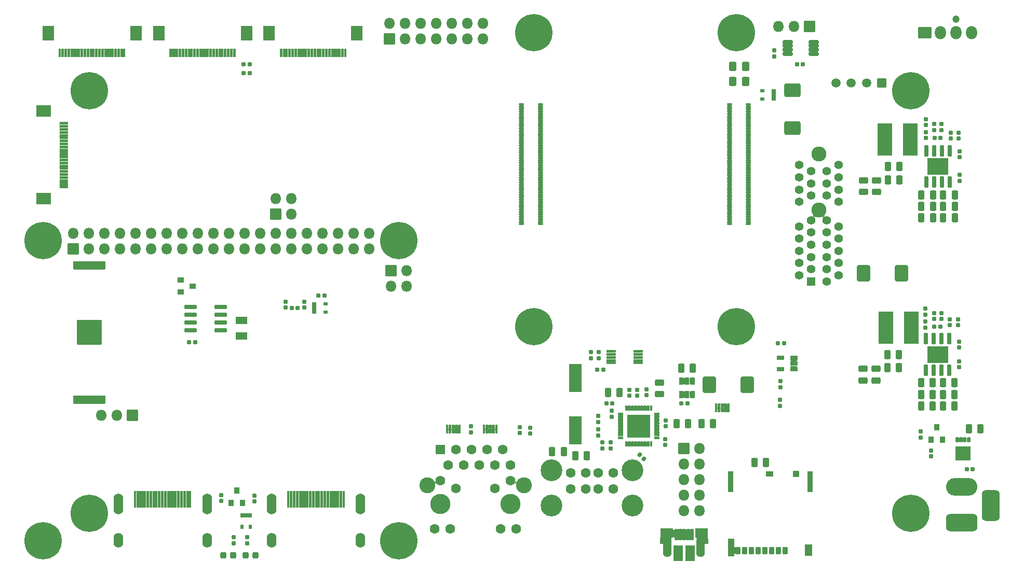
<source format=gbr>
G04 #@! TF.GenerationSoftware,KiCad,Pcbnew,(5.99.0-6751-g76ac8b5acf)*
G04 #@! TF.CreationDate,2021-04-16T13:45:54+01:00*
G04 #@! TF.ProjectId,CM4IOv5,434d3449-4f76-4352-9e6b-696361645f70,rev?*
G04 #@! TF.SameCoordinates,Original*
G04 #@! TF.FileFunction,Soldermask,Top*
G04 #@! TF.FilePolarity,Negative*
%FSLAX46Y46*%
G04 Gerber Fmt 4.6, Leading zero omitted, Abs format (unit mm)*
G04 Created by KiCad (PCBNEW (5.99.0-6751-g76ac8b5acf)) date 2021-04-16 13:45:54*
%MOMM*%
%LPD*%
G01*
G04 APERTURE LIST*
G04 Aperture macros list*
%AMRoundRect*
0 Rectangle with rounded corners*
0 $1 Rounding radius*
0 $2 $3 $4 $5 $6 $7 $8 $9 X,Y pos of 4 corners*
0 Add a 4 corners polygon primitive as box body*
4,1,4,$2,$3,$4,$5,$6,$7,$8,$9,$2,$3,0*
0 Add four circle primitives for the rounded corners*
1,1,$1+$1,$2,$3,0*
1,1,$1+$1,$4,$5,0*
1,1,$1+$1,$6,$7,0*
1,1,$1+$1,$8,$9,0*
0 Add four rect primitives between the rounded corners*
20,1,$1+$1,$2,$3,$4,$5,0*
20,1,$1+$1,$4,$5,$6,$7,0*
20,1,$1+$1,$6,$7,$8,$9,0*
20,1,$1+$1,$8,$9,$2,$3,0*%
G04 Aperture macros list end*
%ADD10RoundRect,0.051000X-2.540000X0.635000X-2.540000X-0.635000X2.540000X-0.635000X2.540000X0.635000X0*%
%ADD11RoundRect,0.051000X-1.980000X1.980000X-1.980000X-1.980000X1.980000X-1.980000X1.980000X1.980000X0*%
%ADD12RoundRect,0.173000X0.198000X-0.173000X0.198000X0.173000X-0.198000X0.173000X-0.198000X-0.173000X0*%
%ADD13RoundRect,0.269250X0.269250X0.481750X-0.269250X0.481750X-0.269250X-0.481750X0.269250X-0.481750X0*%
%ADD14RoundRect,0.173000X-0.198000X0.173000X-0.198000X-0.173000X0.198000X-0.173000X0.198000X0.173000X0*%
%ADD15RoundRect,0.173000X-0.173000X-0.198000X0.173000X-0.198000X0.173000X0.198000X-0.173000X0.198000X0*%
%ADD16RoundRect,0.269250X-0.269250X-0.481750X0.269250X-0.481750X0.269250X0.481750X-0.269250X0.481750X0*%
%ADD17RoundRect,0.269250X-0.481750X0.269250X-0.481750X-0.269250X0.481750X-0.269250X0.481750X0.269250X0*%
%ADD18RoundRect,0.051000X0.150000X0.650000X-0.150000X0.650000X-0.150000X-0.650000X0.150000X-0.650000X0*%
%ADD19RoundRect,0.051000X0.900000X1.100000X-0.900000X1.100000X-0.900000X-1.100000X0.900000X-1.100000X0*%
%ADD20RoundRect,0.051000X-0.850000X0.850000X-0.850000X-0.850000X0.850000X-0.850000X0.850000X0.850000X0*%
%ADD21O,1.802000X1.802000*%
%ADD22RoundRect,0.173000X0.173000X0.198000X-0.173000X0.198000X-0.173000X-0.198000X0.173000X-0.198000X0*%
%ADD23RoundRect,0.051000X0.150000X0.275000X-0.150000X0.275000X-0.150000X-0.275000X0.150000X-0.275000X0*%
%ADD24RoundRect,0.051000X0.200000X0.275000X-0.200000X0.275000X-0.200000X-0.275000X0.200000X-0.275000X0*%
%ADD25RoundRect,0.051000X0.400000X-0.450000X0.400000X0.450000X-0.400000X0.450000X-0.400000X-0.450000X0*%
%ADD26RoundRect,0.051000X0.850000X-0.850000X0.850000X0.850000X-0.850000X0.850000X-0.850000X-0.850000X0*%
%ADD27RoundRect,0.051000X-0.850000X-0.850000X0.850000X-0.850000X0.850000X0.850000X-0.850000X0.850000X0*%
%ADD28RoundRect,0.244250X0.244250X0.281750X-0.244250X0.281750X-0.244250X-0.281750X0.244250X-0.281750X0*%
%ADD29RoundRect,0.150500X-0.713000X-0.150500X0.713000X-0.150500X0.713000X0.150500X-0.713000X0.150500X0*%
%ADD30RoundRect,0.269250X0.481750X-0.269250X0.481750X0.269250X-0.481750X0.269250X-0.481750X-0.269250X0*%
%ADD31RoundRect,0.051000X1.000000X-2.250000X1.000000X2.250000X-1.000000X2.250000X-1.000000X-2.250000X0*%
%ADD32RoundRect,0.051000X-0.325000X-0.200000X0.325000X-0.200000X0.325000X0.200000X-0.325000X0.200000X0*%
%ADD33RoundRect,0.088000X0.088000X-0.375500X0.088000X0.375500X-0.088000X0.375500X-0.088000X-0.375500X0*%
%ADD34RoundRect,0.088000X0.375500X-0.088000X0.375500X0.088000X-0.375500X0.088000X-0.375500X-0.088000X0*%
%ADD35RoundRect,0.256892X1.644108X-1.644108X1.644108X1.644108X-1.644108X1.644108X-1.644108X-1.644108X0*%
%ADD36RoundRect,0.051000X0.200000X-0.875000X0.200000X0.875000X-0.200000X0.875000X-0.200000X-0.875000X0*%
%ADD37RoundRect,0.051000X-0.650000X-1.000000X0.650000X-1.000000X0.650000X1.000000X-0.650000X1.000000X0*%
%ADD38RoundRect,0.051000X0.712500X-1.250000X0.712500X1.250000X-0.712500X1.250000X-0.712500X-1.250000X0*%
%ADD39O,1.402000X1.802000*%
%ADD40RoundRect,0.051000X-1.000000X-0.700000X1.000000X-0.700000X1.000000X0.700000X-1.000000X0.700000X0*%
%ADD41RoundRect,0.051000X-0.912500X-0.350000X0.912500X-0.350000X0.912500X0.350000X-0.912500X0.350000X0*%
%ADD42O,1.102000X1.502000*%
%ADD43RoundRect,0.051000X-0.200000X0.325000X-0.200000X-0.325000X0.200000X-0.325000X0.200000X0.325000X0*%
%ADD44RoundRect,0.051000X0.530000X0.325000X-0.530000X0.325000X-0.530000X-0.325000X0.530000X-0.325000X0*%
%ADD45O,5.102000X2.902000*%
%ADD46RoundRect,0.725500X1.825500X-0.725500X1.825500X0.725500X-1.825500X0.725500X-1.825500X-0.725500X0*%
%ADD47RoundRect,0.725500X0.725500X-1.825500X0.725500X1.825500X-0.725500X1.825500X-0.725500X-1.825500X0*%
%ADD48C,3.302000*%
%ADD49RoundRect,0.267534X-0.533466X-0.533466X0.533466X-0.533466X0.533466X0.533466X-0.533466X0.533466X0*%
%ADD50C,1.602000*%
%ADD51C,2.602000*%
%ADD52RoundRect,0.051000X0.150000X-1.300000X0.150000X1.300000X-0.150000X1.300000X-0.150000X-1.300000X0*%
%ADD53O,1.602000X3.402000*%
%ADD54O,1.602000X2.402000*%
%ADD55RoundRect,0.051000X-0.325000X0.530000X-0.325000X-0.530000X0.325000X-0.530000X0.325000X0.530000X0*%
%ADD56RoundRect,0.051000X-0.700000X-0.150000X0.700000X-0.150000X0.700000X0.150000X-0.700000X0.150000X0*%
%ADD57C,3.552000*%
%ADD58RoundRect,0.173000X-0.262337X-0.017678X-0.017678X-0.262337X0.262337X0.017678X0.017678X0.262337X0*%
%ADD59C,1.202000*%
%ADD60RoundRect,0.051000X-1.015000X-0.865000X1.015000X-0.865000X1.015000X0.865000X-1.015000X0.865000X0*%
%ADD61O,1.832000X2.132000*%
%ADD62C,6.100000*%
%ADD63RoundRect,0.051000X1.175000X2.550000X-1.175000X2.550000X-1.175000X-2.550000X1.175000X-2.550000X0*%
%ADD64R,3.400000X2.710000*%
%ADD65RoundRect,0.175500X0.175500X-0.763000X0.175500X0.763000X-0.175500X0.763000X-0.175500X-0.763000X0*%
%ADD66RoundRect,0.051000X0.704000X0.704000X-0.704000X0.704000X-0.704000X-0.704000X0.704000X-0.704000X0*%
%ADD67C,1.510000*%
%ADD68RoundRect,0.051000X-0.150000X-0.275000X0.150000X-0.275000X0.150000X0.275000X-0.150000X0.275000X0*%
%ADD69RoundRect,0.051000X-0.200000X-0.275000X0.200000X-0.275000X0.200000X0.275000X-0.200000X0.275000X0*%
%ADD70RoundRect,0.272173X-0.353827X-0.478827X0.353827X-0.478827X0.353827X0.478827X-0.353827X0.478827X0*%
%ADD71RoundRect,0.051000X0.325000X0.200000X-0.325000X0.200000X-0.325000X-0.200000X0.325000X-0.200000X0*%
%ADD72RoundRect,0.051000X-0.450000X-0.400000X0.450000X-0.400000X0.450000X0.400000X-0.450000X0.400000X0*%
%ADD73RoundRect,0.175500X0.850500X0.175500X-0.850500X0.175500X-0.850500X-0.175500X0.850500X-0.175500X0*%
%ADD74RoundRect,0.051000X0.900000X-0.500000X0.900000X0.500000X-0.900000X0.500000X-0.900000X-0.500000X0*%
%ADD75RoundRect,0.051000X0.350000X0.550000X-0.350000X0.550000X-0.350000X-0.550000X0.350000X-0.550000X0*%
%ADD76RoundRect,0.051000X0.450000X0.465000X-0.450000X0.465000X-0.450000X-0.465000X0.450000X-0.465000X0*%
%ADD77RoundRect,0.051000X0.525000X0.390000X-0.525000X0.390000X-0.525000X-0.390000X0.525000X-0.390000X0*%
%ADD78RoundRect,0.051000X0.430000X1.400000X-0.430000X1.400000X-0.430000X-1.400000X0.430000X-1.400000X0*%
%ADD79RoundRect,0.051000X0.350000X1.665000X-0.350000X1.665000X-0.350000X-1.665000X0.350000X-1.665000X0*%
%ADD80RoundRect,0.051000X0.570000X0.915000X-0.570000X0.915000X-0.570000X-0.915000X0.570000X-0.915000X0*%
%ADD81RoundRect,0.051000X-0.650000X0.150000X-0.650000X-0.150000X0.650000X-0.150000X0.650000X0.150000X0*%
%ADD82RoundRect,0.051000X-1.100000X0.900000X-1.100000X-0.900000X1.100000X-0.900000X1.100000X0.900000X0*%
%ADD83RoundRect,0.051000X-0.210000X0.350000X-0.210000X-0.350000X0.210000X-0.350000X0.210000X0.350000X0*%
%ADD84C,2.452000*%
%ADD85RoundRect,0.051000X0.650000X-0.650000X0.650000X0.650000X-0.650000X0.650000X-0.650000X-0.650000X0*%
%ADD86C,1.402000*%
%ADD87RoundRect,0.262289X-0.826211X-1.063711X0.826211X-1.063711X0.826211X1.063711X-0.826211X1.063711X0*%
%ADD88RoundRect,0.262289X1.063711X-0.826211X1.063711X0.826211X-1.063711X0.826211X-1.063711X-0.826211X0*%
%ADD89RoundRect,0.051000X0.350000X-0.100000X0.350000X0.100000X-0.350000X0.100000X-0.350000X-0.100000X0*%
G04 APERTURE END LIST*
D10*
X90000000Y-111515000D03*
X90000000Y-133485000D03*
D11*
X90000000Y-122500000D03*
D12*
X152300000Y-138785000D03*
X152300000Y-137815000D03*
D13*
X200387500Y-143750000D03*
X198512500Y-143750000D03*
D12*
X111550000Y-149985000D03*
X111550000Y-149015000D03*
X117000000Y-150085000D03*
X117000000Y-149115000D03*
D14*
X201700000Y-76415000D03*
X201700000Y-77385000D03*
D15*
X233115000Y-144800000D03*
X234085000Y-144800000D03*
D16*
X220262500Y-95400000D03*
X222137500Y-95400000D03*
X220262500Y-97550000D03*
X222137500Y-97550000D03*
D17*
X216250000Y-97650000D03*
X216250000Y-99525000D03*
X218400000Y-97662500D03*
X218400000Y-99537500D03*
D18*
X85250000Y-76850000D03*
X85750000Y-76850000D03*
X86250000Y-76850000D03*
X86750000Y-76850000D03*
X87250000Y-76850000D03*
X87750000Y-76850000D03*
X88250000Y-76850000D03*
X88750000Y-76850000D03*
X89250000Y-76850000D03*
X89750000Y-76850000D03*
X90250000Y-76850000D03*
X90750000Y-76850000D03*
X91250000Y-76850000D03*
X91750000Y-76850000D03*
X92250000Y-76850000D03*
X92750000Y-76850000D03*
X93250000Y-76850000D03*
X93750000Y-76850000D03*
X94250000Y-76850000D03*
X94750000Y-76850000D03*
X95250000Y-76850000D03*
X95750000Y-76850000D03*
D19*
X83350000Y-73600000D03*
X97650000Y-73600000D03*
D18*
X121250000Y-76850000D03*
X121750000Y-76850000D03*
X122250000Y-76850000D03*
X122750000Y-76850000D03*
X123250000Y-76850000D03*
X123750000Y-76850000D03*
X124250000Y-76850000D03*
X124750000Y-76850000D03*
X125250000Y-76850000D03*
X125750000Y-76850000D03*
X126250000Y-76850000D03*
X126750000Y-76850000D03*
X127250000Y-76850000D03*
X127750000Y-76850000D03*
X128250000Y-76850000D03*
X128750000Y-76850000D03*
X129250000Y-76850000D03*
X129750000Y-76850000D03*
X130250000Y-76850000D03*
X130750000Y-76850000D03*
X131250000Y-76850000D03*
X131750000Y-76850000D03*
D19*
X119350000Y-73600000D03*
X133650000Y-73600000D03*
D20*
X97040000Y-136000000D03*
D21*
X94500000Y-136000000D03*
X91960000Y-136000000D03*
D12*
X113600000Y-156885000D03*
X113600000Y-155915000D03*
D14*
X171800000Y-125715000D03*
X171800000Y-126685000D03*
D22*
X206385000Y-78700000D03*
X205415000Y-78700000D03*
D23*
X156400000Y-137900000D03*
X155900000Y-137900000D03*
D24*
X155400000Y-137900000D03*
D23*
X154900000Y-137900000D03*
X154400000Y-137900000D03*
X154400000Y-138670000D03*
X154900000Y-138670000D03*
D24*
X155400000Y-138670000D03*
D23*
X155900000Y-138670000D03*
X156400000Y-138670000D03*
D25*
X113150000Y-150300000D03*
X115050000Y-150300000D03*
X114100000Y-148300000D03*
D26*
X87370000Y-108820000D03*
D21*
X87370000Y-106280000D03*
X89910000Y-108820000D03*
X89910000Y-106280000D03*
X92450000Y-108820000D03*
X92450000Y-106280000D03*
X94990000Y-108820000D03*
X94990000Y-106280000D03*
X97530000Y-108820000D03*
X97530000Y-106280000D03*
X100070000Y-108820000D03*
X100070000Y-106280000D03*
X102610000Y-108820000D03*
X102610000Y-106280000D03*
X105150000Y-108820000D03*
X105150000Y-106280000D03*
X107690000Y-108820000D03*
X107690000Y-106280000D03*
X110230000Y-108820000D03*
X110230000Y-106280000D03*
X112770000Y-108820000D03*
X112770000Y-106280000D03*
X115310000Y-108820000D03*
X115310000Y-106280000D03*
X117850000Y-108820000D03*
X117850000Y-106280000D03*
X120390000Y-108820000D03*
X120390000Y-106280000D03*
X122930000Y-108820000D03*
X122930000Y-106280000D03*
X125470000Y-108820000D03*
X125470000Y-106280000D03*
X128010000Y-108820000D03*
X128010000Y-106280000D03*
X130550000Y-108820000D03*
X130550000Y-106280000D03*
X133090000Y-108820000D03*
X133090000Y-106280000D03*
X135630000Y-108820000D03*
X135630000Y-106280000D03*
D27*
X187000000Y-141400000D03*
D21*
X189540000Y-141400000D03*
X187000000Y-143940000D03*
X189540000Y-143940000D03*
X187000000Y-146480000D03*
X189540000Y-146480000D03*
X187000000Y-149020000D03*
X189540000Y-149020000D03*
X187000000Y-151560000D03*
X189540000Y-151560000D03*
D28*
X117137500Y-158900000D03*
X115562500Y-158900000D03*
D29*
X203887500Y-75025000D03*
X203887500Y-75675000D03*
X203887500Y-76325000D03*
X203887500Y-76975000D03*
X208112500Y-76975000D03*
X208112500Y-76325000D03*
X208112500Y-75675000D03*
X208112500Y-75025000D03*
D14*
X173100000Y-125715000D03*
X173100000Y-126685000D03*
X183960000Y-139887000D03*
X183960000Y-140857000D03*
D13*
X176515500Y-132244000D03*
X174640500Y-132244000D03*
D14*
X173000000Y-136115000D03*
X173000000Y-137085000D03*
D30*
X183000000Y-132537500D03*
X183000000Y-130662500D03*
D12*
X173000000Y-139285000D03*
X173000000Y-138315000D03*
D16*
X169262500Y-142600000D03*
X171137500Y-142600000D03*
D13*
X187637500Y-137400000D03*
X185762500Y-137400000D03*
D12*
X175204000Y-136253000D03*
X175204000Y-135283000D03*
D16*
X189825000Y-137400000D03*
X191700000Y-137400000D03*
D13*
X167387500Y-141972980D03*
X165512500Y-141972980D03*
D31*
X169300000Y-138450000D03*
X169300000Y-129950000D03*
D32*
X126668000Y-117822000D03*
X126668000Y-118472000D03*
X126668000Y-119122000D03*
X128568000Y-119122000D03*
X128568000Y-117822000D03*
D33*
X177604000Y-140705500D03*
X178104000Y-140705500D03*
X178604000Y-140705500D03*
X179104000Y-140705500D03*
X179604000Y-140705500D03*
X180104000Y-140705500D03*
X180604000Y-140705500D03*
X181104000Y-140705500D03*
X181604000Y-140705500D03*
D34*
X182541500Y-139768000D03*
X182541500Y-139268000D03*
X182541500Y-138768000D03*
X182541500Y-138268000D03*
X182541500Y-137768000D03*
X182541500Y-137268000D03*
X182541500Y-136768000D03*
X182541500Y-136268000D03*
X182541500Y-135768000D03*
D33*
X181604000Y-134830500D03*
X181104000Y-134830500D03*
X180604000Y-134830500D03*
X180104000Y-134830500D03*
X179604000Y-134830500D03*
X179104000Y-134830500D03*
X178604000Y-134830500D03*
X178104000Y-134830500D03*
X177604000Y-134830500D03*
D34*
X176666500Y-135768000D03*
X176666500Y-136268000D03*
X176666500Y-136768000D03*
X176666500Y-137268000D03*
X176666500Y-137768000D03*
X176666500Y-138268000D03*
X176666500Y-138768000D03*
X176666500Y-139268000D03*
X176666500Y-139768000D03*
D35*
X179604000Y-137768000D03*
D12*
X125062000Y-118433000D03*
X125062000Y-117463000D03*
X122014000Y-118433000D03*
X122014000Y-117463000D03*
X173725000Y-141410000D03*
X173725000Y-140440000D03*
X178118000Y-132815999D03*
X178118000Y-131845999D03*
D22*
X175301000Y-134022000D03*
X174331000Y-134022000D03*
D12*
X180912000Y-132729000D03*
X180912000Y-131759000D03*
X179388000Y-132815999D03*
X179388000Y-131845999D03*
X161900000Y-138970000D03*
X161900000Y-138000000D03*
X160200000Y-138885000D03*
X160200000Y-137915000D03*
D27*
X139230000Y-112370000D03*
D21*
X141770000Y-112370000D03*
X139230000Y-114910000D03*
X141770000Y-114910000D03*
D36*
X185700000Y-155480000D03*
X186350000Y-155480000D03*
X187000000Y-155480000D03*
X187650000Y-155480000D03*
X188300000Y-155480000D03*
D37*
X184275000Y-157370000D03*
D38*
X186037500Y-158550000D03*
D39*
X189725000Y-158300000D03*
D38*
X187962500Y-158550000D03*
D40*
X189900000Y-155240000D03*
D41*
X184012500Y-156600000D03*
D40*
X184150000Y-155240000D03*
D42*
X184575000Y-155270000D03*
D39*
X184275000Y-158300000D03*
D37*
X189725000Y-157370000D03*
D42*
X189425000Y-155270000D03*
D41*
X189987500Y-156600000D03*
D28*
X113487500Y-158900000D03*
X111912500Y-158900000D03*
D12*
X115800000Y-156885000D03*
X115800000Y-155915000D03*
D43*
X116250000Y-152350000D03*
X115600000Y-152350000D03*
X114950000Y-152350000D03*
X114950000Y-154250000D03*
X116250000Y-154250000D03*
D22*
X124023000Y-118456000D03*
X123053000Y-118456000D03*
X128357000Y-116440000D03*
X127387000Y-116440000D03*
D44*
X204898661Y-128505987D03*
X204898661Y-127555987D03*
X204898661Y-126605987D03*
X202698661Y-126605987D03*
X202698661Y-128505987D03*
D45*
X232250000Y-147700000D03*
D46*
X232250000Y-153500000D03*
D47*
X237050000Y-150700000D03*
D48*
X147285000Y-150500000D03*
X158715000Y-150500000D03*
D49*
X147285000Y-141610000D03*
D50*
X148555000Y-144150000D03*
X149825000Y-141610000D03*
X151095000Y-144150000D03*
X152365000Y-141610000D03*
X153635000Y-144150000D03*
X154905000Y-141610000D03*
X156175000Y-144150000D03*
X157445000Y-141610000D03*
X158715000Y-144150000D03*
X147285000Y-146670000D03*
X149825000Y-147940000D03*
X156175000Y-147940000D03*
X158715000Y-146670000D03*
X146370000Y-154560000D03*
X148910000Y-154560000D03*
X157090000Y-154560000D03*
X159630000Y-154560000D03*
D51*
X145125000Y-147450000D03*
X160875000Y-147450000D03*
D52*
X131500000Y-149720000D03*
X131000000Y-149720000D03*
X130500000Y-149720000D03*
X130000000Y-149720000D03*
X129500000Y-149720000D03*
X129000000Y-149720000D03*
X128500000Y-149720000D03*
X128000000Y-149720000D03*
X127500000Y-149720000D03*
X127000000Y-149720000D03*
X126500000Y-149720000D03*
X126000000Y-149720000D03*
X125500000Y-149720000D03*
X125000000Y-149720000D03*
X124500000Y-149720000D03*
X124000000Y-149720000D03*
X123500000Y-149720000D03*
X123000000Y-149720000D03*
X122500000Y-149720000D03*
D53*
X134250000Y-150450000D03*
X119750000Y-150450000D03*
D54*
X119750000Y-156410000D03*
X134250000Y-156410000D03*
D52*
X106500000Y-149720000D03*
X106000000Y-149720000D03*
X105500000Y-149720000D03*
X105000000Y-149720000D03*
X104500000Y-149720000D03*
X104000000Y-149720000D03*
X103500000Y-149720000D03*
X103000000Y-149720000D03*
X102500000Y-149720000D03*
X102000000Y-149720000D03*
X101500000Y-149720000D03*
X101000000Y-149720000D03*
X100500000Y-149720000D03*
X100000000Y-149720000D03*
X99500000Y-149720000D03*
X99000000Y-149720000D03*
X98500000Y-149720000D03*
X98000000Y-149720000D03*
X97500000Y-149720000D03*
D53*
X109250000Y-150450000D03*
X94750000Y-150450000D03*
D54*
X94750000Y-156410000D03*
X109250000Y-156410000D03*
D22*
X187535000Y-134050000D03*
X186565000Y-134050000D03*
D55*
X188450000Y-130400000D03*
X187500000Y-130400000D03*
X186550000Y-130400000D03*
X186550000Y-132600000D03*
X187500000Y-132600000D03*
X188450000Y-132600000D03*
D56*
X175100000Y-125500000D03*
X175100000Y-126000000D03*
X175100000Y-126500000D03*
X175100000Y-127000000D03*
X175100000Y-127500000D03*
X179500000Y-127500000D03*
X179500000Y-127000000D03*
X179500000Y-126500000D03*
X179500000Y-126000000D03*
X179500000Y-125500000D03*
D50*
X168500000Y-145370000D03*
X171000000Y-145370000D03*
X173000000Y-145370000D03*
X175500000Y-145370000D03*
X168500000Y-147990000D03*
X171000000Y-147990000D03*
X173000000Y-147990000D03*
X175500000Y-147990000D03*
D57*
X165430000Y-150700000D03*
X178570000Y-150700000D03*
X165430000Y-145020000D03*
X178570000Y-145020000D03*
D58*
X179757053Y-142457053D03*
X180442947Y-143142947D03*
D59*
X231380000Y-71340000D03*
D60*
X226300000Y-73500000D03*
D61*
X228840000Y-73500000D03*
X231380000Y-73500000D03*
X233920000Y-73500000D03*
D62*
X90000000Y-152000000D03*
X82500000Y-156500000D03*
X82500000Y-107500000D03*
X140500000Y-156500000D03*
X140500000Y-107500000D03*
X224000000Y-83000000D03*
X90000000Y-83000000D03*
X224000000Y-152000000D03*
D25*
X229150000Y-139950000D03*
X228200000Y-137950000D03*
X227250000Y-139950000D03*
D14*
X227250000Y-141765000D03*
X227250000Y-142735000D03*
D12*
X226450000Y-88635000D03*
X226450000Y-87665000D03*
X231900000Y-97735000D03*
X231900000Y-96765000D03*
D22*
X228820000Y-90700000D03*
X227850000Y-90700000D03*
D14*
X227800000Y-88465000D03*
X227800000Y-89435000D03*
D63*
X223925000Y-90950000D03*
X219775000Y-90950000D03*
D12*
X226450000Y-90735000D03*
X226450000Y-89765000D03*
D14*
X230500000Y-89865000D03*
X230500000Y-90835000D03*
X231900000Y-92915000D03*
X231900000Y-93885000D03*
D64*
X228400000Y-95350000D03*
D65*
X226495000Y-97912500D03*
X227765000Y-97912500D03*
X229035000Y-97912500D03*
X230305000Y-97912500D03*
X230305000Y-92787500D03*
X229035000Y-92787500D03*
X227765000Y-92787500D03*
X226495000Y-92787500D03*
D14*
X225600000Y-138665000D03*
X225600000Y-139635000D03*
D12*
X229000000Y-89435000D03*
X229000000Y-88465000D03*
D14*
X231750000Y-89865000D03*
X231750000Y-90835000D03*
D66*
X219250000Y-81750000D03*
D67*
X216750000Y-81750000D03*
X214250000Y-81750000D03*
X211750000Y-81750000D03*
D26*
X120400000Y-103200000D03*
D21*
X120400000Y-100660000D03*
X122940000Y-103200000D03*
X122940000Y-100660000D03*
D22*
X116185000Y-78700000D03*
X115215000Y-78700000D03*
X116185000Y-80100000D03*
X115215000Y-80100000D03*
D23*
X150400000Y-137900000D03*
X149900000Y-137900000D03*
D24*
X149400000Y-137900000D03*
D23*
X148900000Y-137900000D03*
X148400000Y-137900000D03*
X148400000Y-138670000D03*
X148900000Y-138670000D03*
D24*
X149400000Y-138670000D03*
D23*
X149900000Y-138670000D03*
X150400000Y-138670000D03*
D68*
X192250000Y-135185000D03*
X192750000Y-135185000D03*
D69*
X193250000Y-135185000D03*
D68*
X193750000Y-135185000D03*
X194250000Y-135185000D03*
X194250000Y-134415000D03*
X193750000Y-134415000D03*
D69*
X193250000Y-134415000D03*
D68*
X192750000Y-134415000D03*
X192250000Y-134415000D03*
D26*
X139000000Y-74500000D03*
D21*
X139000000Y-71960000D03*
X141540000Y-74500000D03*
X141540000Y-71960000D03*
X144080000Y-74500000D03*
X144080000Y-71960000D03*
X146620000Y-74500000D03*
X146620000Y-71960000D03*
X149160000Y-74500000D03*
X149160000Y-71960000D03*
X151700000Y-74500000D03*
X151700000Y-71960000D03*
X154240000Y-74500000D03*
X154240000Y-71960000D03*
D70*
X194975000Y-79000000D03*
X197025000Y-79000000D03*
D71*
X201650000Y-84350000D03*
X201650000Y-83700000D03*
X201650000Y-83050000D03*
X199750000Y-83050000D03*
X199750000Y-84350000D03*
D70*
X194975000Y-81500000D03*
X197025000Y-81500000D03*
D72*
X104900000Y-113950000D03*
X104900000Y-115850000D03*
X106900000Y-114900000D03*
D73*
X111475000Y-122155000D03*
X111475000Y-120885000D03*
X111475000Y-119615000D03*
X111475000Y-118345000D03*
X106525000Y-118345000D03*
X106525000Y-119615000D03*
X106525000Y-120885000D03*
X106525000Y-122155000D03*
D74*
X114850000Y-120550000D03*
X114850000Y-123050000D03*
D20*
X207500000Y-72500000D03*
D21*
X204960000Y-72500000D03*
X202420000Y-72500000D03*
D14*
X175050000Y-140440000D03*
X175050000Y-141410000D03*
X183975000Y-136840000D03*
X183975000Y-137810000D03*
D75*
X203460000Y-158075000D03*
X202360000Y-158075000D03*
X201260000Y-158075000D03*
X200160000Y-158075000D03*
X199060000Y-158075000D03*
X197960000Y-158075000D03*
X196860000Y-158075000D03*
X195760000Y-158075000D03*
D76*
X205250000Y-145610000D03*
D77*
X200985000Y-145535000D03*
D78*
X194680000Y-157575000D03*
D79*
X194600000Y-146810000D03*
D80*
X207340000Y-158060000D03*
D79*
X207560000Y-146810000D03*
D18*
X103250000Y-76850000D03*
X103750000Y-76850000D03*
X104250000Y-76850000D03*
X104750000Y-76850000D03*
X105250000Y-76850000D03*
X105750000Y-76850000D03*
X106250000Y-76850000D03*
X106750000Y-76850000D03*
X107250000Y-76850000D03*
X107750000Y-76850000D03*
X108250000Y-76850000D03*
X108750000Y-76850000D03*
X109250000Y-76850000D03*
X109750000Y-76850000D03*
X110250000Y-76850000D03*
X110750000Y-76850000D03*
X111250000Y-76850000D03*
X111750000Y-76850000D03*
X112250000Y-76850000D03*
X112750000Y-76850000D03*
X113250000Y-76850000D03*
X113750000Y-76850000D03*
D19*
X101350000Y-73600000D03*
X115650000Y-73600000D03*
D81*
X85850000Y-98750000D03*
X85850000Y-98250000D03*
X85850000Y-97750000D03*
X85850000Y-97250000D03*
X85850000Y-96750000D03*
X85850000Y-96250000D03*
X85850000Y-95750000D03*
X85850000Y-95250000D03*
X85850000Y-94750000D03*
X85850000Y-94250000D03*
X85850000Y-93750000D03*
X85850000Y-93250000D03*
X85850000Y-92750000D03*
X85850000Y-92250000D03*
X85850000Y-91750000D03*
X85850000Y-91250000D03*
X85850000Y-90750000D03*
X85850000Y-90250000D03*
X85850000Y-89750000D03*
X85850000Y-89250000D03*
X85850000Y-88750000D03*
X85850000Y-88250000D03*
D82*
X82600000Y-100650000D03*
X82600000Y-86350000D03*
D83*
X233475000Y-140000000D03*
X232825000Y-140000000D03*
X232175000Y-140000000D03*
X231525000Y-140000000D03*
G36*
X233721061Y-143386062D02*
G01*
X233684999Y-143401000D01*
X233264999Y-143401000D01*
X233228937Y-143386062D01*
X233213999Y-143350000D01*
X233213999Y-142861000D01*
X233085999Y-142861000D01*
X233085999Y-143350000D01*
X233071061Y-143386062D01*
X233034999Y-143401000D01*
X232614999Y-143401000D01*
X232578937Y-143386062D01*
X232563999Y-143350000D01*
X232563999Y-142861000D01*
X232436000Y-142861000D01*
X232436000Y-143350000D01*
X232421062Y-143386062D01*
X232385000Y-143401000D01*
X231965000Y-143401000D01*
X231928938Y-143386062D01*
X231914000Y-143350000D01*
X231914000Y-142860999D01*
X231786000Y-142860999D01*
X231786000Y-143349999D01*
X231771062Y-143386061D01*
X231735000Y-143400999D01*
X231315000Y-143400999D01*
X231278938Y-143386061D01*
X231264000Y-143349999D01*
X231264001Y-141100000D01*
X231278939Y-141063938D01*
X231315001Y-141049000D01*
X233685000Y-141049001D01*
X233721062Y-141063939D01*
X233736000Y-141100001D01*
X233735999Y-143350000D01*
X233721061Y-143386062D01*
G37*
D12*
X226350000Y-119547500D03*
X226350000Y-118577500D03*
D17*
X216200000Y-128425000D03*
X216200000Y-130300000D03*
D16*
X220162500Y-126112500D03*
X222037500Y-126112500D03*
D17*
X218300000Y-128425000D03*
X218300000Y-130300000D03*
D16*
X220162500Y-128212500D03*
X222037500Y-128212500D03*
D14*
X231850000Y-123977500D03*
X231850000Y-124947500D03*
D12*
X231850000Y-128147500D03*
X231850000Y-127177500D03*
D14*
X227800000Y-119327500D03*
X227800000Y-120297500D03*
X231650000Y-120327500D03*
X231650000Y-121297500D03*
D22*
X228785000Y-121512500D03*
X227815000Y-121512500D03*
D63*
X224075000Y-121712500D03*
X219925000Y-121712500D03*
D14*
X230350000Y-120327500D03*
X230350000Y-121297500D03*
D64*
X228350000Y-126062500D03*
D65*
X226445000Y-128625000D03*
X227715000Y-128625000D03*
X228985000Y-128625000D03*
X230255000Y-128625000D03*
X230255000Y-123500000D03*
X228985000Y-123500000D03*
X227715000Y-123500000D03*
X226445000Y-123500000D03*
D12*
X226350000Y-121662500D03*
X226350000Y-120692500D03*
X228950000Y-120297500D03*
X228950000Y-119327500D03*
D84*
X209000000Y-102500000D03*
X209000000Y-93350000D03*
D85*
X207750000Y-114150000D03*
D86*
X205750000Y-113150000D03*
X207750000Y-112150000D03*
X205750000Y-111150000D03*
X207750000Y-110150000D03*
X205750000Y-109150000D03*
X207750000Y-108150000D03*
X205750000Y-107150000D03*
X207750000Y-106150000D03*
X205750000Y-105150000D03*
X207750000Y-104150000D03*
X205750000Y-101150000D03*
X207750000Y-100150000D03*
X205750000Y-99150000D03*
X207750000Y-98150000D03*
X205750000Y-97150000D03*
X207750000Y-96150000D03*
X205750000Y-95150000D03*
X210250000Y-114150000D03*
X212250000Y-113150000D03*
X210250000Y-112150000D03*
X212250000Y-111150000D03*
X210250000Y-110150000D03*
X212250000Y-109150000D03*
X210250000Y-108150000D03*
X212250000Y-107150000D03*
X210250000Y-106150000D03*
X212250000Y-105150000D03*
X210250000Y-104150000D03*
X212250000Y-101150000D03*
X210250000Y-100150000D03*
X212250000Y-99150000D03*
X210250000Y-98150000D03*
X212250000Y-97150000D03*
X210250000Y-96150000D03*
X212250000Y-95150000D03*
D13*
X188437500Y-128300000D03*
X186562500Y-128300000D03*
D22*
X173850000Y-128550000D03*
X172880000Y-128550000D03*
D87*
X191087500Y-131000000D03*
X197312500Y-131000000D03*
D13*
X227587500Y-100050000D03*
X225712500Y-100050000D03*
D16*
X229262500Y-100050000D03*
X231137500Y-100050000D03*
X229262500Y-101900000D03*
X231137500Y-101900000D03*
D13*
X227587500Y-101900000D03*
X225712500Y-101900000D03*
D16*
X229262500Y-103750000D03*
X231137500Y-103750000D03*
D13*
X227587500Y-103750000D03*
X225712500Y-103750000D03*
X227537500Y-130700000D03*
X225662500Y-130700000D03*
D16*
X229212500Y-130700000D03*
X231087500Y-130700000D03*
D13*
X227537500Y-132600000D03*
X225662500Y-132600000D03*
D16*
X229212500Y-132600000D03*
X231087500Y-132600000D03*
D13*
X227537500Y-134500000D03*
X225662500Y-134500000D03*
D16*
X229212500Y-134500000D03*
X231087500Y-134500000D03*
X233462500Y-138200000D03*
X235337500Y-138200000D03*
D88*
X204700000Y-89112500D03*
X204700000Y-82887500D03*
D87*
X216237500Y-112850000D03*
X222462500Y-112850000D03*
D14*
X202700000Y-130450000D03*
X202700000Y-131420000D03*
D22*
X203285000Y-124200000D03*
X202315000Y-124200000D03*
D14*
X202650000Y-133500000D03*
X202650000Y-134470000D03*
D62*
X195500000Y-73500000D03*
X162500000Y-121500000D03*
X162500000Y-73500000D03*
X195500000Y-121500000D03*
D89*
X197500000Y-104800000D03*
X194420000Y-104800000D03*
X197500000Y-104400000D03*
X194420000Y-104400000D03*
X197500000Y-104000000D03*
X194420000Y-104000000D03*
X197500000Y-103600000D03*
X194420000Y-103600000D03*
X197500000Y-103200000D03*
X194420000Y-103200000D03*
X197500000Y-102800000D03*
X194420000Y-102800000D03*
X197500000Y-102400000D03*
X194420000Y-102400000D03*
X197500000Y-102000000D03*
X194420000Y-102000000D03*
X197500000Y-101600000D03*
X194420000Y-101600000D03*
X197500000Y-101200000D03*
X194420000Y-101200000D03*
X197500000Y-100800000D03*
X194420000Y-100800000D03*
X197500000Y-100400000D03*
X194420000Y-100400000D03*
X197500000Y-100000000D03*
X194420000Y-100000000D03*
X197500000Y-99600000D03*
X194420000Y-99600000D03*
X197500000Y-99200000D03*
X194420000Y-99200000D03*
X197500000Y-98800000D03*
X194420000Y-98800000D03*
X197500000Y-98400000D03*
X194420000Y-98400000D03*
X197500000Y-98000000D03*
X194420000Y-98000000D03*
X197500000Y-97600000D03*
X194420000Y-97600000D03*
X197500000Y-97200000D03*
X194420000Y-97200000D03*
X197500000Y-96800000D03*
X194420000Y-96800000D03*
X197500000Y-96400000D03*
X194420000Y-96400000D03*
X197500000Y-96000000D03*
X194420000Y-96000000D03*
X197500000Y-95600000D03*
X194420000Y-95600000D03*
X197500000Y-95200000D03*
X194420000Y-95200000D03*
X197500000Y-94800000D03*
X194420000Y-94800000D03*
X197500000Y-94400000D03*
X194420000Y-94400000D03*
X197500000Y-94000000D03*
X194420000Y-94000000D03*
X197500000Y-93600000D03*
X194420000Y-93600000D03*
X197500000Y-93200000D03*
X194420000Y-93200000D03*
X197500000Y-92800000D03*
X194420000Y-92800000D03*
X197500000Y-92400000D03*
X194420000Y-92400000D03*
X197500000Y-92000000D03*
X194420000Y-92000000D03*
X197500000Y-91600000D03*
X194420000Y-91600000D03*
X197500000Y-91200000D03*
X194420000Y-91200000D03*
X197500000Y-90800000D03*
X194420000Y-90800000D03*
X197500000Y-90400000D03*
X194420000Y-90400000D03*
X197500000Y-90000000D03*
X194420000Y-90000000D03*
X197500000Y-89600000D03*
X194420000Y-89600000D03*
X197500000Y-89200000D03*
X194420000Y-89200000D03*
X197500000Y-88800000D03*
X194420000Y-88800000D03*
X197500000Y-88400000D03*
X194420000Y-88400000D03*
X197500000Y-88000000D03*
X194420000Y-88000000D03*
X197500000Y-87600000D03*
X194420000Y-87600000D03*
X197500000Y-87200000D03*
X194420000Y-87200000D03*
X197500000Y-86800000D03*
X194420000Y-86800000D03*
X197500000Y-86400000D03*
X194420000Y-86400000D03*
X197500000Y-86000000D03*
X194420000Y-86000000D03*
X197500000Y-85600000D03*
X194420000Y-85600000D03*
X197500000Y-85200000D03*
X194420000Y-85200000D03*
X163580000Y-104800000D03*
X160500000Y-104800000D03*
X163580000Y-104400000D03*
X160500000Y-104400000D03*
X163580000Y-104000000D03*
X160500000Y-104000000D03*
X163580000Y-103600000D03*
X160500000Y-103600000D03*
X163580000Y-103200000D03*
X160500000Y-103200000D03*
X163580000Y-102800000D03*
X160500000Y-102800000D03*
X163580000Y-102400000D03*
X160500000Y-102400000D03*
X163580000Y-102000000D03*
X160500000Y-102000000D03*
X163580000Y-101600000D03*
X160500000Y-101600000D03*
X163580000Y-101200000D03*
X160500000Y-101200000D03*
X163580000Y-100800000D03*
X160500000Y-100800000D03*
X163580000Y-100400000D03*
X160500000Y-100400000D03*
X163580000Y-100000000D03*
X160500000Y-100000000D03*
X163580000Y-99600000D03*
X160500000Y-99600000D03*
X163580000Y-99200000D03*
X160500000Y-99200000D03*
X163580000Y-98800000D03*
X160500000Y-98800000D03*
X163580000Y-98400000D03*
X160500000Y-98400000D03*
X163580000Y-98000000D03*
X160500000Y-98000000D03*
X163580000Y-97600000D03*
X160500000Y-97600000D03*
X163580000Y-97200000D03*
X160500000Y-97200000D03*
X163580000Y-96800000D03*
X160500000Y-96800000D03*
X163580000Y-96400000D03*
X160500000Y-96400000D03*
X163580000Y-96000000D03*
X160500000Y-96000000D03*
X163580000Y-95600000D03*
X160500000Y-95600000D03*
X163580000Y-95200000D03*
X160500000Y-95200000D03*
X163580000Y-94800000D03*
X160500000Y-94800000D03*
X163580000Y-94400000D03*
X160500000Y-94400000D03*
X163580000Y-94000000D03*
X160500000Y-94000000D03*
X163580000Y-93600000D03*
X160500000Y-93600000D03*
X163580000Y-93200000D03*
X160500000Y-93200000D03*
X163580000Y-92800000D03*
X160500000Y-92800000D03*
X163580000Y-92400000D03*
X160500000Y-92400000D03*
X163580000Y-92000000D03*
X160500000Y-92000000D03*
X163580000Y-91600000D03*
X160500000Y-91600000D03*
X163580000Y-91200000D03*
X160500000Y-91200000D03*
X163580000Y-90800000D03*
X160500000Y-90800000D03*
X163580000Y-90400000D03*
X160500000Y-90400000D03*
X163580000Y-90000000D03*
X160500000Y-90000000D03*
X163580000Y-89600000D03*
X160500000Y-89600000D03*
X163580000Y-89200000D03*
X160500000Y-89200000D03*
X163580000Y-88800000D03*
X160500000Y-88800000D03*
X163580000Y-88400000D03*
X160500000Y-88400000D03*
X163580000Y-88000000D03*
X160500000Y-88000000D03*
X163580000Y-87600000D03*
X160500000Y-87600000D03*
X163580000Y-87200000D03*
X160500000Y-87200000D03*
X163580000Y-86800000D03*
X160500000Y-86800000D03*
X163580000Y-86400000D03*
X160500000Y-86400000D03*
X163580000Y-86000000D03*
X160500000Y-86000000D03*
X163580000Y-85600000D03*
X160500000Y-85600000D03*
X163580000Y-85200000D03*
X160500000Y-85200000D03*
D15*
X106315000Y-124100000D03*
X107285000Y-124100000D03*
G36*
X195162919Y-157399687D02*
G01*
X195182596Y-157466702D01*
X195234939Y-157512057D01*
X195303558Y-157521923D01*
X195354522Y-157502394D01*
X195369340Y-157492493D01*
X195371336Y-157492362D01*
X195372447Y-157494025D01*
X195372114Y-157495267D01*
X195364767Y-157506262D01*
X195361000Y-157525199D01*
X195361000Y-158624801D01*
X195364767Y-158643738D01*
X195372114Y-158654733D01*
X195372245Y-158656729D01*
X195370582Y-158657840D01*
X195369340Y-158657507D01*
X195354574Y-158647641D01*
X195288193Y-158626855D01*
X195221403Y-158645178D01*
X195175076Y-158696752D01*
X195162950Y-158750193D01*
X195161592Y-158751660D01*
X195159642Y-158751218D01*
X195159000Y-158749750D01*
X195159000Y-157400250D01*
X195160000Y-157398518D01*
X195162000Y-157398518D01*
X195162919Y-157399687D01*
G37*
G36*
X186590660Y-154572493D02*
G01*
X186604452Y-154581709D01*
X186605615Y-154579969D01*
X186607409Y-154579084D01*
X186608560Y-154579545D01*
X186625952Y-154594078D01*
X186694532Y-154602687D01*
X186738376Y-154574510D01*
X186741120Y-154575082D01*
X186745548Y-154581709D01*
X186759340Y-154572493D01*
X186761336Y-154572362D01*
X186762447Y-154574025D01*
X186762114Y-154575267D01*
X186754767Y-154586262D01*
X186751000Y-154605199D01*
X186751000Y-156354801D01*
X186754767Y-156373738D01*
X186762114Y-156384733D01*
X186762245Y-156386729D01*
X186760582Y-156387840D01*
X186759340Y-156387507D01*
X186745548Y-156378291D01*
X186744385Y-156380031D01*
X186742591Y-156380916D01*
X186741440Y-156380455D01*
X186724048Y-156365922D01*
X186655468Y-156357313D01*
X186611624Y-156385490D01*
X186608880Y-156384918D01*
X186604452Y-156378291D01*
X186590660Y-156387507D01*
X186588664Y-156387638D01*
X186587553Y-156385975D01*
X186587886Y-156384733D01*
X186595233Y-156373738D01*
X186599000Y-156354801D01*
X186599000Y-154605199D01*
X186595233Y-154586262D01*
X186587886Y-154575267D01*
X186587755Y-154573271D01*
X186589418Y-154572160D01*
X186590660Y-154572493D01*
G37*
G36*
X187240660Y-154572493D02*
G01*
X187254452Y-154581709D01*
X187255615Y-154579969D01*
X187257409Y-154579084D01*
X187258560Y-154579545D01*
X187275952Y-154594078D01*
X187344532Y-154602687D01*
X187388376Y-154574510D01*
X187391120Y-154575082D01*
X187395548Y-154581709D01*
X187409340Y-154572493D01*
X187411336Y-154572362D01*
X187412447Y-154574025D01*
X187412114Y-154575267D01*
X187404767Y-154586262D01*
X187401000Y-154605199D01*
X187401000Y-156354801D01*
X187404767Y-156373738D01*
X187412114Y-156384733D01*
X187412245Y-156386729D01*
X187410582Y-156387840D01*
X187409340Y-156387507D01*
X187395548Y-156378291D01*
X187394385Y-156380031D01*
X187392591Y-156380916D01*
X187391440Y-156380455D01*
X187374048Y-156365922D01*
X187305468Y-156357313D01*
X187261624Y-156385490D01*
X187258880Y-156384918D01*
X187254452Y-156378291D01*
X187240660Y-156387507D01*
X187238664Y-156387638D01*
X187237553Y-156385975D01*
X187237886Y-156384733D01*
X187245233Y-156373738D01*
X187249000Y-156354801D01*
X187249000Y-154605199D01*
X187245233Y-154586262D01*
X187237886Y-154575267D01*
X187237755Y-154573271D01*
X187239418Y-154572160D01*
X187240660Y-154572493D01*
G37*
G36*
X187890660Y-154572493D02*
G01*
X187904452Y-154581709D01*
X187905615Y-154579969D01*
X187907409Y-154579084D01*
X187908560Y-154579545D01*
X187925952Y-154594078D01*
X187994532Y-154602687D01*
X188038376Y-154574510D01*
X188041120Y-154575082D01*
X188045548Y-154581709D01*
X188059340Y-154572493D01*
X188061336Y-154572362D01*
X188062447Y-154574025D01*
X188062114Y-154575267D01*
X188054767Y-154586262D01*
X188051000Y-154605199D01*
X188051000Y-156354801D01*
X188054767Y-156373738D01*
X188062114Y-156384733D01*
X188062245Y-156386729D01*
X188060582Y-156387840D01*
X188059340Y-156387507D01*
X188045548Y-156378291D01*
X188044385Y-156380031D01*
X188042591Y-156380916D01*
X188041440Y-156380455D01*
X188024048Y-156365922D01*
X187955468Y-156357313D01*
X187911624Y-156385490D01*
X187908880Y-156384918D01*
X187904452Y-156378291D01*
X187890660Y-156387507D01*
X187888664Y-156387638D01*
X187887553Y-156385975D01*
X187887886Y-156384733D01*
X187895233Y-156373738D01*
X187899000Y-156354801D01*
X187899000Y-154605199D01*
X187895233Y-154586262D01*
X187887886Y-154575267D01*
X187887755Y-154573271D01*
X187889418Y-154572160D01*
X187890660Y-154572493D01*
G37*
G36*
X185940660Y-154572493D02*
G01*
X185954452Y-154581709D01*
X185955615Y-154579969D01*
X185957409Y-154579084D01*
X185958560Y-154579545D01*
X185975952Y-154594078D01*
X186044532Y-154602687D01*
X186088376Y-154574510D01*
X186091120Y-154575082D01*
X186095548Y-154581709D01*
X186109340Y-154572493D01*
X186111336Y-154572362D01*
X186112447Y-154574025D01*
X186112114Y-154575267D01*
X186104767Y-154586262D01*
X186101000Y-154605199D01*
X186101000Y-156354801D01*
X186104767Y-156373738D01*
X186112114Y-156384733D01*
X186112245Y-156386729D01*
X186110582Y-156387840D01*
X186109340Y-156387507D01*
X186095548Y-156378291D01*
X186094385Y-156380031D01*
X186092591Y-156380916D01*
X186091440Y-156380455D01*
X186074048Y-156365922D01*
X186005468Y-156357313D01*
X185961624Y-156385490D01*
X185958880Y-156384918D01*
X185954452Y-156378291D01*
X185940660Y-156387507D01*
X185938664Y-156387638D01*
X185937553Y-156385975D01*
X185937886Y-156384733D01*
X185945233Y-156373738D01*
X185949000Y-156354801D01*
X185949000Y-154605199D01*
X185945233Y-154586262D01*
X185937886Y-154575267D01*
X185937755Y-154573271D01*
X185939418Y-154572160D01*
X185940660Y-154572493D01*
G37*
G36*
X183128867Y-155983633D02*
G01*
X183131262Y-155985233D01*
X183150199Y-155989000D01*
X184410558Y-155989000D01*
X184411235Y-155989118D01*
X184460860Y-156006984D01*
X184609470Y-156017898D01*
X184752591Y-155989039D01*
X184752986Y-155989000D01*
X185035156Y-155989000D01*
X185036888Y-155990000D01*
X185036888Y-155992000D01*
X185035719Y-155992919D01*
X184968704Y-156012596D01*
X184923349Y-156064939D01*
X184913514Y-156133345D01*
X184950362Y-156191823D01*
X184949781Y-156194552D01*
X184948291Y-156195548D01*
X184957507Y-156209340D01*
X184957638Y-156211336D01*
X184955975Y-156212447D01*
X184954733Y-156212114D01*
X184943738Y-156204767D01*
X184924801Y-156201000D01*
X183100199Y-156201000D01*
X183087030Y-156203619D01*
X183085136Y-156202976D01*
X183084746Y-156201014D01*
X183085529Y-156199994D01*
X183087885Y-156198420D01*
X183088069Y-156198311D01*
X183138990Y-156171675D01*
X183173264Y-156111490D01*
X183169560Y-156042371D01*
X183126177Y-155986523D01*
X183125904Y-155984542D01*
X183127483Y-155983315D01*
X183128867Y-155983633D01*
G37*
G36*
X190914865Y-155987024D02*
G01*
X190915255Y-155988986D01*
X190914472Y-155990006D01*
X190910635Y-155992569D01*
X190866028Y-156045946D01*
X190857415Y-156114523D01*
X190910741Y-156197502D01*
X190914472Y-156199994D01*
X190915357Y-156201788D01*
X190914246Y-156203451D01*
X190912971Y-156203619D01*
X190899801Y-156201000D01*
X189075199Y-156201000D01*
X189056262Y-156204767D01*
X189045267Y-156212114D01*
X189043271Y-156212245D01*
X189042160Y-156210582D01*
X189042493Y-156209340D01*
X189050242Y-156197743D01*
X189050370Y-156197571D01*
X189077545Y-156165053D01*
X189086176Y-156096338D01*
X189056350Y-156033997D01*
X188964029Y-155992827D01*
X188962855Y-155991208D01*
X188963669Y-155989381D01*
X188964844Y-155989000D01*
X189260558Y-155989000D01*
X189261235Y-155989118D01*
X189310860Y-156006984D01*
X189459470Y-156017898D01*
X189602591Y-155989039D01*
X189602986Y-155989000D01*
X190899801Y-155989000D01*
X190912971Y-155986381D01*
X190914865Y-155987024D01*
G37*
G36*
X185202919Y-154594392D02*
G01*
X185222596Y-154661407D01*
X185274939Y-154706762D01*
X185343492Y-154716619D01*
X185406447Y-154687868D01*
X185446699Y-154618625D01*
X185447038Y-154616920D01*
X185448357Y-154615416D01*
X185450319Y-154615806D01*
X185451000Y-154617310D01*
X185451000Y-155950045D01*
X185450000Y-155951777D01*
X185448000Y-155951777D01*
X185447081Y-155950608D01*
X185427404Y-155883593D01*
X185375061Y-155838238D01*
X185306508Y-155828381D01*
X185243553Y-155857132D01*
X185203301Y-155926375D01*
X185202962Y-155928080D01*
X185201643Y-155929584D01*
X185199681Y-155929194D01*
X185199000Y-155927690D01*
X185199000Y-154594955D01*
X185200000Y-154593223D01*
X185202000Y-154593223D01*
X185202919Y-154594392D01*
G37*
G36*
X115840660Y-151992493D02*
G01*
X115854452Y-152001709D01*
X115855615Y-151999969D01*
X115857409Y-151999084D01*
X115858560Y-151999545D01*
X115875952Y-152014078D01*
X115944532Y-152022687D01*
X115988376Y-151994510D01*
X115991120Y-151995082D01*
X115995548Y-152001709D01*
X116009340Y-151992493D01*
X116011336Y-151992362D01*
X116012447Y-151994025D01*
X116012114Y-151995267D01*
X116004767Y-152006262D01*
X116001000Y-152025199D01*
X116001000Y-152674801D01*
X116004767Y-152693738D01*
X116012114Y-152704733D01*
X116012245Y-152706729D01*
X116010582Y-152707840D01*
X116009340Y-152707507D01*
X115995548Y-152698291D01*
X115994385Y-152700031D01*
X115992591Y-152700916D01*
X115991440Y-152700455D01*
X115974048Y-152685922D01*
X115905468Y-152677313D01*
X115861624Y-152705490D01*
X115858880Y-152704918D01*
X115854452Y-152698291D01*
X115840660Y-152707507D01*
X115838664Y-152707638D01*
X115837553Y-152705975D01*
X115837886Y-152704733D01*
X115845233Y-152693738D01*
X115849000Y-152674801D01*
X115849000Y-152025199D01*
X115845233Y-152006262D01*
X115837886Y-151995267D01*
X115837755Y-151993271D01*
X115839418Y-151992160D01*
X115840660Y-151992493D01*
G37*
G36*
X115190660Y-151992493D02*
G01*
X115204452Y-152001709D01*
X115205615Y-151999969D01*
X115207409Y-151999084D01*
X115208560Y-151999545D01*
X115225952Y-152014078D01*
X115294532Y-152022687D01*
X115338376Y-151994510D01*
X115341120Y-151995082D01*
X115345548Y-152001709D01*
X115359340Y-151992493D01*
X115361336Y-151992362D01*
X115362447Y-151994025D01*
X115362114Y-151995267D01*
X115354767Y-152006262D01*
X115351000Y-152025199D01*
X115351000Y-152674801D01*
X115354767Y-152693738D01*
X115362114Y-152704733D01*
X115362245Y-152706729D01*
X115360582Y-152707840D01*
X115359340Y-152707507D01*
X115345548Y-152698291D01*
X115344385Y-152700031D01*
X115342591Y-152700916D01*
X115341440Y-152700455D01*
X115324048Y-152685922D01*
X115255468Y-152677313D01*
X115211624Y-152705490D01*
X115208880Y-152704918D01*
X115204452Y-152698291D01*
X115190660Y-152707507D01*
X115188664Y-152707638D01*
X115187553Y-152705975D01*
X115187886Y-152704733D01*
X115195233Y-152693738D01*
X115199000Y-152674801D01*
X115199000Y-152025199D01*
X115195233Y-152006262D01*
X115187886Y-151995267D01*
X115187755Y-151993271D01*
X115189418Y-151992160D01*
X115190660Y-151992493D01*
G37*
G36*
X100814633Y-148383517D02*
G01*
X100814916Y-148386075D01*
X100804767Y-148401263D01*
X100801000Y-148420199D01*
X100801000Y-151019801D01*
X100804767Y-151038738D01*
X100814814Y-151053773D01*
X100814945Y-151055768D01*
X100812553Y-151056793D01*
X100752212Y-151037898D01*
X100687310Y-151056955D01*
X100685367Y-151056483D01*
X100685084Y-151053925D01*
X100695233Y-151038737D01*
X100699000Y-151019801D01*
X100699000Y-148420199D01*
X100695233Y-148401262D01*
X100685186Y-148386227D01*
X100685055Y-148384232D01*
X100687447Y-148383207D01*
X100747788Y-148402102D01*
X100812690Y-148383045D01*
X100814633Y-148383517D01*
G37*
G36*
X125314633Y-148383517D02*
G01*
X125314916Y-148386075D01*
X125304767Y-148401263D01*
X125301000Y-148420199D01*
X125301000Y-151019801D01*
X125304767Y-151038738D01*
X125314814Y-151053773D01*
X125314945Y-151055768D01*
X125312553Y-151056793D01*
X125252212Y-151037898D01*
X125187310Y-151056955D01*
X125185367Y-151056483D01*
X125185084Y-151053925D01*
X125195233Y-151038737D01*
X125199000Y-151019801D01*
X125199000Y-148420199D01*
X125195233Y-148401262D01*
X125185186Y-148386227D01*
X125185055Y-148384232D01*
X125187447Y-148383207D01*
X125247788Y-148402102D01*
X125312690Y-148383045D01*
X125314633Y-148383517D01*
G37*
G36*
X105314633Y-148383517D02*
G01*
X105314916Y-148386075D01*
X105304767Y-148401263D01*
X105301000Y-148420199D01*
X105301000Y-151019801D01*
X105304767Y-151038738D01*
X105314814Y-151053773D01*
X105314945Y-151055768D01*
X105312553Y-151056793D01*
X105252212Y-151037898D01*
X105187310Y-151056955D01*
X105185367Y-151056483D01*
X105185084Y-151053925D01*
X105195233Y-151038737D01*
X105199000Y-151019801D01*
X105199000Y-148420199D01*
X105195233Y-148401262D01*
X105185186Y-148386227D01*
X105185055Y-148384232D01*
X105187447Y-148383207D01*
X105247788Y-148402102D01*
X105312690Y-148383045D01*
X105314633Y-148383517D01*
G37*
G36*
X129314633Y-148383517D02*
G01*
X129314916Y-148386075D01*
X129304767Y-148401263D01*
X129301000Y-148420199D01*
X129301000Y-151019801D01*
X129304767Y-151038738D01*
X129314814Y-151053773D01*
X129314945Y-151055768D01*
X129312553Y-151056793D01*
X129252212Y-151037898D01*
X129187310Y-151056955D01*
X129185367Y-151056483D01*
X129185084Y-151053925D01*
X129195233Y-151038737D01*
X129199000Y-151019801D01*
X129199000Y-148420199D01*
X129195233Y-148401262D01*
X129185186Y-148386227D01*
X129185055Y-148384232D01*
X129187447Y-148383207D01*
X129247788Y-148402102D01*
X129312690Y-148383045D01*
X129314633Y-148383517D01*
G37*
G36*
X106314633Y-148383517D02*
G01*
X106314916Y-148386075D01*
X106304767Y-148401263D01*
X106301000Y-148420199D01*
X106301000Y-151019801D01*
X106304767Y-151038738D01*
X106314814Y-151053773D01*
X106314945Y-151055768D01*
X106312553Y-151056793D01*
X106252212Y-151037898D01*
X106187310Y-151056955D01*
X106185367Y-151056483D01*
X106185084Y-151053925D01*
X106195233Y-151038737D01*
X106199000Y-151019801D01*
X106199000Y-148420199D01*
X106195233Y-148401262D01*
X106185186Y-148386227D01*
X106185055Y-148384232D01*
X106187447Y-148383207D01*
X106247788Y-148402102D01*
X106312690Y-148383045D01*
X106314633Y-148383517D01*
G37*
G36*
X128314633Y-148383517D02*
G01*
X128314916Y-148386075D01*
X128304767Y-148401263D01*
X128301000Y-148420199D01*
X128301000Y-151019801D01*
X128304767Y-151038738D01*
X128314814Y-151053773D01*
X128314945Y-151055768D01*
X128312553Y-151056793D01*
X128252212Y-151037898D01*
X128187310Y-151056955D01*
X128185367Y-151056483D01*
X128185084Y-151053925D01*
X128195233Y-151038737D01*
X128199000Y-151019801D01*
X128199000Y-148420199D01*
X128195233Y-148401262D01*
X128185186Y-148386227D01*
X128185055Y-148384232D01*
X128187447Y-148383207D01*
X128247788Y-148402102D01*
X128312690Y-148383045D01*
X128314633Y-148383517D01*
G37*
G36*
X129814633Y-148383517D02*
G01*
X129814916Y-148386075D01*
X129804767Y-148401263D01*
X129801000Y-148420199D01*
X129801000Y-151019801D01*
X129804767Y-151038738D01*
X129814814Y-151053773D01*
X129814945Y-151055768D01*
X129812553Y-151056793D01*
X129752212Y-151037898D01*
X129687310Y-151056955D01*
X129685367Y-151056483D01*
X129685084Y-151053925D01*
X129695233Y-151038737D01*
X129699000Y-151019801D01*
X129699000Y-148420199D01*
X129695233Y-148401262D01*
X129685186Y-148386227D01*
X129685055Y-148384232D01*
X129687447Y-148383207D01*
X129747788Y-148402102D01*
X129812690Y-148383045D01*
X129814633Y-148383517D01*
G37*
G36*
X126314633Y-148383517D02*
G01*
X126314916Y-148386075D01*
X126304767Y-148401263D01*
X126301000Y-148420199D01*
X126301000Y-151019801D01*
X126304767Y-151038738D01*
X126314814Y-151053773D01*
X126314945Y-151055768D01*
X126312553Y-151056793D01*
X126252212Y-151037898D01*
X126187310Y-151056955D01*
X126185367Y-151056483D01*
X126185084Y-151053925D01*
X126195233Y-151038737D01*
X126199000Y-151019801D01*
X126199000Y-148420199D01*
X126195233Y-148401262D01*
X126185186Y-148386227D01*
X126185055Y-148384232D01*
X126187447Y-148383207D01*
X126247788Y-148402102D01*
X126312690Y-148383045D01*
X126314633Y-148383517D01*
G37*
G36*
X98814633Y-148383517D02*
G01*
X98814916Y-148386075D01*
X98804767Y-148401263D01*
X98801000Y-148420199D01*
X98801000Y-151019801D01*
X98804767Y-151038738D01*
X98814814Y-151053773D01*
X98814945Y-151055768D01*
X98812553Y-151056793D01*
X98752212Y-151037898D01*
X98687310Y-151056955D01*
X98685367Y-151056483D01*
X98685084Y-151053925D01*
X98695233Y-151038737D01*
X98699000Y-151019801D01*
X98699000Y-148420199D01*
X98695233Y-148401262D01*
X98685186Y-148386227D01*
X98685055Y-148384232D01*
X98687447Y-148383207D01*
X98747788Y-148402102D01*
X98812690Y-148383045D01*
X98814633Y-148383517D01*
G37*
G36*
X125814633Y-148383517D02*
G01*
X125814916Y-148386075D01*
X125804767Y-148401263D01*
X125801000Y-148420199D01*
X125801000Y-151019801D01*
X125804767Y-151038738D01*
X125814814Y-151053773D01*
X125814945Y-151055768D01*
X125812553Y-151056793D01*
X125752212Y-151037898D01*
X125687310Y-151056955D01*
X125685367Y-151056483D01*
X125685084Y-151053925D01*
X125695233Y-151038737D01*
X125699000Y-151019801D01*
X125699000Y-148420199D01*
X125695233Y-148401262D01*
X125685186Y-148386227D01*
X125685055Y-148384232D01*
X125687447Y-148383207D01*
X125747788Y-148402102D01*
X125812690Y-148383045D01*
X125814633Y-148383517D01*
G37*
G36*
X127814633Y-148383517D02*
G01*
X127814916Y-148386075D01*
X127804767Y-148401263D01*
X127801000Y-148420199D01*
X127801000Y-151019801D01*
X127804767Y-151038738D01*
X127814814Y-151053773D01*
X127814945Y-151055768D01*
X127812553Y-151056793D01*
X127752212Y-151037898D01*
X127687310Y-151056955D01*
X127685367Y-151056483D01*
X127685084Y-151053925D01*
X127695233Y-151038737D01*
X127699000Y-151019801D01*
X127699000Y-148420199D01*
X127695233Y-148401262D01*
X127685186Y-148386227D01*
X127685055Y-148384232D01*
X127687447Y-148383207D01*
X127747788Y-148402102D01*
X127812690Y-148383045D01*
X127814633Y-148383517D01*
G37*
G36*
X130814633Y-148383517D02*
G01*
X130814916Y-148386075D01*
X130804767Y-148401263D01*
X130801000Y-148420199D01*
X130801000Y-151019801D01*
X130804767Y-151038738D01*
X130814814Y-151053773D01*
X130814945Y-151055768D01*
X130812553Y-151056793D01*
X130752212Y-151037898D01*
X130687310Y-151056955D01*
X130685367Y-151056483D01*
X130685084Y-151053925D01*
X130695233Y-151038737D01*
X130699000Y-151019801D01*
X130699000Y-148420199D01*
X130695233Y-148401262D01*
X130685186Y-148386227D01*
X130685055Y-148384232D01*
X130687447Y-148383207D01*
X130747788Y-148402102D01*
X130812690Y-148383045D01*
X130814633Y-148383517D01*
G37*
G36*
X124814633Y-148383517D02*
G01*
X124814916Y-148386075D01*
X124804767Y-148401263D01*
X124801000Y-148420199D01*
X124801000Y-151019801D01*
X124804767Y-151038738D01*
X124814814Y-151053773D01*
X124814945Y-151055768D01*
X124812553Y-151056793D01*
X124752212Y-151037898D01*
X124687310Y-151056955D01*
X124685367Y-151056483D01*
X124685084Y-151053925D01*
X124695233Y-151038737D01*
X124699000Y-151019801D01*
X124699000Y-148420199D01*
X124695233Y-148401262D01*
X124685186Y-148386227D01*
X124685055Y-148384232D01*
X124687447Y-148383207D01*
X124747788Y-148402102D01*
X124812690Y-148383045D01*
X124814633Y-148383517D01*
G37*
G36*
X122814633Y-148383517D02*
G01*
X122814916Y-148386075D01*
X122804767Y-148401263D01*
X122801000Y-148420199D01*
X122801000Y-151019801D01*
X122804767Y-151038738D01*
X122814814Y-151053773D01*
X122814945Y-151055768D01*
X122812553Y-151056793D01*
X122752212Y-151037898D01*
X122687310Y-151056955D01*
X122685367Y-151056483D01*
X122685084Y-151053925D01*
X122695233Y-151038737D01*
X122699000Y-151019801D01*
X122699000Y-148420199D01*
X122695233Y-148401262D01*
X122685186Y-148386227D01*
X122685055Y-148384232D01*
X122687447Y-148383207D01*
X122747788Y-148402102D01*
X122812690Y-148383045D01*
X122814633Y-148383517D01*
G37*
G36*
X128814633Y-148383517D02*
G01*
X128814916Y-148386075D01*
X128804767Y-148401263D01*
X128801000Y-148420199D01*
X128801000Y-151019801D01*
X128804767Y-151038738D01*
X128814814Y-151053773D01*
X128814945Y-151055768D01*
X128812553Y-151056793D01*
X128752212Y-151037898D01*
X128687310Y-151056955D01*
X128685367Y-151056483D01*
X128685084Y-151053925D01*
X128695233Y-151038737D01*
X128699000Y-151019801D01*
X128699000Y-148420199D01*
X128695233Y-148401262D01*
X128685186Y-148386227D01*
X128685055Y-148384232D01*
X128687447Y-148383207D01*
X128747788Y-148402102D01*
X128812690Y-148383045D01*
X128814633Y-148383517D01*
G37*
G36*
X97814633Y-148383517D02*
G01*
X97814916Y-148386075D01*
X97804767Y-148401263D01*
X97801000Y-148420199D01*
X97801000Y-151019801D01*
X97804767Y-151038738D01*
X97814814Y-151053773D01*
X97814945Y-151055768D01*
X97812553Y-151056793D01*
X97752212Y-151037898D01*
X97687310Y-151056955D01*
X97685367Y-151056483D01*
X97685084Y-151053925D01*
X97695233Y-151038737D01*
X97699000Y-151019801D01*
X97699000Y-148420199D01*
X97695233Y-148401262D01*
X97685186Y-148386227D01*
X97685055Y-148384232D01*
X97687447Y-148383207D01*
X97747788Y-148402102D01*
X97812690Y-148383045D01*
X97814633Y-148383517D01*
G37*
G36*
X98314633Y-148383517D02*
G01*
X98314916Y-148386075D01*
X98304767Y-148401263D01*
X98301000Y-148420199D01*
X98301000Y-151019801D01*
X98304767Y-151038738D01*
X98314814Y-151053773D01*
X98314945Y-151055768D01*
X98312553Y-151056793D01*
X98252212Y-151037898D01*
X98187310Y-151056955D01*
X98185367Y-151056483D01*
X98185084Y-151053925D01*
X98195233Y-151038737D01*
X98199000Y-151019801D01*
X98199000Y-148420199D01*
X98195233Y-148401262D01*
X98185186Y-148386227D01*
X98185055Y-148384232D01*
X98187447Y-148383207D01*
X98247788Y-148402102D01*
X98312690Y-148383045D01*
X98314633Y-148383517D01*
G37*
G36*
X102814633Y-148383517D02*
G01*
X102814916Y-148386075D01*
X102804767Y-148401263D01*
X102801000Y-148420199D01*
X102801000Y-151019801D01*
X102804767Y-151038738D01*
X102814814Y-151053773D01*
X102814945Y-151055768D01*
X102812553Y-151056793D01*
X102752212Y-151037898D01*
X102687310Y-151056955D01*
X102685367Y-151056483D01*
X102685084Y-151053925D01*
X102695233Y-151038737D01*
X102699000Y-151019801D01*
X102699000Y-148420199D01*
X102695233Y-148401262D01*
X102685186Y-148386227D01*
X102685055Y-148384232D01*
X102687447Y-148383207D01*
X102747788Y-148402102D01*
X102812690Y-148383045D01*
X102814633Y-148383517D01*
G37*
G36*
X101814633Y-148383517D02*
G01*
X101814916Y-148386075D01*
X101804767Y-148401263D01*
X101801000Y-148420199D01*
X101801000Y-151019801D01*
X101804767Y-151038738D01*
X101814814Y-151053773D01*
X101814945Y-151055768D01*
X101812553Y-151056793D01*
X101752212Y-151037898D01*
X101687310Y-151056955D01*
X101685367Y-151056483D01*
X101685084Y-151053925D01*
X101695233Y-151038737D01*
X101699000Y-151019801D01*
X101699000Y-148420199D01*
X101695233Y-148401262D01*
X101685186Y-148386227D01*
X101685055Y-148384232D01*
X101687447Y-148383207D01*
X101747788Y-148402102D01*
X101812690Y-148383045D01*
X101814633Y-148383517D01*
G37*
G36*
X103814633Y-148383517D02*
G01*
X103814916Y-148386075D01*
X103804767Y-148401263D01*
X103801000Y-148420199D01*
X103801000Y-151019801D01*
X103804767Y-151038738D01*
X103814814Y-151053773D01*
X103814945Y-151055768D01*
X103812553Y-151056793D01*
X103752212Y-151037898D01*
X103687310Y-151056955D01*
X103685367Y-151056483D01*
X103685084Y-151053925D01*
X103695233Y-151038737D01*
X103699000Y-151019801D01*
X103699000Y-148420199D01*
X103695233Y-148401262D01*
X103685186Y-148386227D01*
X103685055Y-148384232D01*
X103687447Y-148383207D01*
X103747788Y-148402102D01*
X103812690Y-148383045D01*
X103814633Y-148383517D01*
G37*
G36*
X105814633Y-148383517D02*
G01*
X105814916Y-148386075D01*
X105804767Y-148401263D01*
X105801000Y-148420199D01*
X105801000Y-151019801D01*
X105804767Y-151038738D01*
X105814814Y-151053773D01*
X105814945Y-151055768D01*
X105812553Y-151056793D01*
X105752212Y-151037898D01*
X105687310Y-151056955D01*
X105685367Y-151056483D01*
X105685084Y-151053925D01*
X105695233Y-151038737D01*
X105699000Y-151019801D01*
X105699000Y-148420199D01*
X105695233Y-148401262D01*
X105685186Y-148386227D01*
X105685055Y-148384232D01*
X105687447Y-148383207D01*
X105747788Y-148402102D01*
X105812690Y-148383045D01*
X105814633Y-148383517D01*
G37*
G36*
X127314633Y-148383517D02*
G01*
X127314916Y-148386075D01*
X127304767Y-148401263D01*
X127301000Y-148420199D01*
X127301000Y-151019801D01*
X127304767Y-151038738D01*
X127314814Y-151053773D01*
X127314945Y-151055768D01*
X127312553Y-151056793D01*
X127252212Y-151037898D01*
X127187310Y-151056955D01*
X127185367Y-151056483D01*
X127185084Y-151053925D01*
X127195233Y-151038737D01*
X127199000Y-151019801D01*
X127199000Y-148420199D01*
X127195233Y-148401262D01*
X127185186Y-148386227D01*
X127185055Y-148384232D01*
X127187447Y-148383207D01*
X127247788Y-148402102D01*
X127312690Y-148383045D01*
X127314633Y-148383517D01*
G37*
G36*
X131314633Y-148383517D02*
G01*
X131314916Y-148386075D01*
X131304767Y-148401263D01*
X131301000Y-148420199D01*
X131301000Y-151019801D01*
X131304767Y-151038738D01*
X131314814Y-151053773D01*
X131314945Y-151055768D01*
X131312553Y-151056793D01*
X131252212Y-151037898D01*
X131187310Y-151056955D01*
X131185367Y-151056483D01*
X131185084Y-151053925D01*
X131195233Y-151038737D01*
X131199000Y-151019801D01*
X131199000Y-148420199D01*
X131195233Y-148401262D01*
X131185186Y-148386227D01*
X131185055Y-148384232D01*
X131187447Y-148383207D01*
X131247788Y-148402102D01*
X131312690Y-148383045D01*
X131314633Y-148383517D01*
G37*
G36*
X130314633Y-148383517D02*
G01*
X130314916Y-148386075D01*
X130304767Y-148401263D01*
X130301000Y-148420199D01*
X130301000Y-151019801D01*
X130304767Y-151038738D01*
X130314814Y-151053773D01*
X130314945Y-151055768D01*
X130312553Y-151056793D01*
X130252212Y-151037898D01*
X130187310Y-151056955D01*
X130185367Y-151056483D01*
X130185084Y-151053925D01*
X130195233Y-151038737D01*
X130199000Y-151019801D01*
X130199000Y-148420199D01*
X130195233Y-148401262D01*
X130185186Y-148386227D01*
X130185055Y-148384232D01*
X130187447Y-148383207D01*
X130247788Y-148402102D01*
X130312690Y-148383045D01*
X130314633Y-148383517D01*
G37*
G36*
X126814633Y-148383517D02*
G01*
X126814916Y-148386075D01*
X126804767Y-148401263D01*
X126801000Y-148420199D01*
X126801000Y-151019801D01*
X126804767Y-151038738D01*
X126814814Y-151053773D01*
X126814945Y-151055768D01*
X126812553Y-151056793D01*
X126752212Y-151037898D01*
X126687310Y-151056955D01*
X126685367Y-151056483D01*
X126685084Y-151053925D01*
X126695233Y-151038737D01*
X126699000Y-151019801D01*
X126699000Y-148420199D01*
X126695233Y-148401262D01*
X126685186Y-148386227D01*
X126685055Y-148384232D01*
X126687447Y-148383207D01*
X126747788Y-148402102D01*
X126812690Y-148383045D01*
X126814633Y-148383517D01*
G37*
G36*
X100314633Y-148383517D02*
G01*
X100314916Y-148386075D01*
X100304767Y-148401263D01*
X100301000Y-148420199D01*
X100301000Y-151019801D01*
X100304767Y-151038738D01*
X100314814Y-151053773D01*
X100314945Y-151055768D01*
X100312553Y-151056793D01*
X100252212Y-151037898D01*
X100187310Y-151056955D01*
X100185367Y-151056483D01*
X100185084Y-151053925D01*
X100195233Y-151038737D01*
X100199000Y-151019801D01*
X100199000Y-148420199D01*
X100195233Y-148401262D01*
X100185186Y-148386227D01*
X100185055Y-148384232D01*
X100187447Y-148383207D01*
X100247788Y-148402102D01*
X100312690Y-148383045D01*
X100314633Y-148383517D01*
G37*
G36*
X123314633Y-148383517D02*
G01*
X123314916Y-148386075D01*
X123304767Y-148401263D01*
X123301000Y-148420199D01*
X123301000Y-151019801D01*
X123304767Y-151038738D01*
X123314814Y-151053773D01*
X123314945Y-151055768D01*
X123312553Y-151056793D01*
X123252212Y-151037898D01*
X123187310Y-151056955D01*
X123185367Y-151056483D01*
X123185084Y-151053925D01*
X123195233Y-151038737D01*
X123199000Y-151019801D01*
X123199000Y-148420199D01*
X123195233Y-148401262D01*
X123185186Y-148386227D01*
X123185055Y-148384232D01*
X123187447Y-148383207D01*
X123247788Y-148402102D01*
X123312690Y-148383045D01*
X123314633Y-148383517D01*
G37*
G36*
X123814633Y-148383517D02*
G01*
X123814916Y-148386075D01*
X123804767Y-148401263D01*
X123801000Y-148420199D01*
X123801000Y-151019801D01*
X123804767Y-151038738D01*
X123814814Y-151053773D01*
X123814945Y-151055768D01*
X123812553Y-151056793D01*
X123752212Y-151037898D01*
X123687310Y-151056955D01*
X123685367Y-151056483D01*
X123685084Y-151053925D01*
X123695233Y-151038737D01*
X123699000Y-151019801D01*
X123699000Y-148420199D01*
X123695233Y-148401262D01*
X123685186Y-148386227D01*
X123685055Y-148384232D01*
X123687447Y-148383207D01*
X123747788Y-148402102D01*
X123812690Y-148383045D01*
X123814633Y-148383517D01*
G37*
G36*
X104314633Y-148383517D02*
G01*
X104314916Y-148386075D01*
X104304767Y-148401263D01*
X104301000Y-148420199D01*
X104301000Y-151019801D01*
X104304767Y-151038738D01*
X104314814Y-151053773D01*
X104314945Y-151055768D01*
X104312553Y-151056793D01*
X104252212Y-151037898D01*
X104187310Y-151056955D01*
X104185367Y-151056483D01*
X104185084Y-151053925D01*
X104195233Y-151038737D01*
X104199000Y-151019801D01*
X104199000Y-148420199D01*
X104195233Y-148401262D01*
X104185186Y-148386227D01*
X104185055Y-148384232D01*
X104187447Y-148383207D01*
X104247788Y-148402102D01*
X104312690Y-148383045D01*
X104314633Y-148383517D01*
G37*
G36*
X102314633Y-148383517D02*
G01*
X102314916Y-148386075D01*
X102304767Y-148401263D01*
X102301000Y-148420199D01*
X102301000Y-151019801D01*
X102304767Y-151038738D01*
X102314814Y-151053773D01*
X102314945Y-151055768D01*
X102312553Y-151056793D01*
X102252212Y-151037898D01*
X102187310Y-151056955D01*
X102185367Y-151056483D01*
X102185084Y-151053925D01*
X102195233Y-151038737D01*
X102199000Y-151019801D01*
X102199000Y-148420199D01*
X102195233Y-148401262D01*
X102185186Y-148386227D01*
X102185055Y-148384232D01*
X102187447Y-148383207D01*
X102247788Y-148402102D01*
X102312690Y-148383045D01*
X102314633Y-148383517D01*
G37*
G36*
X103314633Y-148383517D02*
G01*
X103314916Y-148386075D01*
X103304767Y-148401263D01*
X103301000Y-148420199D01*
X103301000Y-151019801D01*
X103304767Y-151038738D01*
X103314814Y-151053773D01*
X103314945Y-151055768D01*
X103312553Y-151056793D01*
X103252212Y-151037898D01*
X103187310Y-151056955D01*
X103185367Y-151056483D01*
X103185084Y-151053925D01*
X103195233Y-151038737D01*
X103199000Y-151019801D01*
X103199000Y-148420199D01*
X103195233Y-148401262D01*
X103185186Y-148386227D01*
X103185055Y-148384232D01*
X103187447Y-148383207D01*
X103247788Y-148402102D01*
X103312690Y-148383045D01*
X103314633Y-148383517D01*
G37*
G36*
X99814633Y-148383517D02*
G01*
X99814916Y-148386075D01*
X99804767Y-148401263D01*
X99801000Y-148420199D01*
X99801000Y-151019801D01*
X99804767Y-151038738D01*
X99814814Y-151053773D01*
X99814945Y-151055768D01*
X99812553Y-151056793D01*
X99752212Y-151037898D01*
X99687310Y-151056955D01*
X99685367Y-151056483D01*
X99685084Y-151053925D01*
X99695233Y-151038737D01*
X99699000Y-151019801D01*
X99699000Y-148420199D01*
X99695233Y-148401262D01*
X99685186Y-148386227D01*
X99685055Y-148384232D01*
X99687447Y-148383207D01*
X99747788Y-148402102D01*
X99812690Y-148383045D01*
X99814633Y-148383517D01*
G37*
G36*
X101314633Y-148383517D02*
G01*
X101314916Y-148386075D01*
X101304767Y-148401263D01*
X101301000Y-148420199D01*
X101301000Y-151019801D01*
X101304767Y-151038738D01*
X101314814Y-151053773D01*
X101314945Y-151055768D01*
X101312553Y-151056793D01*
X101252212Y-151037898D01*
X101187310Y-151056955D01*
X101185367Y-151056483D01*
X101185084Y-151053925D01*
X101195233Y-151038737D01*
X101199000Y-151019801D01*
X101199000Y-148420199D01*
X101195233Y-148401262D01*
X101185186Y-148386227D01*
X101185055Y-148384232D01*
X101187447Y-148383207D01*
X101247788Y-148402102D01*
X101312690Y-148383045D01*
X101314633Y-148383517D01*
G37*
G36*
X124314633Y-148383517D02*
G01*
X124314916Y-148386075D01*
X124304767Y-148401263D01*
X124301000Y-148420199D01*
X124301000Y-151019801D01*
X124304767Y-151038738D01*
X124314814Y-151053773D01*
X124314945Y-151055768D01*
X124312553Y-151056793D01*
X124252212Y-151037898D01*
X124187310Y-151056955D01*
X124185367Y-151056483D01*
X124185084Y-151053925D01*
X124195233Y-151038737D01*
X124199000Y-151019801D01*
X124199000Y-148420199D01*
X124195233Y-148401262D01*
X124185186Y-148386227D01*
X124185055Y-148384232D01*
X124187447Y-148383207D01*
X124247788Y-148402102D01*
X124312690Y-148383045D01*
X124314633Y-148383517D01*
G37*
G36*
X99314633Y-148383517D02*
G01*
X99314916Y-148386075D01*
X99304767Y-148401263D01*
X99301000Y-148420199D01*
X99301000Y-151019801D01*
X99304767Y-151038738D01*
X99314814Y-151053773D01*
X99314945Y-151055768D01*
X99312553Y-151056793D01*
X99252212Y-151037898D01*
X99187310Y-151056955D01*
X99185367Y-151056483D01*
X99185084Y-151053925D01*
X99195233Y-151038737D01*
X99199000Y-151019801D01*
X99199000Y-148420199D01*
X99195233Y-148401262D01*
X99185186Y-148386227D01*
X99185055Y-148384232D01*
X99187447Y-148383207D01*
X99247788Y-148402102D01*
X99312690Y-148383045D01*
X99314633Y-148383517D01*
G37*
G36*
X104814633Y-148383517D02*
G01*
X104814916Y-148386075D01*
X104804767Y-148401263D01*
X104801000Y-148420199D01*
X104801000Y-151019801D01*
X104804767Y-151038738D01*
X104814814Y-151053773D01*
X104814945Y-151055768D01*
X104812553Y-151056793D01*
X104752212Y-151037898D01*
X104687310Y-151056955D01*
X104685367Y-151056483D01*
X104685084Y-151053925D01*
X104695233Y-151038737D01*
X104699000Y-151019801D01*
X104699000Y-148420199D01*
X104695233Y-148401262D01*
X104685186Y-148386227D01*
X104685055Y-148384232D01*
X104687447Y-148383207D01*
X104747788Y-148402102D01*
X104812690Y-148383045D01*
X104814633Y-148383517D01*
G37*
G36*
X146486116Y-146665987D02*
G01*
X146486930Y-146667410D01*
X146493936Y-146738867D01*
X146493347Y-146740165D01*
X146493365Y-146740167D01*
X146494205Y-146741608D01*
X146503472Y-146836116D01*
X146559697Y-147005137D01*
X146644590Y-147145312D01*
X146644632Y-147147312D01*
X146642921Y-147148348D01*
X146641393Y-147147686D01*
X146636048Y-147141749D01*
X146635802Y-147141411D01*
X146634185Y-147138611D01*
X146627433Y-147132173D01*
X146627362Y-147132100D01*
X146627357Y-147132100D01*
X146583845Y-147090612D01*
X146515837Y-147077505D01*
X146451540Y-147103247D01*
X146411370Y-147159659D01*
X146408450Y-147226655D01*
X146407376Y-147228342D01*
X146405378Y-147228255D01*
X146404460Y-147226742D01*
X146404259Y-147224436D01*
X146345653Y-147005719D01*
X146259508Y-146820980D01*
X146259683Y-146818988D01*
X146261495Y-146818143D01*
X146263000Y-146819049D01*
X146264481Y-146821338D01*
X146317187Y-146866730D01*
X146385768Y-146876379D01*
X146448681Y-146847419D01*
X146486002Y-146788958D01*
X146490223Y-146741625D01*
X146490930Y-146740619D01*
X146489957Y-146739271D01*
X146482699Y-146670209D01*
X146482699Y-146669791D01*
X146482951Y-146667396D01*
X146484127Y-146665778D01*
X146486116Y-146665987D01*
G37*
G36*
X159509987Y-146740110D02*
G01*
X159510723Y-146741326D01*
X159522667Y-146806633D01*
X159569983Y-146857211D01*
X159637130Y-146874178D01*
X159702814Y-146852142D01*
X159735122Y-146813630D01*
X159737781Y-146813263D01*
X159737837Y-146813301D01*
X159743687Y-146804725D01*
X159745489Y-146803858D01*
X159747141Y-146804985D01*
X159747152Y-146806697D01*
X159654347Y-147005719D01*
X159598630Y-147213655D01*
X159597216Y-147215069D01*
X159595284Y-147214551D01*
X159594730Y-147213493D01*
X159582304Y-147144866D01*
X159535077Y-147094205D01*
X159467960Y-147077121D01*
X159402193Y-147099057D01*
X159365793Y-147138647D01*
X159364197Y-147141412D01*
X159363951Y-147141750D01*
X159347457Y-147160068D01*
X159345555Y-147160686D01*
X159344069Y-147159348D01*
X159344305Y-147157623D01*
X159425633Y-147035215D01*
X159488885Y-146868701D01*
X159506775Y-146741408D01*
X159508007Y-146739832D01*
X159509987Y-146740110D01*
G37*
G36*
X233215731Y-142860000D02*
G01*
X233215999Y-142861000D01*
X233215999Y-143349801D01*
X233219766Y-143368738D01*
X233227113Y-143379733D01*
X233227244Y-143381729D01*
X233225581Y-143382840D01*
X233224339Y-143382507D01*
X233218575Y-143378656D01*
X233152211Y-143357875D01*
X233081409Y-143378665D01*
X233075659Y-143382507D01*
X233073663Y-143382638D01*
X233072552Y-143380975D01*
X233072885Y-143379733D01*
X233080232Y-143368738D01*
X233083999Y-143349801D01*
X233083999Y-142861000D01*
X233084999Y-142859268D01*
X233085999Y-142859000D01*
X233213999Y-142859000D01*
X233215731Y-142860000D01*
G37*
G36*
X232565731Y-142860000D02*
G01*
X232565999Y-142861000D01*
X232565999Y-143349801D01*
X232569766Y-143368738D01*
X232577113Y-143379733D01*
X232577244Y-143381729D01*
X232575581Y-143382840D01*
X232574339Y-143382507D01*
X232568575Y-143378656D01*
X232502212Y-143357876D01*
X232431412Y-143378665D01*
X232425658Y-143382509D01*
X232423662Y-143382640D01*
X232422551Y-143380977D01*
X232422884Y-143379735D01*
X232430233Y-143368737D01*
X232434000Y-143349801D01*
X232434000Y-142861000D01*
X232435000Y-142859268D01*
X232436000Y-142859000D01*
X232563999Y-142859000D01*
X232565731Y-142860000D01*
G37*
G36*
X231915732Y-142859999D02*
G01*
X231916000Y-142860999D01*
X231916000Y-143349801D01*
X231919767Y-143368738D01*
X231927114Y-143379733D01*
X231927245Y-143381729D01*
X231925582Y-143382840D01*
X231924340Y-143382507D01*
X231918574Y-143378655D01*
X231852210Y-143357875D01*
X231781410Y-143378664D01*
X231775660Y-143382506D01*
X231773664Y-143382637D01*
X231772553Y-143380974D01*
X231772886Y-143379732D01*
X231780233Y-143368737D01*
X231784000Y-143349800D01*
X231784000Y-142860999D01*
X231785000Y-142859267D01*
X231786000Y-142858999D01*
X231914000Y-142858999D01*
X231915732Y-142859999D01*
G37*
G36*
X181454867Y-140287682D02*
G01*
X181454532Y-140288888D01*
X181438526Y-140312844D01*
X181430001Y-140355699D01*
X181430000Y-141055301D01*
X181438525Y-141098156D01*
X181453052Y-141119898D01*
X181453183Y-141121894D01*
X181451520Y-141123005D01*
X181450106Y-141122544D01*
X181403055Y-141083223D01*
X181334477Y-141074610D01*
X181256212Y-141124906D01*
X181254215Y-141125001D01*
X181253133Y-141123318D01*
X181253468Y-141122112D01*
X181269474Y-141098156D01*
X181277999Y-141055301D01*
X181278000Y-140355699D01*
X181269475Y-140312844D01*
X181254948Y-140291102D01*
X181254817Y-140289106D01*
X181256480Y-140287995D01*
X181257894Y-140288456D01*
X181304945Y-140327777D01*
X181373523Y-140336390D01*
X181451788Y-140286094D01*
X181453785Y-140285999D01*
X181454867Y-140287682D01*
G37*
G36*
X180954867Y-140287682D02*
G01*
X180954532Y-140288888D01*
X180938526Y-140312844D01*
X180930001Y-140355699D01*
X180930000Y-141055301D01*
X180938525Y-141098156D01*
X180953052Y-141119898D01*
X180953183Y-141121894D01*
X180951520Y-141123005D01*
X180950106Y-141122544D01*
X180903055Y-141083223D01*
X180834477Y-141074610D01*
X180756212Y-141124906D01*
X180754215Y-141125001D01*
X180753133Y-141123318D01*
X180753468Y-141122112D01*
X180769474Y-141098156D01*
X180777999Y-141055301D01*
X180778000Y-140355699D01*
X180769475Y-140312844D01*
X180754948Y-140291102D01*
X180754817Y-140289106D01*
X180756480Y-140287995D01*
X180757894Y-140288456D01*
X180804945Y-140327777D01*
X180873523Y-140336390D01*
X180951788Y-140286094D01*
X180953785Y-140285999D01*
X180954867Y-140287682D01*
G37*
G36*
X180454867Y-140287682D02*
G01*
X180454532Y-140288888D01*
X180438526Y-140312844D01*
X180430001Y-140355699D01*
X180430000Y-141055301D01*
X180438525Y-141098156D01*
X180453052Y-141119898D01*
X180453183Y-141121894D01*
X180451520Y-141123005D01*
X180450106Y-141122544D01*
X180403055Y-141083223D01*
X180334477Y-141074610D01*
X180256212Y-141124906D01*
X180254215Y-141125001D01*
X180253133Y-141123318D01*
X180253468Y-141122112D01*
X180269474Y-141098156D01*
X180277999Y-141055301D01*
X180278000Y-140355699D01*
X180269475Y-140312844D01*
X180254948Y-140291102D01*
X180254817Y-140289106D01*
X180256480Y-140287995D01*
X180257894Y-140288456D01*
X180304945Y-140327777D01*
X180373523Y-140336390D01*
X180451788Y-140286094D01*
X180453785Y-140285999D01*
X180454867Y-140287682D01*
G37*
G36*
X179454867Y-140287682D02*
G01*
X179454532Y-140288888D01*
X179438526Y-140312844D01*
X179430001Y-140355699D01*
X179430000Y-141055301D01*
X179438525Y-141098156D01*
X179453052Y-141119898D01*
X179453183Y-141121894D01*
X179451520Y-141123005D01*
X179450106Y-141122544D01*
X179403055Y-141083223D01*
X179334477Y-141074610D01*
X179256212Y-141124906D01*
X179254215Y-141125001D01*
X179253133Y-141123318D01*
X179253468Y-141122112D01*
X179269474Y-141098156D01*
X179277999Y-141055301D01*
X179278000Y-140355699D01*
X179269475Y-140312844D01*
X179254948Y-140291102D01*
X179254817Y-140289106D01*
X179256480Y-140287995D01*
X179257894Y-140288456D01*
X179304945Y-140327777D01*
X179373523Y-140336390D01*
X179451788Y-140286094D01*
X179453785Y-140285999D01*
X179454867Y-140287682D01*
G37*
G36*
X179954867Y-140287682D02*
G01*
X179954532Y-140288888D01*
X179938526Y-140312844D01*
X179930001Y-140355699D01*
X179930000Y-141055301D01*
X179938525Y-141098156D01*
X179953052Y-141119898D01*
X179953183Y-141121894D01*
X179951520Y-141123005D01*
X179950106Y-141122544D01*
X179903055Y-141083223D01*
X179834477Y-141074610D01*
X179756212Y-141124906D01*
X179754215Y-141125001D01*
X179753133Y-141123318D01*
X179753468Y-141122112D01*
X179769474Y-141098156D01*
X179777999Y-141055301D01*
X179778000Y-140355699D01*
X179769475Y-140312844D01*
X179754948Y-140291102D01*
X179754817Y-140289106D01*
X179756480Y-140287995D01*
X179757894Y-140288456D01*
X179804945Y-140327777D01*
X179873523Y-140336390D01*
X179951788Y-140286094D01*
X179953785Y-140285999D01*
X179954867Y-140287682D01*
G37*
G36*
X178954867Y-140287682D02*
G01*
X178954532Y-140288888D01*
X178938526Y-140312844D01*
X178930001Y-140355699D01*
X178930000Y-141055301D01*
X178938525Y-141098156D01*
X178953052Y-141119898D01*
X178953183Y-141121894D01*
X178951520Y-141123005D01*
X178950106Y-141122544D01*
X178903055Y-141083223D01*
X178834477Y-141074610D01*
X178756212Y-141124906D01*
X178754215Y-141125001D01*
X178753133Y-141123318D01*
X178753468Y-141122112D01*
X178769474Y-141098156D01*
X178777999Y-141055301D01*
X178778000Y-140355699D01*
X178769475Y-140312844D01*
X178754948Y-140291102D01*
X178754817Y-140289106D01*
X178756480Y-140287995D01*
X178757894Y-140288456D01*
X178804945Y-140327777D01*
X178873523Y-140336390D01*
X178951788Y-140286094D01*
X178953785Y-140285999D01*
X178954867Y-140287682D01*
G37*
G36*
X178454867Y-140287682D02*
G01*
X178454532Y-140288888D01*
X178438526Y-140312844D01*
X178430001Y-140355699D01*
X178430000Y-141055301D01*
X178438525Y-141098156D01*
X178453052Y-141119898D01*
X178453183Y-141121894D01*
X178451520Y-141123005D01*
X178450106Y-141122544D01*
X178403055Y-141083223D01*
X178334477Y-141074610D01*
X178256212Y-141124906D01*
X178254215Y-141125001D01*
X178253133Y-141123318D01*
X178253468Y-141122112D01*
X178269474Y-141098156D01*
X178277999Y-141055301D01*
X178278000Y-140355699D01*
X178269475Y-140312844D01*
X178254948Y-140291102D01*
X178254817Y-140289106D01*
X178256480Y-140287995D01*
X178257894Y-140288456D01*
X178304945Y-140327777D01*
X178373523Y-140336390D01*
X178451788Y-140286094D01*
X178453785Y-140285999D01*
X178454867Y-140287682D01*
G37*
G36*
X177954867Y-140287682D02*
G01*
X177954532Y-140288888D01*
X177938526Y-140312844D01*
X177930001Y-140355699D01*
X177930000Y-141055301D01*
X177938525Y-141098156D01*
X177953052Y-141119898D01*
X177953183Y-141121894D01*
X177951520Y-141123005D01*
X177950106Y-141122544D01*
X177903055Y-141083223D01*
X177834477Y-141074610D01*
X177756212Y-141124906D01*
X177754215Y-141125001D01*
X177753133Y-141123318D01*
X177753468Y-141122112D01*
X177769474Y-141098156D01*
X177777999Y-141055301D01*
X177778000Y-140355699D01*
X177769475Y-140312844D01*
X177754948Y-140291102D01*
X177754817Y-140289106D01*
X177756480Y-140287995D01*
X177757894Y-140288456D01*
X177804945Y-140327777D01*
X177873523Y-140336390D01*
X177951788Y-140286094D01*
X177953785Y-140285999D01*
X177954867Y-140287682D01*
G37*
G36*
X233075660Y-139617493D02*
G01*
X233081424Y-139621344D01*
X233147788Y-139642125D01*
X233218590Y-139621335D01*
X233224340Y-139617493D01*
X233226336Y-139617362D01*
X233227447Y-139619025D01*
X233227114Y-139620267D01*
X233219767Y-139631262D01*
X233216000Y-139650199D01*
X233216000Y-140349801D01*
X233219767Y-140368738D01*
X233227114Y-140379733D01*
X233227245Y-140381729D01*
X233225582Y-140382840D01*
X233224340Y-140382507D01*
X233218576Y-140378656D01*
X233152212Y-140357875D01*
X233081410Y-140378665D01*
X233075660Y-140382507D01*
X233073664Y-140382638D01*
X233072553Y-140380975D01*
X233072886Y-140379733D01*
X233080233Y-140368738D01*
X233084000Y-140349801D01*
X233084000Y-139650199D01*
X233080233Y-139631262D01*
X233072886Y-139620267D01*
X233072755Y-139618271D01*
X233074418Y-139617160D01*
X233075660Y-139617493D01*
G37*
G36*
X231775660Y-139617493D02*
G01*
X231781424Y-139621344D01*
X231847788Y-139642125D01*
X231918590Y-139621335D01*
X231924340Y-139617493D01*
X231926336Y-139617362D01*
X231927447Y-139619025D01*
X231927114Y-139620267D01*
X231919767Y-139631262D01*
X231916000Y-139650199D01*
X231916000Y-140349801D01*
X231919767Y-140368738D01*
X231927114Y-140379733D01*
X231927245Y-140381729D01*
X231925582Y-140382840D01*
X231924340Y-140382507D01*
X231918576Y-140378656D01*
X231852212Y-140357875D01*
X231781410Y-140378665D01*
X231775660Y-140382507D01*
X231773664Y-140382638D01*
X231772553Y-140380975D01*
X231772886Y-140379733D01*
X231780233Y-140368738D01*
X231784000Y-140349801D01*
X231784000Y-139650199D01*
X231780233Y-139631262D01*
X231772886Y-139620267D01*
X231772755Y-139618271D01*
X231774418Y-139617160D01*
X231775660Y-139617493D01*
G37*
G36*
X232425660Y-139617493D02*
G01*
X232431424Y-139621344D01*
X232497788Y-139642125D01*
X232568590Y-139621335D01*
X232574340Y-139617493D01*
X232576336Y-139617362D01*
X232577447Y-139619025D01*
X232577114Y-139620267D01*
X232569767Y-139631262D01*
X232566000Y-139650199D01*
X232566000Y-140349801D01*
X232569767Y-140368738D01*
X232577114Y-140379733D01*
X232577245Y-140381729D01*
X232575582Y-140382840D01*
X232574340Y-140382507D01*
X232568576Y-140378656D01*
X232502212Y-140357875D01*
X232431410Y-140378665D01*
X232425660Y-140382507D01*
X232423664Y-140382638D01*
X232422553Y-140380975D01*
X232422886Y-140379733D01*
X232430233Y-140368738D01*
X232434000Y-140349801D01*
X232434000Y-139650199D01*
X232430233Y-139631262D01*
X232422886Y-139620267D01*
X232422755Y-139618271D01*
X232424418Y-139617160D01*
X232425660Y-139617493D01*
G37*
G36*
X176249888Y-139417468D02*
G01*
X176273844Y-139433474D01*
X176316699Y-139441999D01*
X177016301Y-139442000D01*
X177059156Y-139433475D01*
X177080898Y-139418948D01*
X177082894Y-139418817D01*
X177084005Y-139420480D01*
X177083544Y-139421894D01*
X177044223Y-139468945D01*
X177035610Y-139537523D01*
X177085906Y-139615788D01*
X177086001Y-139617785D01*
X177084318Y-139618867D01*
X177083112Y-139618532D01*
X177059156Y-139602526D01*
X177016301Y-139594001D01*
X176316699Y-139594000D01*
X176273844Y-139602525D01*
X176252102Y-139617052D01*
X176250106Y-139617183D01*
X176248995Y-139615520D01*
X176249456Y-139614106D01*
X176288777Y-139567055D01*
X176297390Y-139498477D01*
X176247094Y-139420212D01*
X176246999Y-139418215D01*
X176248682Y-139417133D01*
X176249888Y-139417468D01*
G37*
G36*
X182124888Y-139417468D02*
G01*
X182148844Y-139433474D01*
X182191699Y-139441999D01*
X182891301Y-139442000D01*
X182934156Y-139433475D01*
X182955898Y-139418948D01*
X182957894Y-139418817D01*
X182959005Y-139420480D01*
X182958544Y-139421894D01*
X182919223Y-139468945D01*
X182910610Y-139537523D01*
X182960906Y-139615788D01*
X182961001Y-139617785D01*
X182959318Y-139618867D01*
X182958112Y-139618532D01*
X182934156Y-139602526D01*
X182891301Y-139594001D01*
X182191699Y-139594000D01*
X182148844Y-139602525D01*
X182127102Y-139617052D01*
X182125106Y-139617183D01*
X182123995Y-139615520D01*
X182124456Y-139614106D01*
X182163777Y-139567055D01*
X182172390Y-139498477D01*
X182122094Y-139420212D01*
X182121999Y-139418215D01*
X182123682Y-139417133D01*
X182124888Y-139417468D01*
G37*
G36*
X176249888Y-138917468D02*
G01*
X176273844Y-138933474D01*
X176316699Y-138941999D01*
X177016301Y-138942000D01*
X177059156Y-138933475D01*
X177080898Y-138918948D01*
X177082894Y-138918817D01*
X177084005Y-138920480D01*
X177083544Y-138921894D01*
X177044223Y-138968945D01*
X177035610Y-139037523D01*
X177085906Y-139115788D01*
X177086001Y-139117785D01*
X177084318Y-139118867D01*
X177083112Y-139118532D01*
X177059156Y-139102526D01*
X177016301Y-139094001D01*
X176316699Y-139094000D01*
X176273844Y-139102525D01*
X176252102Y-139117052D01*
X176250106Y-139117183D01*
X176248995Y-139115520D01*
X176249456Y-139114106D01*
X176288777Y-139067055D01*
X176297390Y-138998477D01*
X176247094Y-138920212D01*
X176246999Y-138918215D01*
X176248682Y-138917133D01*
X176249888Y-138917468D01*
G37*
G36*
X182124888Y-138917468D02*
G01*
X182148844Y-138933474D01*
X182191699Y-138941999D01*
X182891301Y-138942000D01*
X182934156Y-138933475D01*
X182955898Y-138918948D01*
X182957894Y-138918817D01*
X182959005Y-138920480D01*
X182958544Y-138921894D01*
X182919223Y-138968945D01*
X182910610Y-139037523D01*
X182960906Y-139115788D01*
X182961001Y-139117785D01*
X182959318Y-139118867D01*
X182958112Y-139118532D01*
X182934156Y-139102526D01*
X182891301Y-139094001D01*
X182191699Y-139094000D01*
X182148844Y-139102525D01*
X182127102Y-139117052D01*
X182125106Y-139117183D01*
X182123995Y-139115520D01*
X182124456Y-139114106D01*
X182163777Y-139067055D01*
X182172390Y-138998477D01*
X182122094Y-138920212D01*
X182121999Y-138918215D01*
X182123682Y-138917133D01*
X182124888Y-138917468D01*
G37*
G36*
X155726769Y-137580050D02*
G01*
X155727159Y-137582012D01*
X155726376Y-137583032D01*
X155715380Y-137590380D01*
X155704767Y-137606262D01*
X155701000Y-137625199D01*
X155701000Y-138174801D01*
X155704767Y-138193738D01*
X155715380Y-138209620D01*
X155731262Y-138220233D01*
X155750199Y-138224000D01*
X156049801Y-138224000D01*
X156068738Y-138220233D01*
X156084620Y-138209620D01*
X156095233Y-138193738D01*
X156099000Y-138174801D01*
X156099000Y-137625199D01*
X156095233Y-137606262D01*
X156085186Y-137591227D01*
X156085055Y-137589232D01*
X156087447Y-137588207D01*
X156147788Y-137607102D01*
X156212690Y-137588045D01*
X156214633Y-137588517D01*
X156214916Y-137591075D01*
X156204767Y-137606263D01*
X156201000Y-137625199D01*
X156201000Y-138174801D01*
X156204767Y-138193738D01*
X156215380Y-138209620D01*
X156231262Y-138220233D01*
X156250199Y-138224000D01*
X156549801Y-138224000D01*
X156568738Y-138220233D01*
X156579733Y-138212886D01*
X156581729Y-138212755D01*
X156582840Y-138214418D01*
X156582507Y-138215660D01*
X156581997Y-138216424D01*
X156561216Y-138282788D01*
X156582006Y-138353590D01*
X156582507Y-138354340D01*
X156582638Y-138356335D01*
X156580975Y-138357447D01*
X156579733Y-138357114D01*
X156568738Y-138349767D01*
X156549801Y-138346000D01*
X156250199Y-138346000D01*
X156231262Y-138349767D01*
X156215380Y-138360380D01*
X156204767Y-138376262D01*
X156201000Y-138395199D01*
X156201000Y-138944801D01*
X156204767Y-138963738D01*
X156214814Y-138978773D01*
X156214945Y-138980768D01*
X156212553Y-138981793D01*
X156152212Y-138962898D01*
X156087310Y-138981955D01*
X156085367Y-138981483D01*
X156085084Y-138978925D01*
X156095233Y-138963737D01*
X156099000Y-138944801D01*
X156099000Y-138395199D01*
X156095233Y-138376262D01*
X156084620Y-138360380D01*
X156068738Y-138349767D01*
X156049801Y-138346000D01*
X155750199Y-138346000D01*
X155731262Y-138349767D01*
X155715380Y-138360380D01*
X155704767Y-138376262D01*
X155701000Y-138395199D01*
X155701000Y-138944801D01*
X155704767Y-138963738D01*
X155715380Y-138979620D01*
X155726376Y-138986968D01*
X155727261Y-138988762D01*
X155726150Y-138990425D01*
X155724875Y-138990593D01*
X155708472Y-138987331D01*
X155707331Y-138988631D01*
X155706091Y-138988646D01*
X155677209Y-138979603D01*
X155644012Y-138989351D01*
X155642069Y-138988879D01*
X155641487Y-138987822D01*
X155641394Y-138987357D01*
X155625125Y-138990593D01*
X155623231Y-138989950D01*
X155622841Y-138987988D01*
X155623624Y-138986968D01*
X155634620Y-138979620D01*
X155645233Y-138963738D01*
X155649000Y-138944801D01*
X155649000Y-138395199D01*
X155645233Y-138376262D01*
X155634620Y-138360380D01*
X155618738Y-138349767D01*
X155599801Y-138346000D01*
X155200199Y-138346000D01*
X155181262Y-138349767D01*
X155165380Y-138360380D01*
X155154767Y-138376262D01*
X155151000Y-138395199D01*
X155151000Y-138944801D01*
X155154767Y-138963738D01*
X155165380Y-138979620D01*
X155176376Y-138986968D01*
X155177261Y-138988762D01*
X155176150Y-138990425D01*
X155174875Y-138990593D01*
X155158472Y-138987331D01*
X155157331Y-138988631D01*
X155156091Y-138988646D01*
X155127209Y-138979603D01*
X155094012Y-138989351D01*
X155092069Y-138988879D01*
X155091487Y-138987822D01*
X155091394Y-138987357D01*
X155075125Y-138990593D01*
X155073231Y-138989950D01*
X155072841Y-138987988D01*
X155073624Y-138986968D01*
X155084620Y-138979620D01*
X155095233Y-138963738D01*
X155099000Y-138944801D01*
X155099000Y-138395199D01*
X155095233Y-138376262D01*
X155084620Y-138360380D01*
X155068738Y-138349767D01*
X155049801Y-138346000D01*
X154750199Y-138346000D01*
X154731262Y-138349767D01*
X154715380Y-138360380D01*
X154704767Y-138376262D01*
X154701000Y-138395199D01*
X154701000Y-138944801D01*
X154704767Y-138963738D01*
X154714814Y-138978773D01*
X154714945Y-138980768D01*
X154712553Y-138981793D01*
X154652212Y-138962898D01*
X154587310Y-138981955D01*
X154585367Y-138981483D01*
X154585084Y-138978925D01*
X154595233Y-138963737D01*
X154599000Y-138944801D01*
X154599000Y-138395199D01*
X154595233Y-138376262D01*
X154584620Y-138360380D01*
X154568738Y-138349767D01*
X154549801Y-138346000D01*
X154250199Y-138346000D01*
X154231262Y-138349767D01*
X154220267Y-138357114D01*
X154218271Y-138357245D01*
X154217160Y-138355582D01*
X154217493Y-138354340D01*
X154218003Y-138353576D01*
X154238784Y-138287212D01*
X154217994Y-138216410D01*
X154217493Y-138215660D01*
X154217362Y-138213665D01*
X154219025Y-138212553D01*
X154220267Y-138212886D01*
X154231262Y-138220233D01*
X154250199Y-138224000D01*
X154549801Y-138224000D01*
X154568738Y-138220233D01*
X154584620Y-138209620D01*
X154595233Y-138193738D01*
X154599000Y-138174801D01*
X154599000Y-137625199D01*
X154595233Y-137606262D01*
X154585186Y-137591227D01*
X154585055Y-137589232D01*
X154587447Y-137588207D01*
X154647788Y-137607102D01*
X154712690Y-137588045D01*
X154714633Y-137588517D01*
X154714916Y-137591075D01*
X154704767Y-137606263D01*
X154701000Y-137625199D01*
X154701000Y-138174801D01*
X154704767Y-138193738D01*
X154715380Y-138209620D01*
X154731262Y-138220233D01*
X154750199Y-138224000D01*
X155049801Y-138224000D01*
X155068738Y-138220233D01*
X155084620Y-138209620D01*
X155095233Y-138193738D01*
X155099000Y-138174801D01*
X155099000Y-137625199D01*
X155095233Y-137606262D01*
X155084620Y-137590380D01*
X155073624Y-137583032D01*
X155072739Y-137581238D01*
X155073850Y-137579575D01*
X155075125Y-137579407D01*
X155091528Y-137582669D01*
X155092669Y-137581369D01*
X155093909Y-137581354D01*
X155122791Y-137590397D01*
X155155988Y-137580649D01*
X155157931Y-137581121D01*
X155158513Y-137582178D01*
X155158606Y-137582643D01*
X155174875Y-137579407D01*
X155176769Y-137580050D01*
X155177159Y-137582012D01*
X155176376Y-137583032D01*
X155165380Y-137590380D01*
X155154767Y-137606262D01*
X155151000Y-137625199D01*
X155151000Y-138174801D01*
X155154767Y-138193738D01*
X155165380Y-138209620D01*
X155181262Y-138220233D01*
X155200199Y-138224000D01*
X155599801Y-138224000D01*
X155618738Y-138220233D01*
X155634620Y-138209620D01*
X155645233Y-138193738D01*
X155649000Y-138174801D01*
X155649000Y-137625199D01*
X155645233Y-137606262D01*
X155634620Y-137590380D01*
X155623624Y-137583032D01*
X155622739Y-137581238D01*
X155623850Y-137579575D01*
X155625125Y-137579407D01*
X155641528Y-137582669D01*
X155642669Y-137581369D01*
X155643909Y-137581354D01*
X155672791Y-137590397D01*
X155705988Y-137580649D01*
X155707931Y-137581121D01*
X155708513Y-137582178D01*
X155708606Y-137582643D01*
X155724875Y-137579407D01*
X155726769Y-137580050D01*
G37*
G36*
X149726769Y-137580050D02*
G01*
X149727159Y-137582012D01*
X149726376Y-137583032D01*
X149715380Y-137590380D01*
X149704767Y-137606262D01*
X149701000Y-137625199D01*
X149701000Y-138174801D01*
X149704767Y-138193738D01*
X149715380Y-138209620D01*
X149731262Y-138220233D01*
X149750199Y-138224000D01*
X150049801Y-138224000D01*
X150068738Y-138220233D01*
X150084620Y-138209620D01*
X150095233Y-138193738D01*
X150099000Y-138174801D01*
X150099000Y-137625199D01*
X150095233Y-137606262D01*
X150085186Y-137591227D01*
X150085055Y-137589232D01*
X150087447Y-137588207D01*
X150147788Y-137607102D01*
X150212690Y-137588045D01*
X150214633Y-137588517D01*
X150214916Y-137591075D01*
X150204767Y-137606263D01*
X150201000Y-137625199D01*
X150201000Y-138174801D01*
X150204767Y-138193738D01*
X150215380Y-138209620D01*
X150231262Y-138220233D01*
X150250199Y-138224000D01*
X150549801Y-138224000D01*
X150568738Y-138220233D01*
X150579733Y-138212886D01*
X150581729Y-138212755D01*
X150582840Y-138214418D01*
X150582507Y-138215660D01*
X150581997Y-138216424D01*
X150561216Y-138282788D01*
X150582006Y-138353590D01*
X150582507Y-138354340D01*
X150582638Y-138356335D01*
X150580975Y-138357447D01*
X150579733Y-138357114D01*
X150568738Y-138349767D01*
X150549801Y-138346000D01*
X150250199Y-138346000D01*
X150231262Y-138349767D01*
X150215380Y-138360380D01*
X150204767Y-138376262D01*
X150201000Y-138395199D01*
X150201000Y-138944801D01*
X150204767Y-138963738D01*
X150214814Y-138978773D01*
X150214945Y-138980768D01*
X150212553Y-138981793D01*
X150152212Y-138962898D01*
X150087310Y-138981955D01*
X150085367Y-138981483D01*
X150085084Y-138978925D01*
X150095233Y-138963737D01*
X150099000Y-138944801D01*
X150099000Y-138395199D01*
X150095233Y-138376262D01*
X150084620Y-138360380D01*
X150068738Y-138349767D01*
X150049801Y-138346000D01*
X149750199Y-138346000D01*
X149731262Y-138349767D01*
X149715380Y-138360380D01*
X149704767Y-138376262D01*
X149701000Y-138395199D01*
X149701000Y-138944801D01*
X149704767Y-138963738D01*
X149715380Y-138979620D01*
X149726376Y-138986968D01*
X149727261Y-138988762D01*
X149726150Y-138990425D01*
X149724875Y-138990593D01*
X149708472Y-138987331D01*
X149707331Y-138988631D01*
X149706091Y-138988646D01*
X149677209Y-138979603D01*
X149644012Y-138989351D01*
X149642069Y-138988879D01*
X149641487Y-138987822D01*
X149641394Y-138987357D01*
X149625125Y-138990593D01*
X149623231Y-138989950D01*
X149622841Y-138987988D01*
X149623624Y-138986968D01*
X149634620Y-138979620D01*
X149645233Y-138963738D01*
X149649000Y-138944801D01*
X149649000Y-138395199D01*
X149645233Y-138376262D01*
X149634620Y-138360380D01*
X149618738Y-138349767D01*
X149599801Y-138346000D01*
X149200199Y-138346000D01*
X149181262Y-138349767D01*
X149165380Y-138360380D01*
X149154767Y-138376262D01*
X149151000Y-138395199D01*
X149151000Y-138944801D01*
X149154767Y-138963738D01*
X149165380Y-138979620D01*
X149176376Y-138986968D01*
X149177261Y-138988762D01*
X149176150Y-138990425D01*
X149174875Y-138990593D01*
X149158472Y-138987331D01*
X149157331Y-138988631D01*
X149156091Y-138988646D01*
X149127209Y-138979603D01*
X149094012Y-138989351D01*
X149092069Y-138988879D01*
X149091487Y-138987822D01*
X149091394Y-138987357D01*
X149075125Y-138990593D01*
X149073231Y-138989950D01*
X149072841Y-138987988D01*
X149073624Y-138986968D01*
X149084620Y-138979620D01*
X149095233Y-138963738D01*
X149099000Y-138944801D01*
X149099000Y-138395199D01*
X149095233Y-138376262D01*
X149084620Y-138360380D01*
X149068738Y-138349767D01*
X149049801Y-138346000D01*
X148750199Y-138346000D01*
X148731262Y-138349767D01*
X148715380Y-138360380D01*
X148704767Y-138376262D01*
X148701000Y-138395199D01*
X148701000Y-138944801D01*
X148704767Y-138963738D01*
X148714814Y-138978773D01*
X148714945Y-138980768D01*
X148712553Y-138981793D01*
X148652212Y-138962898D01*
X148587310Y-138981955D01*
X148585367Y-138981483D01*
X148585084Y-138978925D01*
X148595233Y-138963737D01*
X148599000Y-138944801D01*
X148599000Y-138395199D01*
X148595233Y-138376262D01*
X148584620Y-138360380D01*
X148568738Y-138349767D01*
X148549801Y-138346000D01*
X148250199Y-138346000D01*
X148231262Y-138349767D01*
X148220267Y-138357114D01*
X148218271Y-138357245D01*
X148217160Y-138355582D01*
X148217493Y-138354340D01*
X148218003Y-138353576D01*
X148238784Y-138287212D01*
X148217994Y-138216410D01*
X148217493Y-138215660D01*
X148217362Y-138213665D01*
X148219025Y-138212553D01*
X148220267Y-138212886D01*
X148231262Y-138220233D01*
X148250199Y-138224000D01*
X148549801Y-138224000D01*
X148568738Y-138220233D01*
X148584620Y-138209620D01*
X148595233Y-138193738D01*
X148599000Y-138174801D01*
X148599000Y-137625199D01*
X148595233Y-137606262D01*
X148585186Y-137591227D01*
X148585055Y-137589232D01*
X148587447Y-137588207D01*
X148647788Y-137607102D01*
X148712690Y-137588045D01*
X148714633Y-137588517D01*
X148714916Y-137591075D01*
X148704767Y-137606263D01*
X148701000Y-137625199D01*
X148701000Y-138174801D01*
X148704767Y-138193738D01*
X148715380Y-138209620D01*
X148731262Y-138220233D01*
X148750199Y-138224000D01*
X149049801Y-138224000D01*
X149068738Y-138220233D01*
X149084620Y-138209620D01*
X149095233Y-138193738D01*
X149099000Y-138174801D01*
X149099000Y-137625199D01*
X149095233Y-137606262D01*
X149084620Y-137590380D01*
X149073624Y-137583032D01*
X149072739Y-137581238D01*
X149073850Y-137579575D01*
X149075125Y-137579407D01*
X149091528Y-137582669D01*
X149092669Y-137581369D01*
X149093909Y-137581354D01*
X149122791Y-137590397D01*
X149155988Y-137580649D01*
X149157931Y-137581121D01*
X149158513Y-137582178D01*
X149158606Y-137582643D01*
X149174875Y-137579407D01*
X149176769Y-137580050D01*
X149177159Y-137582012D01*
X149176376Y-137583032D01*
X149165380Y-137590380D01*
X149154767Y-137606262D01*
X149151000Y-137625199D01*
X149151000Y-138174801D01*
X149154767Y-138193738D01*
X149165380Y-138209620D01*
X149181262Y-138220233D01*
X149200199Y-138224000D01*
X149599801Y-138224000D01*
X149618738Y-138220233D01*
X149634620Y-138209620D01*
X149645233Y-138193738D01*
X149649000Y-138174801D01*
X149649000Y-137625199D01*
X149645233Y-137606262D01*
X149634620Y-137590380D01*
X149623624Y-137583032D01*
X149622739Y-137581238D01*
X149623850Y-137579575D01*
X149625125Y-137579407D01*
X149641528Y-137582669D01*
X149642669Y-137581369D01*
X149643909Y-137581354D01*
X149672791Y-137590397D01*
X149705988Y-137580649D01*
X149707931Y-137581121D01*
X149708513Y-137582178D01*
X149708606Y-137582643D01*
X149724875Y-137579407D01*
X149726769Y-137580050D01*
G37*
G36*
X182124888Y-138417468D02*
G01*
X182148844Y-138433474D01*
X182191699Y-138441999D01*
X182891301Y-138442000D01*
X182934156Y-138433475D01*
X182955898Y-138418948D01*
X182957894Y-138418817D01*
X182959005Y-138420480D01*
X182958544Y-138421894D01*
X182919223Y-138468945D01*
X182910610Y-138537523D01*
X182960906Y-138615788D01*
X182961001Y-138617785D01*
X182959318Y-138618867D01*
X182958112Y-138618532D01*
X182934156Y-138602526D01*
X182891301Y-138594001D01*
X182191699Y-138594000D01*
X182148844Y-138602525D01*
X182127102Y-138617052D01*
X182125106Y-138617183D01*
X182123995Y-138615520D01*
X182124456Y-138614106D01*
X182163777Y-138567055D01*
X182172390Y-138498477D01*
X182122094Y-138420212D01*
X182121999Y-138418215D01*
X182123682Y-138417133D01*
X182124888Y-138417468D01*
G37*
G36*
X176249888Y-138417468D02*
G01*
X176273844Y-138433474D01*
X176316699Y-138441999D01*
X177016301Y-138442000D01*
X177059156Y-138433475D01*
X177080898Y-138418948D01*
X177082894Y-138418817D01*
X177084005Y-138420480D01*
X177083544Y-138421894D01*
X177044223Y-138468945D01*
X177035610Y-138537523D01*
X177085906Y-138615788D01*
X177086001Y-138617785D01*
X177084318Y-138618867D01*
X177083112Y-138618532D01*
X177059156Y-138602526D01*
X177016301Y-138594001D01*
X176316699Y-138594000D01*
X176273844Y-138602525D01*
X176252102Y-138617052D01*
X176250106Y-138617183D01*
X176248995Y-138615520D01*
X176249456Y-138614106D01*
X176288777Y-138567055D01*
X176297390Y-138498477D01*
X176247094Y-138420212D01*
X176246999Y-138418215D01*
X176248682Y-138417133D01*
X176249888Y-138417468D01*
G37*
G36*
X182124888Y-137917468D02*
G01*
X182148844Y-137933474D01*
X182191699Y-137941999D01*
X182891301Y-137942000D01*
X182934156Y-137933475D01*
X182955898Y-137918948D01*
X182957894Y-137918817D01*
X182959005Y-137920480D01*
X182958544Y-137921894D01*
X182919223Y-137968945D01*
X182910610Y-138037523D01*
X182960906Y-138115788D01*
X182961001Y-138117785D01*
X182959318Y-138118867D01*
X182958112Y-138118532D01*
X182934156Y-138102526D01*
X182891301Y-138094001D01*
X182191699Y-138094000D01*
X182148844Y-138102525D01*
X182127102Y-138117052D01*
X182125106Y-138117183D01*
X182123995Y-138115520D01*
X182124456Y-138114106D01*
X182163777Y-138067055D01*
X182172390Y-137998477D01*
X182122094Y-137920212D01*
X182121999Y-137918215D01*
X182123682Y-137917133D01*
X182124888Y-137917468D01*
G37*
G36*
X176249888Y-137917468D02*
G01*
X176273844Y-137933474D01*
X176316699Y-137941999D01*
X177016301Y-137942000D01*
X177059156Y-137933475D01*
X177080898Y-137918948D01*
X177082894Y-137918817D01*
X177084005Y-137920480D01*
X177083544Y-137921894D01*
X177044223Y-137968945D01*
X177035610Y-138037523D01*
X177085906Y-138115788D01*
X177086001Y-138117785D01*
X177084318Y-138118867D01*
X177083112Y-138118532D01*
X177059156Y-138102526D01*
X177016301Y-138094001D01*
X176316699Y-138094000D01*
X176273844Y-138102525D01*
X176252102Y-138117052D01*
X176250106Y-138117183D01*
X176248995Y-138115520D01*
X176249456Y-138114106D01*
X176288777Y-138067055D01*
X176297390Y-137998477D01*
X176247094Y-137920212D01*
X176246999Y-137918215D01*
X176248682Y-137917133D01*
X176249888Y-137917468D01*
G37*
G36*
X176249888Y-137417468D02*
G01*
X176273844Y-137433474D01*
X176316699Y-137441999D01*
X177016301Y-137442000D01*
X177059156Y-137433475D01*
X177080898Y-137418948D01*
X177082894Y-137418817D01*
X177084005Y-137420480D01*
X177083544Y-137421894D01*
X177044223Y-137468945D01*
X177035610Y-137537523D01*
X177085906Y-137615788D01*
X177086001Y-137617785D01*
X177084318Y-137618867D01*
X177083112Y-137618532D01*
X177059156Y-137602526D01*
X177016301Y-137594001D01*
X176316699Y-137594000D01*
X176273844Y-137602525D01*
X176252102Y-137617052D01*
X176250106Y-137617183D01*
X176248995Y-137615520D01*
X176249456Y-137614106D01*
X176288777Y-137567055D01*
X176297390Y-137498477D01*
X176247094Y-137420212D01*
X176246999Y-137418215D01*
X176248682Y-137417133D01*
X176249888Y-137417468D01*
G37*
G36*
X182124888Y-137417468D02*
G01*
X182148844Y-137433474D01*
X182191699Y-137441999D01*
X182891301Y-137442000D01*
X182934156Y-137433475D01*
X182955898Y-137418948D01*
X182957894Y-137418817D01*
X182959005Y-137420480D01*
X182958544Y-137421894D01*
X182919223Y-137468945D01*
X182910610Y-137537523D01*
X182960906Y-137615788D01*
X182961001Y-137617785D01*
X182959318Y-137618867D01*
X182958112Y-137618532D01*
X182934156Y-137602526D01*
X182891301Y-137594001D01*
X182191699Y-137594000D01*
X182148844Y-137602525D01*
X182127102Y-137617052D01*
X182125106Y-137617183D01*
X182123995Y-137615520D01*
X182124456Y-137614106D01*
X182163777Y-137567055D01*
X182172390Y-137498477D01*
X182122094Y-137420212D01*
X182121999Y-137418215D01*
X182123682Y-137417133D01*
X182124888Y-137417468D01*
G37*
G36*
X176249888Y-136917468D02*
G01*
X176273844Y-136933474D01*
X176316699Y-136941999D01*
X177016301Y-136942000D01*
X177059156Y-136933475D01*
X177080898Y-136918948D01*
X177082894Y-136918817D01*
X177084005Y-136920480D01*
X177083544Y-136921894D01*
X177044223Y-136968945D01*
X177035610Y-137037523D01*
X177085906Y-137115788D01*
X177086001Y-137117785D01*
X177084318Y-137118867D01*
X177083112Y-137118532D01*
X177059156Y-137102526D01*
X177016301Y-137094001D01*
X176316699Y-137094000D01*
X176273844Y-137102525D01*
X176252102Y-137117052D01*
X176250106Y-137117183D01*
X176248995Y-137115520D01*
X176249456Y-137114106D01*
X176288777Y-137067055D01*
X176297390Y-136998477D01*
X176247094Y-136920212D01*
X176246999Y-136918215D01*
X176248682Y-136917133D01*
X176249888Y-136917468D01*
G37*
G36*
X182124888Y-136917468D02*
G01*
X182148844Y-136933474D01*
X182191699Y-136941999D01*
X182891301Y-136942000D01*
X182934156Y-136933475D01*
X182955898Y-136918948D01*
X182957894Y-136918817D01*
X182959005Y-136920480D01*
X182958544Y-136921894D01*
X182919223Y-136968945D01*
X182910610Y-137037523D01*
X182960906Y-137115788D01*
X182961001Y-137117785D01*
X182959318Y-137118867D01*
X182958112Y-137118532D01*
X182934156Y-137102526D01*
X182891301Y-137094001D01*
X182191699Y-137094000D01*
X182148844Y-137102525D01*
X182127102Y-137117052D01*
X182125106Y-137117183D01*
X182123995Y-137115520D01*
X182124456Y-137114106D01*
X182163777Y-137067055D01*
X182172390Y-136998477D01*
X182122094Y-136920212D01*
X182121999Y-136918215D01*
X182123682Y-136917133D01*
X182124888Y-136917468D01*
G37*
G36*
X176249888Y-136417468D02*
G01*
X176273844Y-136433474D01*
X176316699Y-136441999D01*
X177016301Y-136442000D01*
X177059156Y-136433475D01*
X177080898Y-136418948D01*
X177082894Y-136418817D01*
X177084005Y-136420480D01*
X177083544Y-136421894D01*
X177044223Y-136468945D01*
X177035610Y-136537523D01*
X177085906Y-136615788D01*
X177086001Y-136617785D01*
X177084318Y-136618867D01*
X177083112Y-136618532D01*
X177059156Y-136602526D01*
X177016301Y-136594001D01*
X176316699Y-136594000D01*
X176273844Y-136602525D01*
X176252102Y-136617052D01*
X176250106Y-136617183D01*
X176248995Y-136615520D01*
X176249456Y-136614106D01*
X176288777Y-136567055D01*
X176297390Y-136498477D01*
X176247094Y-136420212D01*
X176246999Y-136418215D01*
X176248682Y-136417133D01*
X176249888Y-136417468D01*
G37*
G36*
X182124888Y-136417468D02*
G01*
X182148844Y-136433474D01*
X182191699Y-136441999D01*
X182891301Y-136442000D01*
X182934156Y-136433475D01*
X182955898Y-136418948D01*
X182957894Y-136418817D01*
X182959005Y-136420480D01*
X182958544Y-136421894D01*
X182919223Y-136468945D01*
X182910610Y-136537523D01*
X182960906Y-136615788D01*
X182961001Y-136617785D01*
X182959318Y-136618867D01*
X182958112Y-136618532D01*
X182934156Y-136602526D01*
X182891301Y-136594001D01*
X182191699Y-136594000D01*
X182148844Y-136602525D01*
X182127102Y-136617052D01*
X182125106Y-136617183D01*
X182123995Y-136615520D01*
X182124456Y-136614106D01*
X182163777Y-136567055D01*
X182172390Y-136498477D01*
X182122094Y-136420212D01*
X182121999Y-136418215D01*
X182123682Y-136417133D01*
X182124888Y-136417468D01*
G37*
G36*
X176249888Y-135917468D02*
G01*
X176273844Y-135933474D01*
X176316699Y-135941999D01*
X177016301Y-135942000D01*
X177059156Y-135933475D01*
X177080898Y-135918948D01*
X177082894Y-135918817D01*
X177084005Y-135920480D01*
X177083544Y-135921894D01*
X177044223Y-135968945D01*
X177035610Y-136037523D01*
X177085906Y-136115788D01*
X177086001Y-136117785D01*
X177084318Y-136118867D01*
X177083112Y-136118532D01*
X177059156Y-136102526D01*
X177016301Y-136094001D01*
X176316699Y-136094000D01*
X176273844Y-136102525D01*
X176252102Y-136117052D01*
X176250106Y-136117183D01*
X176248995Y-136115520D01*
X176249456Y-136114106D01*
X176288777Y-136067055D01*
X176297390Y-135998477D01*
X176247094Y-135920212D01*
X176246999Y-135918215D01*
X176248682Y-135917133D01*
X176249888Y-135917468D01*
G37*
G36*
X182124888Y-135917468D02*
G01*
X182148844Y-135933474D01*
X182191699Y-135941999D01*
X182891301Y-135942000D01*
X182934156Y-135933475D01*
X182955898Y-135918948D01*
X182957894Y-135918817D01*
X182959005Y-135920480D01*
X182958544Y-135921894D01*
X182919223Y-135968945D01*
X182910610Y-136037523D01*
X182960906Y-136115788D01*
X182961001Y-136117785D01*
X182959318Y-136118867D01*
X182958112Y-136118532D01*
X182934156Y-136102526D01*
X182891301Y-136094001D01*
X182191699Y-136094000D01*
X182148844Y-136102525D01*
X182127102Y-136117052D01*
X182125106Y-136117183D01*
X182123995Y-136115520D01*
X182124456Y-136114106D01*
X182163777Y-136067055D01*
X182172390Y-135998477D01*
X182122094Y-135920212D01*
X182121999Y-135918215D01*
X182123682Y-135917133D01*
X182124888Y-135917468D01*
G37*
G36*
X193576769Y-134095050D02*
G01*
X193577159Y-134097012D01*
X193576376Y-134098032D01*
X193565380Y-134105380D01*
X193554767Y-134121262D01*
X193551000Y-134140199D01*
X193551000Y-134689801D01*
X193554767Y-134708738D01*
X193565380Y-134724620D01*
X193581262Y-134735233D01*
X193600199Y-134739000D01*
X193899801Y-134739000D01*
X193918738Y-134735233D01*
X193934620Y-134724620D01*
X193945233Y-134708738D01*
X193949000Y-134689801D01*
X193949000Y-134140199D01*
X193945233Y-134121262D01*
X193935186Y-134106227D01*
X193935055Y-134104232D01*
X193937447Y-134103207D01*
X193997788Y-134122102D01*
X194062690Y-134103045D01*
X194064633Y-134103517D01*
X194064916Y-134106075D01*
X194054767Y-134121263D01*
X194051000Y-134140199D01*
X194051000Y-134689801D01*
X194054767Y-134708738D01*
X194065380Y-134724620D01*
X194081262Y-134735233D01*
X194100199Y-134739000D01*
X194399801Y-134739000D01*
X194418738Y-134735233D01*
X194429733Y-134727886D01*
X194431729Y-134727755D01*
X194432840Y-134729418D01*
X194432507Y-134730660D01*
X194431997Y-134731424D01*
X194411216Y-134797788D01*
X194432006Y-134868590D01*
X194432507Y-134869340D01*
X194432638Y-134871335D01*
X194430975Y-134872447D01*
X194429733Y-134872114D01*
X194418738Y-134864767D01*
X194399801Y-134861000D01*
X194100199Y-134861000D01*
X194081262Y-134864767D01*
X194065380Y-134875380D01*
X194054767Y-134891262D01*
X194051000Y-134910199D01*
X194051000Y-135459801D01*
X194054767Y-135478738D01*
X194064814Y-135493773D01*
X194064945Y-135495768D01*
X194062553Y-135496793D01*
X194002212Y-135477898D01*
X193937310Y-135496955D01*
X193935367Y-135496483D01*
X193935084Y-135493925D01*
X193945233Y-135478737D01*
X193949000Y-135459801D01*
X193949000Y-134910199D01*
X193945233Y-134891262D01*
X193934620Y-134875380D01*
X193918738Y-134864767D01*
X193899801Y-134861000D01*
X193600199Y-134861000D01*
X193581262Y-134864767D01*
X193565380Y-134875380D01*
X193554767Y-134891262D01*
X193551000Y-134910199D01*
X193551000Y-135459801D01*
X193554767Y-135478738D01*
X193565380Y-135494620D01*
X193576376Y-135501968D01*
X193577261Y-135503762D01*
X193576150Y-135505425D01*
X193574875Y-135505593D01*
X193558472Y-135502331D01*
X193557331Y-135503631D01*
X193556091Y-135503646D01*
X193527209Y-135494603D01*
X193494012Y-135504351D01*
X193492069Y-135503879D01*
X193491487Y-135502822D01*
X193491394Y-135502357D01*
X193475125Y-135505593D01*
X193473231Y-135504950D01*
X193472841Y-135502988D01*
X193473624Y-135501968D01*
X193484620Y-135494620D01*
X193495233Y-135478738D01*
X193499000Y-135459801D01*
X193499000Y-134910199D01*
X193495233Y-134891262D01*
X193484620Y-134875380D01*
X193468738Y-134864767D01*
X193449801Y-134861000D01*
X193050199Y-134861000D01*
X193031262Y-134864767D01*
X193015380Y-134875380D01*
X193004767Y-134891262D01*
X193001000Y-134910199D01*
X193001000Y-135459801D01*
X193004767Y-135478738D01*
X193015380Y-135494620D01*
X193026376Y-135501968D01*
X193027261Y-135503762D01*
X193026150Y-135505425D01*
X193024875Y-135505593D01*
X193008472Y-135502331D01*
X193007331Y-135503631D01*
X193006091Y-135503646D01*
X192977209Y-135494603D01*
X192944012Y-135504351D01*
X192942069Y-135503879D01*
X192941487Y-135502822D01*
X192941394Y-135502357D01*
X192925125Y-135505593D01*
X192923231Y-135504950D01*
X192922841Y-135502988D01*
X192923624Y-135501968D01*
X192934620Y-135494620D01*
X192945233Y-135478738D01*
X192949000Y-135459801D01*
X192949000Y-134910199D01*
X192945233Y-134891262D01*
X192934620Y-134875380D01*
X192918738Y-134864767D01*
X192899801Y-134861000D01*
X192600199Y-134861000D01*
X192581262Y-134864767D01*
X192565380Y-134875380D01*
X192554767Y-134891262D01*
X192551000Y-134910199D01*
X192551000Y-135459801D01*
X192554767Y-135478738D01*
X192564814Y-135493773D01*
X192564945Y-135495768D01*
X192562553Y-135496793D01*
X192502212Y-135477898D01*
X192437310Y-135496955D01*
X192435367Y-135496483D01*
X192435084Y-135493925D01*
X192445233Y-135478737D01*
X192449000Y-135459801D01*
X192449000Y-134910199D01*
X192445233Y-134891262D01*
X192434620Y-134875380D01*
X192418738Y-134864767D01*
X192399801Y-134861000D01*
X192100199Y-134861000D01*
X192081262Y-134864767D01*
X192070267Y-134872114D01*
X192068271Y-134872245D01*
X192067160Y-134870582D01*
X192067493Y-134869340D01*
X192068003Y-134868576D01*
X192088784Y-134802212D01*
X192067994Y-134731410D01*
X192067493Y-134730660D01*
X192067362Y-134728665D01*
X192069025Y-134727553D01*
X192070267Y-134727886D01*
X192081262Y-134735233D01*
X192100199Y-134739000D01*
X192399801Y-134739000D01*
X192418738Y-134735233D01*
X192434620Y-134724620D01*
X192445233Y-134708738D01*
X192449000Y-134689801D01*
X192449000Y-134140199D01*
X192445233Y-134121262D01*
X192435186Y-134106227D01*
X192435055Y-134104232D01*
X192437447Y-134103207D01*
X192497788Y-134122102D01*
X192562690Y-134103045D01*
X192564633Y-134103517D01*
X192564916Y-134106075D01*
X192554767Y-134121263D01*
X192551000Y-134140199D01*
X192551000Y-134689801D01*
X192554767Y-134708738D01*
X192565380Y-134724620D01*
X192581262Y-134735233D01*
X192600199Y-134739000D01*
X192899801Y-134739000D01*
X192918738Y-134735233D01*
X192934620Y-134724620D01*
X192945233Y-134708738D01*
X192949000Y-134689801D01*
X192949000Y-134140199D01*
X192945233Y-134121262D01*
X192934620Y-134105380D01*
X192923624Y-134098032D01*
X192922739Y-134096238D01*
X192923850Y-134094575D01*
X192925125Y-134094407D01*
X192941528Y-134097669D01*
X192942669Y-134096369D01*
X192943909Y-134096354D01*
X192972791Y-134105397D01*
X193005988Y-134095649D01*
X193007931Y-134096121D01*
X193008513Y-134097178D01*
X193008606Y-134097643D01*
X193024875Y-134094407D01*
X193026769Y-134095050D01*
X193027159Y-134097012D01*
X193026376Y-134098032D01*
X193015380Y-134105380D01*
X193004767Y-134121262D01*
X193001000Y-134140199D01*
X193001000Y-134689801D01*
X193004767Y-134708738D01*
X193015380Y-134724620D01*
X193031262Y-134735233D01*
X193050199Y-134739000D01*
X193449801Y-134739000D01*
X193468738Y-134735233D01*
X193484620Y-134724620D01*
X193495233Y-134708738D01*
X193499000Y-134689801D01*
X193499000Y-134140199D01*
X193495233Y-134121262D01*
X193484620Y-134105380D01*
X193473624Y-134098032D01*
X193472739Y-134096238D01*
X193473850Y-134094575D01*
X193475125Y-134094407D01*
X193491528Y-134097669D01*
X193492669Y-134096369D01*
X193493909Y-134096354D01*
X193522791Y-134105397D01*
X193555988Y-134095649D01*
X193557931Y-134096121D01*
X193558513Y-134097178D01*
X193558606Y-134097643D01*
X193574875Y-134094407D01*
X193576769Y-134095050D01*
G37*
G36*
X177954867Y-134412682D02*
G01*
X177954532Y-134413888D01*
X177938526Y-134437844D01*
X177930001Y-134480699D01*
X177930000Y-135180301D01*
X177938525Y-135223156D01*
X177953052Y-135244898D01*
X177953183Y-135246894D01*
X177951520Y-135248005D01*
X177950106Y-135247544D01*
X177903055Y-135208223D01*
X177834477Y-135199610D01*
X177756212Y-135249906D01*
X177754215Y-135250001D01*
X177753133Y-135248318D01*
X177753468Y-135247112D01*
X177769474Y-135223156D01*
X177777999Y-135180301D01*
X177778000Y-134480699D01*
X177769475Y-134437844D01*
X177754948Y-134416102D01*
X177754817Y-134414106D01*
X177756480Y-134412995D01*
X177757894Y-134413456D01*
X177804945Y-134452777D01*
X177873523Y-134461390D01*
X177951788Y-134411094D01*
X177953785Y-134410999D01*
X177954867Y-134412682D01*
G37*
G36*
X178954867Y-134412682D02*
G01*
X178954532Y-134413888D01*
X178938526Y-134437844D01*
X178930001Y-134480699D01*
X178930000Y-135180301D01*
X178938525Y-135223156D01*
X178953052Y-135244898D01*
X178953183Y-135246894D01*
X178951520Y-135248005D01*
X178950106Y-135247544D01*
X178903055Y-135208223D01*
X178834477Y-135199610D01*
X178756212Y-135249906D01*
X178754215Y-135250001D01*
X178753133Y-135248318D01*
X178753468Y-135247112D01*
X178769474Y-135223156D01*
X178777999Y-135180301D01*
X178778000Y-134480699D01*
X178769475Y-134437844D01*
X178754948Y-134416102D01*
X178754817Y-134414106D01*
X178756480Y-134412995D01*
X178757894Y-134413456D01*
X178804945Y-134452777D01*
X178873523Y-134461390D01*
X178951788Y-134411094D01*
X178953785Y-134410999D01*
X178954867Y-134412682D01*
G37*
G36*
X178454867Y-134412682D02*
G01*
X178454532Y-134413888D01*
X178438526Y-134437844D01*
X178430001Y-134480699D01*
X178430000Y-135180301D01*
X178438525Y-135223156D01*
X178453052Y-135244898D01*
X178453183Y-135246894D01*
X178451520Y-135248005D01*
X178450106Y-135247544D01*
X178403055Y-135208223D01*
X178334477Y-135199610D01*
X178256212Y-135249906D01*
X178254215Y-135250001D01*
X178253133Y-135248318D01*
X178253468Y-135247112D01*
X178269474Y-135223156D01*
X178277999Y-135180301D01*
X178278000Y-134480699D01*
X178269475Y-134437844D01*
X178254948Y-134416102D01*
X178254817Y-134414106D01*
X178256480Y-134412995D01*
X178257894Y-134413456D01*
X178304945Y-134452777D01*
X178373523Y-134461390D01*
X178451788Y-134411094D01*
X178453785Y-134410999D01*
X178454867Y-134412682D01*
G37*
G36*
X181454867Y-134412682D02*
G01*
X181454532Y-134413888D01*
X181438526Y-134437844D01*
X181430001Y-134480699D01*
X181430000Y-135180301D01*
X181438525Y-135223156D01*
X181453052Y-135244898D01*
X181453183Y-135246894D01*
X181451520Y-135248005D01*
X181450106Y-135247544D01*
X181403055Y-135208223D01*
X181334477Y-135199610D01*
X181256212Y-135249906D01*
X181254215Y-135250001D01*
X181253133Y-135248318D01*
X181253468Y-135247112D01*
X181269474Y-135223156D01*
X181277999Y-135180301D01*
X181278000Y-134480699D01*
X181269475Y-134437844D01*
X181254948Y-134416102D01*
X181254817Y-134414106D01*
X181256480Y-134412995D01*
X181257894Y-134413456D01*
X181304945Y-134452777D01*
X181373523Y-134461390D01*
X181451788Y-134411094D01*
X181453785Y-134410999D01*
X181454867Y-134412682D01*
G37*
G36*
X179954867Y-134412682D02*
G01*
X179954532Y-134413888D01*
X179938526Y-134437844D01*
X179930001Y-134480699D01*
X179930000Y-135180301D01*
X179938525Y-135223156D01*
X179953052Y-135244898D01*
X179953183Y-135246894D01*
X179951520Y-135248005D01*
X179950106Y-135247544D01*
X179903055Y-135208223D01*
X179834477Y-135199610D01*
X179756212Y-135249906D01*
X179754215Y-135250001D01*
X179753133Y-135248318D01*
X179753468Y-135247112D01*
X179769474Y-135223156D01*
X179777999Y-135180301D01*
X179778000Y-134480699D01*
X179769475Y-134437844D01*
X179754948Y-134416102D01*
X179754817Y-134414106D01*
X179756480Y-134412995D01*
X179757894Y-134413456D01*
X179804945Y-134452777D01*
X179873523Y-134461390D01*
X179951788Y-134411094D01*
X179953785Y-134410999D01*
X179954867Y-134412682D01*
G37*
G36*
X179454867Y-134412682D02*
G01*
X179454532Y-134413888D01*
X179438526Y-134437844D01*
X179430001Y-134480699D01*
X179430000Y-135180301D01*
X179438525Y-135223156D01*
X179453052Y-135244898D01*
X179453183Y-135246894D01*
X179451520Y-135248005D01*
X179450106Y-135247544D01*
X179403055Y-135208223D01*
X179334477Y-135199610D01*
X179256212Y-135249906D01*
X179254215Y-135250001D01*
X179253133Y-135248318D01*
X179253468Y-135247112D01*
X179269474Y-135223156D01*
X179277999Y-135180301D01*
X179278000Y-134480699D01*
X179269475Y-134437844D01*
X179254948Y-134416102D01*
X179254817Y-134414106D01*
X179256480Y-134412995D01*
X179257894Y-134413456D01*
X179304945Y-134452777D01*
X179373523Y-134461390D01*
X179451788Y-134411094D01*
X179453785Y-134410999D01*
X179454867Y-134412682D01*
G37*
G36*
X180454867Y-134412682D02*
G01*
X180454532Y-134413888D01*
X180438526Y-134437844D01*
X180430001Y-134480699D01*
X180430000Y-135180301D01*
X180438525Y-135223156D01*
X180453052Y-135244898D01*
X180453183Y-135246894D01*
X180451520Y-135248005D01*
X180450106Y-135247544D01*
X180403055Y-135208223D01*
X180334477Y-135199610D01*
X180256212Y-135249906D01*
X180254215Y-135250001D01*
X180253133Y-135248318D01*
X180253468Y-135247112D01*
X180269474Y-135223156D01*
X180277999Y-135180301D01*
X180278000Y-134480699D01*
X180269475Y-134437844D01*
X180254948Y-134416102D01*
X180254817Y-134414106D01*
X180256480Y-134412995D01*
X180257894Y-134413456D01*
X180304945Y-134452777D01*
X180373523Y-134461390D01*
X180451788Y-134411094D01*
X180453785Y-134410999D01*
X180454867Y-134412682D01*
G37*
G36*
X180954867Y-134412682D02*
G01*
X180954532Y-134413888D01*
X180938526Y-134437844D01*
X180930001Y-134480699D01*
X180930000Y-135180301D01*
X180938525Y-135223156D01*
X180953052Y-135244898D01*
X180953183Y-135246894D01*
X180951520Y-135248005D01*
X180950106Y-135247544D01*
X180903055Y-135208223D01*
X180834477Y-135199610D01*
X180756212Y-135249906D01*
X180754215Y-135250001D01*
X180753133Y-135248318D01*
X180753468Y-135247112D01*
X180769474Y-135223156D01*
X180777999Y-135180301D01*
X180778000Y-134480699D01*
X180769475Y-134437844D01*
X180754948Y-134416102D01*
X180754817Y-134414106D01*
X180756480Y-134412995D01*
X180757894Y-134413456D01*
X180804945Y-134452777D01*
X180873523Y-134461390D01*
X180951788Y-134411094D01*
X180953785Y-134410999D01*
X180954867Y-134412682D01*
G37*
G36*
X187129063Y-132054802D02*
G01*
X187126000Y-132070199D01*
X187126000Y-133129801D01*
X187128978Y-133144774D01*
X187128335Y-133146668D01*
X187125733Y-133146699D01*
X187074054Y-133103511D01*
X187005477Y-133094898D01*
X186923980Y-133147271D01*
X186921983Y-133147366D01*
X186920937Y-133145198D01*
X186924000Y-133129801D01*
X186924000Y-132070199D01*
X186921022Y-132055226D01*
X186921665Y-132053332D01*
X186924267Y-132053301D01*
X186975946Y-132096489D01*
X187044523Y-132105102D01*
X187126020Y-132052729D01*
X187128017Y-132052634D01*
X187129063Y-132054802D01*
G37*
G36*
X188079063Y-132054802D02*
G01*
X188076000Y-132070199D01*
X188076000Y-133129801D01*
X188078978Y-133144774D01*
X188078335Y-133146668D01*
X188075733Y-133146699D01*
X188024054Y-133103511D01*
X187955477Y-133094898D01*
X187873980Y-133147271D01*
X187871983Y-133147366D01*
X187870937Y-133145198D01*
X187874000Y-133129801D01*
X187874000Y-132070199D01*
X187871022Y-132055226D01*
X187871665Y-132053332D01*
X187874267Y-132053301D01*
X187925946Y-132096489D01*
X187994523Y-132105102D01*
X188076020Y-132052729D01*
X188078017Y-132052634D01*
X188079063Y-132054802D01*
G37*
G36*
X187129063Y-129854802D02*
G01*
X187126000Y-129870199D01*
X187126000Y-130929801D01*
X187128978Y-130944774D01*
X187128335Y-130946668D01*
X187125733Y-130946699D01*
X187074054Y-130903511D01*
X187005477Y-130894898D01*
X186923980Y-130947271D01*
X186921983Y-130947366D01*
X186920937Y-130945198D01*
X186924000Y-130929801D01*
X186924000Y-129870199D01*
X186921022Y-129855226D01*
X186921665Y-129853332D01*
X186924267Y-129853301D01*
X186975946Y-129896489D01*
X187044523Y-129905102D01*
X187126020Y-129852729D01*
X187128017Y-129852634D01*
X187129063Y-129854802D01*
G37*
G36*
X188079063Y-129854802D02*
G01*
X188076000Y-129870199D01*
X188076000Y-130929801D01*
X188078978Y-130944774D01*
X188078335Y-130946668D01*
X188075733Y-130946699D01*
X188024054Y-130903511D01*
X187955477Y-130894898D01*
X187873980Y-130947271D01*
X187871983Y-130947366D01*
X187870937Y-130945198D01*
X187874000Y-130929801D01*
X187874000Y-129870199D01*
X187871022Y-129855226D01*
X187871665Y-129853332D01*
X187874267Y-129853301D01*
X187925946Y-129896489D01*
X187994523Y-129905102D01*
X188076020Y-129852729D01*
X188078017Y-129852634D01*
X188079063Y-129854802D01*
G37*
G36*
X204368860Y-127929987D02*
G01*
X205428462Y-127929987D01*
X205443435Y-127927009D01*
X205445329Y-127927652D01*
X205445360Y-127930254D01*
X205402172Y-127981933D01*
X205393559Y-128050510D01*
X205445932Y-128132007D01*
X205446027Y-128134004D01*
X205443859Y-128135050D01*
X205428462Y-128131987D01*
X204368860Y-128131987D01*
X204353887Y-128134965D01*
X204351993Y-128134322D01*
X204351962Y-128131720D01*
X204395150Y-128080041D01*
X204403763Y-128011464D01*
X204351390Y-127929967D01*
X204351295Y-127927970D01*
X204353463Y-127926924D01*
X204368860Y-127929987D01*
G37*
G36*
X175836793Y-127187447D02*
G01*
X175817898Y-127247788D01*
X175836955Y-127312690D01*
X175836483Y-127314633D01*
X175833925Y-127314916D01*
X175818737Y-127304767D01*
X175799801Y-127301000D01*
X174400199Y-127301000D01*
X174381262Y-127304767D01*
X174366227Y-127314814D01*
X174364232Y-127314945D01*
X174363207Y-127312553D01*
X174382102Y-127252212D01*
X174363045Y-127187310D01*
X174363517Y-127185367D01*
X174366075Y-127185084D01*
X174381263Y-127195233D01*
X174400199Y-127199000D01*
X175799801Y-127199000D01*
X175818738Y-127195233D01*
X175833773Y-127185186D01*
X175835768Y-127185055D01*
X175836793Y-127187447D01*
G37*
G36*
X180236793Y-127187447D02*
G01*
X180217898Y-127247788D01*
X180236955Y-127312690D01*
X180236483Y-127314633D01*
X180233925Y-127314916D01*
X180218737Y-127304767D01*
X180199801Y-127301000D01*
X178800199Y-127301000D01*
X178781262Y-127304767D01*
X178766227Y-127314814D01*
X178764232Y-127314945D01*
X178763207Y-127312553D01*
X178782102Y-127252212D01*
X178763045Y-127187310D01*
X178763517Y-127185367D01*
X178766075Y-127185084D01*
X178781263Y-127195233D01*
X178800199Y-127199000D01*
X180199801Y-127199000D01*
X180218738Y-127195233D01*
X180233773Y-127185186D01*
X180235768Y-127185055D01*
X180236793Y-127187447D01*
G37*
G36*
X204368860Y-126979987D02*
G01*
X205428462Y-126979987D01*
X205443435Y-126977009D01*
X205445329Y-126977652D01*
X205445360Y-126980254D01*
X205402172Y-127031933D01*
X205393559Y-127100510D01*
X205445932Y-127182007D01*
X205446027Y-127184004D01*
X205443859Y-127185050D01*
X205428462Y-127181987D01*
X204368860Y-127181987D01*
X204353887Y-127184965D01*
X204351993Y-127184322D01*
X204351962Y-127181720D01*
X204395150Y-127130041D01*
X204403763Y-127061464D01*
X204351390Y-126979967D01*
X204351295Y-126977970D01*
X204353463Y-126976924D01*
X204368860Y-126979987D01*
G37*
G36*
X175836793Y-126687447D02*
G01*
X175817898Y-126747788D01*
X175836955Y-126812690D01*
X175836483Y-126814633D01*
X175833925Y-126814916D01*
X175818737Y-126804767D01*
X175799801Y-126801000D01*
X174400199Y-126801000D01*
X174381262Y-126804767D01*
X174366227Y-126814814D01*
X174364232Y-126814945D01*
X174363207Y-126812553D01*
X174382102Y-126752212D01*
X174363045Y-126687310D01*
X174363517Y-126685367D01*
X174366075Y-126685084D01*
X174381263Y-126695233D01*
X174400199Y-126699000D01*
X175799801Y-126699000D01*
X175818738Y-126695233D01*
X175833773Y-126685186D01*
X175835768Y-126685055D01*
X175836793Y-126687447D01*
G37*
G36*
X180236793Y-126687447D02*
G01*
X180217898Y-126747788D01*
X180236955Y-126812690D01*
X180236483Y-126814633D01*
X180233925Y-126814916D01*
X180218737Y-126804767D01*
X180199801Y-126801000D01*
X178800199Y-126801000D01*
X178781262Y-126804767D01*
X178766227Y-126814814D01*
X178764232Y-126814945D01*
X178763207Y-126812553D01*
X178782102Y-126752212D01*
X178763045Y-126687310D01*
X178763517Y-126685367D01*
X178766075Y-126685084D01*
X178781263Y-126695233D01*
X178800199Y-126699000D01*
X180199801Y-126699000D01*
X180218738Y-126695233D01*
X180233773Y-126685186D01*
X180235768Y-126685055D01*
X180236793Y-126687447D01*
G37*
G36*
X175836793Y-126187447D02*
G01*
X175817898Y-126247788D01*
X175836955Y-126312690D01*
X175836483Y-126314633D01*
X175833925Y-126314916D01*
X175818737Y-126304767D01*
X175799801Y-126301000D01*
X174400199Y-126301000D01*
X174381262Y-126304767D01*
X174366227Y-126314814D01*
X174364232Y-126314945D01*
X174363207Y-126312553D01*
X174382102Y-126252212D01*
X174363045Y-126187310D01*
X174363517Y-126185367D01*
X174366075Y-126185084D01*
X174381263Y-126195233D01*
X174400199Y-126199000D01*
X175799801Y-126199000D01*
X175818738Y-126195233D01*
X175833773Y-126185186D01*
X175835768Y-126185055D01*
X175836793Y-126187447D01*
G37*
G36*
X180236793Y-126187447D02*
G01*
X180217898Y-126247788D01*
X180236955Y-126312690D01*
X180236483Y-126314633D01*
X180233925Y-126314916D01*
X180218737Y-126304767D01*
X180199801Y-126301000D01*
X178800199Y-126301000D01*
X178781262Y-126304767D01*
X178766227Y-126314814D01*
X178764232Y-126314945D01*
X178763207Y-126312553D01*
X178782102Y-126252212D01*
X178763045Y-126187310D01*
X178763517Y-126185367D01*
X178766075Y-126185084D01*
X178781263Y-126195233D01*
X178800199Y-126199000D01*
X180199801Y-126199000D01*
X180218738Y-126195233D01*
X180233773Y-126185186D01*
X180235768Y-126185055D01*
X180236793Y-126187447D01*
G37*
G36*
X175836793Y-125687447D02*
G01*
X175817898Y-125747788D01*
X175836955Y-125812690D01*
X175836483Y-125814633D01*
X175833925Y-125814916D01*
X175818737Y-125804767D01*
X175799801Y-125801000D01*
X174400199Y-125801000D01*
X174381262Y-125804767D01*
X174366227Y-125814814D01*
X174364232Y-125814945D01*
X174363207Y-125812553D01*
X174382102Y-125752212D01*
X174363045Y-125687310D01*
X174363517Y-125685367D01*
X174366075Y-125685084D01*
X174381263Y-125695233D01*
X174400199Y-125699000D01*
X175799801Y-125699000D01*
X175818738Y-125695233D01*
X175833773Y-125685186D01*
X175835768Y-125685055D01*
X175836793Y-125687447D01*
G37*
G36*
X180236793Y-125687447D02*
G01*
X180217898Y-125747788D01*
X180236955Y-125812690D01*
X180236483Y-125814633D01*
X180233925Y-125814916D01*
X180218737Y-125804767D01*
X180199801Y-125801000D01*
X178800199Y-125801000D01*
X178781262Y-125804767D01*
X178766227Y-125814814D01*
X178764232Y-125814945D01*
X178763207Y-125812553D01*
X178782102Y-125752212D01*
X178763045Y-125687310D01*
X178763517Y-125685367D01*
X178766075Y-125685084D01*
X178781263Y-125695233D01*
X178800199Y-125699000D01*
X180199801Y-125699000D01*
X180218738Y-125695233D01*
X180233773Y-125685186D01*
X180235768Y-125685055D01*
X180236793Y-125687447D01*
G37*
G36*
X126313267Y-118709886D02*
G01*
X126324262Y-118717233D01*
X126343199Y-118721000D01*
X126992801Y-118721000D01*
X127011738Y-118717233D01*
X127022733Y-118709886D01*
X127024729Y-118709755D01*
X127025840Y-118711418D01*
X127025507Y-118712660D01*
X127016291Y-118726452D01*
X127018031Y-118727615D01*
X127018916Y-118729409D01*
X127018455Y-118730560D01*
X127003922Y-118747952D01*
X126995313Y-118816532D01*
X127023490Y-118860376D01*
X127022918Y-118863120D01*
X127016291Y-118867548D01*
X127025507Y-118881340D01*
X127025638Y-118883336D01*
X127023975Y-118884447D01*
X127022733Y-118884114D01*
X127011738Y-118876767D01*
X126992801Y-118873000D01*
X126343199Y-118873000D01*
X126324262Y-118876767D01*
X126313267Y-118884114D01*
X126311271Y-118884245D01*
X126310160Y-118882582D01*
X126310493Y-118881340D01*
X126319709Y-118867548D01*
X126317969Y-118866385D01*
X126317084Y-118864591D01*
X126317545Y-118863440D01*
X126332078Y-118846048D01*
X126340687Y-118777468D01*
X126312510Y-118733624D01*
X126313082Y-118730880D01*
X126319709Y-118726452D01*
X126310493Y-118712660D01*
X126310362Y-118710664D01*
X126312025Y-118709553D01*
X126313267Y-118709886D01*
G37*
G36*
X126313267Y-118059886D02*
G01*
X126324262Y-118067233D01*
X126343199Y-118071000D01*
X126992801Y-118071000D01*
X127011738Y-118067233D01*
X127022733Y-118059886D01*
X127024729Y-118059755D01*
X127025840Y-118061418D01*
X127025507Y-118062660D01*
X127016291Y-118076452D01*
X127018031Y-118077615D01*
X127018916Y-118079409D01*
X127018455Y-118080560D01*
X127003922Y-118097952D01*
X126995313Y-118166532D01*
X127023490Y-118210376D01*
X127022918Y-118213120D01*
X127016291Y-118217548D01*
X127025507Y-118231340D01*
X127025638Y-118233336D01*
X127023975Y-118234447D01*
X127022733Y-118234114D01*
X127011738Y-118226767D01*
X126992801Y-118223000D01*
X126343199Y-118223000D01*
X126324262Y-118226767D01*
X126313267Y-118234114D01*
X126311271Y-118234245D01*
X126310160Y-118232582D01*
X126310493Y-118231340D01*
X126319709Y-118217548D01*
X126317969Y-118216385D01*
X126317084Y-118214591D01*
X126317545Y-118213440D01*
X126332078Y-118196048D01*
X126340687Y-118127468D01*
X126312510Y-118083624D01*
X126313082Y-118080880D01*
X126319709Y-118076452D01*
X126310493Y-118062660D01*
X126310362Y-118060664D01*
X126312025Y-118059553D01*
X126313267Y-118059886D01*
G37*
G36*
X160886793Y-104537447D02*
G01*
X160867898Y-104597788D01*
X160886955Y-104662690D01*
X160886483Y-104664633D01*
X160883925Y-104664916D01*
X160868737Y-104654767D01*
X160849801Y-104651000D01*
X160150199Y-104651000D01*
X160131262Y-104654767D01*
X160116227Y-104664814D01*
X160114232Y-104664945D01*
X160113207Y-104662553D01*
X160132102Y-104602212D01*
X160113045Y-104537310D01*
X160113517Y-104535367D01*
X160116075Y-104535084D01*
X160131263Y-104545233D01*
X160150199Y-104549000D01*
X160849801Y-104549000D01*
X160868738Y-104545233D01*
X160883773Y-104535186D01*
X160885768Y-104535055D01*
X160886793Y-104537447D01*
G37*
G36*
X197886793Y-104537447D02*
G01*
X197867898Y-104597788D01*
X197886955Y-104662690D01*
X197886483Y-104664633D01*
X197883925Y-104664916D01*
X197868737Y-104654767D01*
X197849801Y-104651000D01*
X197150199Y-104651000D01*
X197131262Y-104654767D01*
X197116227Y-104664814D01*
X197114232Y-104664945D01*
X197113207Y-104662553D01*
X197132102Y-104602212D01*
X197113045Y-104537310D01*
X197113517Y-104535367D01*
X197116075Y-104535084D01*
X197131263Y-104545233D01*
X197150199Y-104549000D01*
X197849801Y-104549000D01*
X197868738Y-104545233D01*
X197883773Y-104535186D01*
X197885768Y-104535055D01*
X197886793Y-104537447D01*
G37*
G36*
X163966793Y-104537447D02*
G01*
X163947898Y-104597788D01*
X163966955Y-104662690D01*
X163966483Y-104664633D01*
X163963925Y-104664916D01*
X163948737Y-104654767D01*
X163929801Y-104651000D01*
X163230199Y-104651000D01*
X163211262Y-104654767D01*
X163196227Y-104664814D01*
X163194232Y-104664945D01*
X163193207Y-104662553D01*
X163212102Y-104602212D01*
X163193045Y-104537310D01*
X163193517Y-104535367D01*
X163196075Y-104535084D01*
X163211263Y-104545233D01*
X163230199Y-104549000D01*
X163929801Y-104549000D01*
X163948738Y-104545233D01*
X163963773Y-104535186D01*
X163965768Y-104535055D01*
X163966793Y-104537447D01*
G37*
G36*
X194806793Y-104537447D02*
G01*
X194787898Y-104597788D01*
X194806955Y-104662690D01*
X194806483Y-104664633D01*
X194803925Y-104664916D01*
X194788737Y-104654767D01*
X194769801Y-104651000D01*
X194070199Y-104651000D01*
X194051262Y-104654767D01*
X194036227Y-104664814D01*
X194034232Y-104664945D01*
X194033207Y-104662553D01*
X194052102Y-104602212D01*
X194033045Y-104537310D01*
X194033517Y-104535367D01*
X194036075Y-104535084D01*
X194051263Y-104545233D01*
X194070199Y-104549000D01*
X194769801Y-104549000D01*
X194788738Y-104545233D01*
X194803773Y-104535186D01*
X194805768Y-104535055D01*
X194806793Y-104537447D01*
G37*
G36*
X197886793Y-104137447D02*
G01*
X197867898Y-104197788D01*
X197886955Y-104262690D01*
X197886483Y-104264633D01*
X197883925Y-104264916D01*
X197868737Y-104254767D01*
X197849801Y-104251000D01*
X197150199Y-104251000D01*
X197131262Y-104254767D01*
X197116227Y-104264814D01*
X197114232Y-104264945D01*
X197113207Y-104262553D01*
X197132102Y-104202212D01*
X197113045Y-104137310D01*
X197113517Y-104135367D01*
X197116075Y-104135084D01*
X197131263Y-104145233D01*
X197150199Y-104149000D01*
X197849801Y-104149000D01*
X197868738Y-104145233D01*
X197883773Y-104135186D01*
X197885768Y-104135055D01*
X197886793Y-104137447D01*
G37*
G36*
X160886793Y-104137447D02*
G01*
X160867898Y-104197788D01*
X160886955Y-104262690D01*
X160886483Y-104264633D01*
X160883925Y-104264916D01*
X160868737Y-104254767D01*
X160849801Y-104251000D01*
X160150199Y-104251000D01*
X160131262Y-104254767D01*
X160116227Y-104264814D01*
X160114232Y-104264945D01*
X160113207Y-104262553D01*
X160132102Y-104202212D01*
X160113045Y-104137310D01*
X160113517Y-104135367D01*
X160116075Y-104135084D01*
X160131263Y-104145233D01*
X160150199Y-104149000D01*
X160849801Y-104149000D01*
X160868738Y-104145233D01*
X160883773Y-104135186D01*
X160885768Y-104135055D01*
X160886793Y-104137447D01*
G37*
G36*
X194806793Y-104137447D02*
G01*
X194787898Y-104197788D01*
X194806955Y-104262690D01*
X194806483Y-104264633D01*
X194803925Y-104264916D01*
X194788737Y-104254767D01*
X194769801Y-104251000D01*
X194070199Y-104251000D01*
X194051262Y-104254767D01*
X194036227Y-104264814D01*
X194034232Y-104264945D01*
X194033207Y-104262553D01*
X194052102Y-104202212D01*
X194033045Y-104137310D01*
X194033517Y-104135367D01*
X194036075Y-104135084D01*
X194051263Y-104145233D01*
X194070199Y-104149000D01*
X194769801Y-104149000D01*
X194788738Y-104145233D01*
X194803773Y-104135186D01*
X194805768Y-104135055D01*
X194806793Y-104137447D01*
G37*
G36*
X163966793Y-104137447D02*
G01*
X163947898Y-104197788D01*
X163966955Y-104262690D01*
X163966483Y-104264633D01*
X163963925Y-104264916D01*
X163948737Y-104254767D01*
X163929801Y-104251000D01*
X163230199Y-104251000D01*
X163211262Y-104254767D01*
X163196227Y-104264814D01*
X163194232Y-104264945D01*
X163193207Y-104262553D01*
X163212102Y-104202212D01*
X163193045Y-104137310D01*
X163193517Y-104135367D01*
X163196075Y-104135084D01*
X163211263Y-104145233D01*
X163230199Y-104149000D01*
X163929801Y-104149000D01*
X163948738Y-104145233D01*
X163963773Y-104135186D01*
X163965768Y-104135055D01*
X163966793Y-104137447D01*
G37*
G36*
X160886793Y-103737447D02*
G01*
X160867898Y-103797788D01*
X160886955Y-103862690D01*
X160886483Y-103864633D01*
X160883925Y-103864916D01*
X160868737Y-103854767D01*
X160849801Y-103851000D01*
X160150199Y-103851000D01*
X160131262Y-103854767D01*
X160116227Y-103864814D01*
X160114232Y-103864945D01*
X160113207Y-103862553D01*
X160132102Y-103802212D01*
X160113045Y-103737310D01*
X160113517Y-103735367D01*
X160116075Y-103735084D01*
X160131263Y-103745233D01*
X160150199Y-103749000D01*
X160849801Y-103749000D01*
X160868738Y-103745233D01*
X160883773Y-103735186D01*
X160885768Y-103735055D01*
X160886793Y-103737447D01*
G37*
G36*
X163966793Y-103737447D02*
G01*
X163947898Y-103797788D01*
X163966955Y-103862690D01*
X163966483Y-103864633D01*
X163963925Y-103864916D01*
X163948737Y-103854767D01*
X163929801Y-103851000D01*
X163230199Y-103851000D01*
X163211262Y-103854767D01*
X163196227Y-103864814D01*
X163194232Y-103864945D01*
X163193207Y-103862553D01*
X163212102Y-103802212D01*
X163193045Y-103737310D01*
X163193517Y-103735367D01*
X163196075Y-103735084D01*
X163211263Y-103745233D01*
X163230199Y-103749000D01*
X163929801Y-103749000D01*
X163948738Y-103745233D01*
X163963773Y-103735186D01*
X163965768Y-103735055D01*
X163966793Y-103737447D01*
G37*
G36*
X194806793Y-103737447D02*
G01*
X194787898Y-103797788D01*
X194806955Y-103862690D01*
X194806483Y-103864633D01*
X194803925Y-103864916D01*
X194788737Y-103854767D01*
X194769801Y-103851000D01*
X194070199Y-103851000D01*
X194051262Y-103854767D01*
X194036227Y-103864814D01*
X194034232Y-103864945D01*
X194033207Y-103862553D01*
X194052102Y-103802212D01*
X194033045Y-103737310D01*
X194033517Y-103735367D01*
X194036075Y-103735084D01*
X194051263Y-103745233D01*
X194070199Y-103749000D01*
X194769801Y-103749000D01*
X194788738Y-103745233D01*
X194803773Y-103735186D01*
X194805768Y-103735055D01*
X194806793Y-103737447D01*
G37*
G36*
X197886793Y-103737447D02*
G01*
X197867898Y-103797788D01*
X197886955Y-103862690D01*
X197886483Y-103864633D01*
X197883925Y-103864916D01*
X197868737Y-103854767D01*
X197849801Y-103851000D01*
X197150199Y-103851000D01*
X197131262Y-103854767D01*
X197116227Y-103864814D01*
X197114232Y-103864945D01*
X197113207Y-103862553D01*
X197132102Y-103802212D01*
X197113045Y-103737310D01*
X197113517Y-103735367D01*
X197116075Y-103735084D01*
X197131263Y-103745233D01*
X197150199Y-103749000D01*
X197849801Y-103749000D01*
X197868738Y-103745233D01*
X197883773Y-103735186D01*
X197885768Y-103735055D01*
X197886793Y-103737447D01*
G37*
G36*
X209979373Y-103232217D02*
G01*
X209979147Y-103234093D01*
X209944192Y-103283921D01*
X209921907Y-103349814D01*
X209938709Y-103417002D01*
X209989103Y-103464377D01*
X210077744Y-103473278D01*
X210137509Y-103456815D01*
X210137935Y-103456746D01*
X210150929Y-103456065D01*
X210152711Y-103456973D01*
X210152816Y-103458970D01*
X210151501Y-103460007D01*
X210006351Y-103494854D01*
X209857114Y-103571882D01*
X209730551Y-103682288D01*
X209646102Y-103802448D01*
X209644288Y-103803290D01*
X209642652Y-103802140D01*
X209642653Y-103800453D01*
X209648549Y-103787809D01*
X209658993Y-103719043D01*
X209630722Y-103655817D01*
X209572837Y-103617964D01*
X209483226Y-103625041D01*
X209440069Y-103645951D01*
X209439753Y-103646072D01*
X209386624Y-103661457D01*
X209384682Y-103660978D01*
X209384126Y-103659057D01*
X209385361Y-103657665D01*
X209532720Y-103601983D01*
X209719444Y-103490231D01*
X209883430Y-103347177D01*
X209975949Y-103231694D01*
X209977813Y-103230967D01*
X209979373Y-103232217D01*
G37*
G36*
X208048919Y-103262829D02*
G01*
X208125492Y-103356383D01*
X208290965Y-103497710D01*
X208478852Y-103607502D01*
X208495745Y-103613684D01*
X208497028Y-103615218D01*
X208496341Y-103617096D01*
X208494839Y-103617550D01*
X208435343Y-103610995D01*
X208373328Y-103641835D01*
X208337896Y-103701199D01*
X208351227Y-103792958D01*
X208350487Y-103794816D01*
X208348507Y-103795104D01*
X208347600Y-103794379D01*
X208274316Y-103687751D01*
X208148924Y-103576031D01*
X208000493Y-103497441D01*
X207888448Y-103469297D01*
X207887012Y-103467905D01*
X207887499Y-103465965D01*
X207889262Y-103465384D01*
X207937132Y-103473309D01*
X208006177Y-103464875D01*
X208059470Y-103420645D01*
X208080373Y-103354681D01*
X208053884Y-103275589D01*
X208045800Y-103265334D01*
X208045513Y-103263355D01*
X208047084Y-103262117D01*
X208048919Y-103262829D01*
G37*
G36*
X160886793Y-103337447D02*
G01*
X160867898Y-103397788D01*
X160886955Y-103462690D01*
X160886483Y-103464633D01*
X160883925Y-103464916D01*
X160868737Y-103454767D01*
X160849801Y-103451000D01*
X160150199Y-103451000D01*
X160131262Y-103454767D01*
X160116227Y-103464814D01*
X160114232Y-103464945D01*
X160113207Y-103462553D01*
X160132102Y-103402212D01*
X160113045Y-103337310D01*
X160113517Y-103335367D01*
X160116075Y-103335084D01*
X160131263Y-103345233D01*
X160150199Y-103349000D01*
X160849801Y-103349000D01*
X160868738Y-103345233D01*
X160883773Y-103335186D01*
X160885768Y-103335055D01*
X160886793Y-103337447D01*
G37*
G36*
X163966793Y-103337447D02*
G01*
X163947898Y-103397788D01*
X163966955Y-103462690D01*
X163966483Y-103464633D01*
X163963925Y-103464916D01*
X163948737Y-103454767D01*
X163929801Y-103451000D01*
X163230199Y-103451000D01*
X163211262Y-103454767D01*
X163196227Y-103464814D01*
X163194232Y-103464945D01*
X163193207Y-103462553D01*
X163212102Y-103402212D01*
X163193045Y-103337310D01*
X163193517Y-103335367D01*
X163196075Y-103335084D01*
X163211263Y-103345233D01*
X163230199Y-103349000D01*
X163929801Y-103349000D01*
X163948738Y-103345233D01*
X163963773Y-103335186D01*
X163965768Y-103335055D01*
X163966793Y-103337447D01*
G37*
G36*
X194806793Y-103337447D02*
G01*
X194787898Y-103397788D01*
X194806955Y-103462690D01*
X194806483Y-103464633D01*
X194803925Y-103464916D01*
X194788737Y-103454767D01*
X194769801Y-103451000D01*
X194070199Y-103451000D01*
X194051262Y-103454767D01*
X194036227Y-103464814D01*
X194034232Y-103464945D01*
X194033207Y-103462553D01*
X194052102Y-103402212D01*
X194033045Y-103337310D01*
X194033517Y-103335367D01*
X194036075Y-103335084D01*
X194051263Y-103345233D01*
X194070199Y-103349000D01*
X194769801Y-103349000D01*
X194788738Y-103345233D01*
X194803773Y-103335186D01*
X194805768Y-103335055D01*
X194806793Y-103337447D01*
G37*
G36*
X197886793Y-103337447D02*
G01*
X197867898Y-103397788D01*
X197886955Y-103462690D01*
X197886483Y-103464633D01*
X197883925Y-103464916D01*
X197868737Y-103454767D01*
X197849801Y-103451000D01*
X197150199Y-103451000D01*
X197131262Y-103454767D01*
X197116227Y-103464814D01*
X197114232Y-103464945D01*
X197113207Y-103462553D01*
X197132102Y-103402212D01*
X197113045Y-103337310D01*
X197113517Y-103335367D01*
X197116075Y-103335084D01*
X197131263Y-103345233D01*
X197150199Y-103349000D01*
X197849801Y-103349000D01*
X197868738Y-103345233D01*
X197883773Y-103335186D01*
X197885768Y-103335055D01*
X197886793Y-103337447D01*
G37*
G36*
X197886793Y-102937447D02*
G01*
X197867898Y-102997788D01*
X197886955Y-103062690D01*
X197886483Y-103064633D01*
X197883925Y-103064916D01*
X197868737Y-103054767D01*
X197849801Y-103051000D01*
X197150199Y-103051000D01*
X197131262Y-103054767D01*
X197116227Y-103064814D01*
X197114232Y-103064945D01*
X197113207Y-103062553D01*
X197132102Y-103002212D01*
X197113045Y-102937310D01*
X197113517Y-102935367D01*
X197116075Y-102935084D01*
X197131263Y-102945233D01*
X197150199Y-102949000D01*
X197849801Y-102949000D01*
X197868738Y-102945233D01*
X197883773Y-102935186D01*
X197885768Y-102935055D01*
X197886793Y-102937447D01*
G37*
G36*
X160886793Y-102937447D02*
G01*
X160867898Y-102997788D01*
X160886955Y-103062690D01*
X160886483Y-103064633D01*
X160883925Y-103064916D01*
X160868737Y-103054767D01*
X160849801Y-103051000D01*
X160150199Y-103051000D01*
X160131262Y-103054767D01*
X160116227Y-103064814D01*
X160114232Y-103064945D01*
X160113207Y-103062553D01*
X160132102Y-103002212D01*
X160113045Y-102937310D01*
X160113517Y-102935367D01*
X160116075Y-102935084D01*
X160131263Y-102945233D01*
X160150199Y-102949000D01*
X160849801Y-102949000D01*
X160868738Y-102945233D01*
X160883773Y-102935186D01*
X160885768Y-102935055D01*
X160886793Y-102937447D01*
G37*
G36*
X194806793Y-102937447D02*
G01*
X194787898Y-102997788D01*
X194806955Y-103062690D01*
X194806483Y-103064633D01*
X194803925Y-103064916D01*
X194788737Y-103054767D01*
X194769801Y-103051000D01*
X194070199Y-103051000D01*
X194051262Y-103054767D01*
X194036227Y-103064814D01*
X194034232Y-103064945D01*
X194033207Y-103062553D01*
X194052102Y-103002212D01*
X194033045Y-102937310D01*
X194033517Y-102935367D01*
X194036075Y-102935084D01*
X194051263Y-102945233D01*
X194070199Y-102949000D01*
X194769801Y-102949000D01*
X194788738Y-102945233D01*
X194803773Y-102935186D01*
X194805768Y-102935055D01*
X194806793Y-102937447D01*
G37*
G36*
X163966793Y-102937447D02*
G01*
X163947898Y-102997788D01*
X163966955Y-103062690D01*
X163966483Y-103064633D01*
X163963925Y-103064916D01*
X163948737Y-103054767D01*
X163929801Y-103051000D01*
X163230199Y-103051000D01*
X163211262Y-103054767D01*
X163196227Y-103064814D01*
X163194232Y-103064945D01*
X163193207Y-103062553D01*
X163212102Y-103002212D01*
X163193045Y-102937310D01*
X163193517Y-102935367D01*
X163196075Y-102935084D01*
X163211263Y-102945233D01*
X163230199Y-102949000D01*
X163929801Y-102949000D01*
X163948738Y-102945233D01*
X163963773Y-102935186D01*
X163965768Y-102935055D01*
X163966793Y-102937447D01*
G37*
G36*
X197886793Y-102537447D02*
G01*
X197867898Y-102597788D01*
X197886955Y-102662690D01*
X197886483Y-102664633D01*
X197883925Y-102664916D01*
X197868737Y-102654767D01*
X197849801Y-102651000D01*
X197150199Y-102651000D01*
X197131262Y-102654767D01*
X197116227Y-102664814D01*
X197114232Y-102664945D01*
X197113207Y-102662553D01*
X197132102Y-102602212D01*
X197113045Y-102537310D01*
X197113517Y-102535367D01*
X197116075Y-102535084D01*
X197131263Y-102545233D01*
X197150199Y-102549000D01*
X197849801Y-102549000D01*
X197868738Y-102545233D01*
X197883773Y-102535186D01*
X197885768Y-102535055D01*
X197886793Y-102537447D01*
G37*
G36*
X160886793Y-102537447D02*
G01*
X160867898Y-102597788D01*
X160886955Y-102662690D01*
X160886483Y-102664633D01*
X160883925Y-102664916D01*
X160868737Y-102654767D01*
X160849801Y-102651000D01*
X160150199Y-102651000D01*
X160131262Y-102654767D01*
X160116227Y-102664814D01*
X160114232Y-102664945D01*
X160113207Y-102662553D01*
X160132102Y-102602212D01*
X160113045Y-102537310D01*
X160113517Y-102535367D01*
X160116075Y-102535084D01*
X160131263Y-102545233D01*
X160150199Y-102549000D01*
X160849801Y-102549000D01*
X160868738Y-102545233D01*
X160883773Y-102535186D01*
X160885768Y-102535055D01*
X160886793Y-102537447D01*
G37*
G36*
X163966793Y-102537447D02*
G01*
X163947898Y-102597788D01*
X163966955Y-102662690D01*
X163966483Y-102664633D01*
X163963925Y-102664916D01*
X163948737Y-102654767D01*
X163929801Y-102651000D01*
X163230199Y-102651000D01*
X163211262Y-102654767D01*
X163196227Y-102664814D01*
X163194232Y-102664945D01*
X163193207Y-102662553D01*
X163212102Y-102602212D01*
X163193045Y-102537310D01*
X163193517Y-102535367D01*
X163196075Y-102535084D01*
X163211263Y-102545233D01*
X163230199Y-102549000D01*
X163929801Y-102549000D01*
X163948738Y-102545233D01*
X163963773Y-102535186D01*
X163965768Y-102535055D01*
X163966793Y-102537447D01*
G37*
G36*
X194806793Y-102537447D02*
G01*
X194787898Y-102597788D01*
X194806955Y-102662690D01*
X194806483Y-102664633D01*
X194803925Y-102664916D01*
X194788737Y-102654767D01*
X194769801Y-102651000D01*
X194070199Y-102651000D01*
X194051262Y-102654767D01*
X194036227Y-102664814D01*
X194034232Y-102664945D01*
X194033207Y-102662553D01*
X194052102Y-102602212D01*
X194033045Y-102537310D01*
X194033517Y-102535367D01*
X194036075Y-102535084D01*
X194051263Y-102545233D01*
X194070199Y-102549000D01*
X194769801Y-102549000D01*
X194788738Y-102545233D01*
X194803773Y-102535186D01*
X194805768Y-102535055D01*
X194806793Y-102537447D01*
G37*
G36*
X194806793Y-102137447D02*
G01*
X194787898Y-102197788D01*
X194806955Y-102262690D01*
X194806483Y-102264633D01*
X194803925Y-102264916D01*
X194788737Y-102254767D01*
X194769801Y-102251000D01*
X194070199Y-102251000D01*
X194051262Y-102254767D01*
X194036227Y-102264814D01*
X194034232Y-102264945D01*
X194033207Y-102262553D01*
X194052102Y-102202212D01*
X194033045Y-102137310D01*
X194033517Y-102135367D01*
X194036075Y-102135084D01*
X194051263Y-102145233D01*
X194070199Y-102149000D01*
X194769801Y-102149000D01*
X194788738Y-102145233D01*
X194803773Y-102135186D01*
X194805768Y-102135055D01*
X194806793Y-102137447D01*
G37*
G36*
X163966793Y-102137447D02*
G01*
X163947898Y-102197788D01*
X163966955Y-102262690D01*
X163966483Y-102264633D01*
X163963925Y-102264916D01*
X163948737Y-102254767D01*
X163929801Y-102251000D01*
X163230199Y-102251000D01*
X163211262Y-102254767D01*
X163196227Y-102264814D01*
X163194232Y-102264945D01*
X163193207Y-102262553D01*
X163212102Y-102202212D01*
X163193045Y-102137310D01*
X163193517Y-102135367D01*
X163196075Y-102135084D01*
X163211263Y-102145233D01*
X163230199Y-102149000D01*
X163929801Y-102149000D01*
X163948738Y-102145233D01*
X163963773Y-102135186D01*
X163965768Y-102135055D01*
X163966793Y-102137447D01*
G37*
G36*
X197886793Y-102137447D02*
G01*
X197867898Y-102197788D01*
X197886955Y-102262690D01*
X197886483Y-102264633D01*
X197883925Y-102264916D01*
X197868737Y-102254767D01*
X197849801Y-102251000D01*
X197150199Y-102251000D01*
X197131262Y-102254767D01*
X197116227Y-102264814D01*
X197114232Y-102264945D01*
X197113207Y-102262553D01*
X197132102Y-102202212D01*
X197113045Y-102137310D01*
X197113517Y-102135367D01*
X197116075Y-102135084D01*
X197131263Y-102145233D01*
X197150199Y-102149000D01*
X197849801Y-102149000D01*
X197868738Y-102145233D01*
X197883773Y-102135186D01*
X197885768Y-102135055D01*
X197886793Y-102137447D01*
G37*
G36*
X160886793Y-102137447D02*
G01*
X160867898Y-102197788D01*
X160886955Y-102262690D01*
X160886483Y-102264633D01*
X160883925Y-102264916D01*
X160868737Y-102254767D01*
X160849801Y-102251000D01*
X160150199Y-102251000D01*
X160131262Y-102254767D01*
X160116227Y-102264814D01*
X160114232Y-102264945D01*
X160113207Y-102262553D01*
X160132102Y-102202212D01*
X160113045Y-102137310D01*
X160113517Y-102135367D01*
X160116075Y-102135084D01*
X160131263Y-102145233D01*
X160150199Y-102149000D01*
X160849801Y-102149000D01*
X160868738Y-102145233D01*
X160883773Y-102135186D01*
X160885768Y-102135055D01*
X160886793Y-102137447D01*
G37*
G36*
X160886793Y-101737447D02*
G01*
X160867898Y-101797788D01*
X160886955Y-101862690D01*
X160886483Y-101864633D01*
X160883925Y-101864916D01*
X160868737Y-101854767D01*
X160849801Y-101851000D01*
X160150199Y-101851000D01*
X160131262Y-101854767D01*
X160116227Y-101864814D01*
X160114232Y-101864945D01*
X160113207Y-101862553D01*
X160132102Y-101802212D01*
X160113045Y-101737310D01*
X160113517Y-101735367D01*
X160116075Y-101735084D01*
X160131263Y-101745233D01*
X160150199Y-101749000D01*
X160849801Y-101749000D01*
X160868738Y-101745233D01*
X160883773Y-101735186D01*
X160885768Y-101735055D01*
X160886793Y-101737447D01*
G37*
G36*
X163966793Y-101737447D02*
G01*
X163947898Y-101797788D01*
X163966955Y-101862690D01*
X163966483Y-101864633D01*
X163963925Y-101864916D01*
X163948737Y-101854767D01*
X163929801Y-101851000D01*
X163230199Y-101851000D01*
X163211262Y-101854767D01*
X163196227Y-101864814D01*
X163194232Y-101864945D01*
X163193207Y-101862553D01*
X163212102Y-101802212D01*
X163193045Y-101737310D01*
X163193517Y-101735367D01*
X163196075Y-101735084D01*
X163211263Y-101745233D01*
X163230199Y-101749000D01*
X163929801Y-101749000D01*
X163948738Y-101745233D01*
X163963773Y-101735186D01*
X163965768Y-101735055D01*
X163966793Y-101737447D01*
G37*
G36*
X194806793Y-101737447D02*
G01*
X194787898Y-101797788D01*
X194806955Y-101862690D01*
X194806483Y-101864633D01*
X194803925Y-101864916D01*
X194788737Y-101854767D01*
X194769801Y-101851000D01*
X194070199Y-101851000D01*
X194051262Y-101854767D01*
X194036227Y-101864814D01*
X194034232Y-101864945D01*
X194033207Y-101862553D01*
X194052102Y-101802212D01*
X194033045Y-101737310D01*
X194033517Y-101735367D01*
X194036075Y-101735084D01*
X194051263Y-101745233D01*
X194070199Y-101749000D01*
X194769801Y-101749000D01*
X194788738Y-101745233D01*
X194803773Y-101735186D01*
X194805768Y-101735055D01*
X194806793Y-101737447D01*
G37*
G36*
X197886793Y-101737447D02*
G01*
X197867898Y-101797788D01*
X197886955Y-101862690D01*
X197886483Y-101864633D01*
X197883925Y-101864916D01*
X197868737Y-101854767D01*
X197849801Y-101851000D01*
X197150199Y-101851000D01*
X197131262Y-101854767D01*
X197116227Y-101864814D01*
X197114232Y-101864945D01*
X197113207Y-101862553D01*
X197132102Y-101802212D01*
X197113045Y-101737310D01*
X197113517Y-101735367D01*
X197116075Y-101735084D01*
X197131263Y-101745233D01*
X197150199Y-101749000D01*
X197849801Y-101749000D01*
X197868738Y-101745233D01*
X197883773Y-101735186D01*
X197885768Y-101735055D01*
X197886793Y-101737447D01*
G37*
G36*
X160886793Y-101337447D02*
G01*
X160867898Y-101397788D01*
X160886955Y-101462690D01*
X160886483Y-101464633D01*
X160883925Y-101464916D01*
X160868737Y-101454767D01*
X160849801Y-101451000D01*
X160150199Y-101451000D01*
X160131262Y-101454767D01*
X160116227Y-101464814D01*
X160114232Y-101464945D01*
X160113207Y-101462553D01*
X160132102Y-101402212D01*
X160113045Y-101337310D01*
X160113517Y-101335367D01*
X160116075Y-101335084D01*
X160131263Y-101345233D01*
X160150199Y-101349000D01*
X160849801Y-101349000D01*
X160868738Y-101345233D01*
X160883773Y-101335186D01*
X160885768Y-101335055D01*
X160886793Y-101337447D01*
G37*
G36*
X197886793Y-101337447D02*
G01*
X197867898Y-101397788D01*
X197886955Y-101462690D01*
X197886483Y-101464633D01*
X197883925Y-101464916D01*
X197868737Y-101454767D01*
X197849801Y-101451000D01*
X197150199Y-101451000D01*
X197131262Y-101454767D01*
X197116227Y-101464814D01*
X197114232Y-101464945D01*
X197113207Y-101462553D01*
X197132102Y-101402212D01*
X197113045Y-101337310D01*
X197113517Y-101335367D01*
X197116075Y-101335084D01*
X197131263Y-101345233D01*
X197150199Y-101349000D01*
X197849801Y-101349000D01*
X197868738Y-101345233D01*
X197883773Y-101335186D01*
X197885768Y-101335055D01*
X197886793Y-101337447D01*
G37*
G36*
X163966793Y-101337447D02*
G01*
X163947898Y-101397788D01*
X163966955Y-101462690D01*
X163966483Y-101464633D01*
X163963925Y-101464916D01*
X163948737Y-101454767D01*
X163929801Y-101451000D01*
X163230199Y-101451000D01*
X163211262Y-101454767D01*
X163196227Y-101464814D01*
X163194232Y-101464945D01*
X163193207Y-101462553D01*
X163212102Y-101402212D01*
X163193045Y-101337310D01*
X163193517Y-101335367D01*
X163196075Y-101335084D01*
X163211263Y-101345233D01*
X163230199Y-101349000D01*
X163929801Y-101349000D01*
X163948738Y-101345233D01*
X163963773Y-101335186D01*
X163965768Y-101335055D01*
X163966793Y-101337447D01*
G37*
G36*
X194806793Y-101337447D02*
G01*
X194787898Y-101397788D01*
X194806955Y-101462690D01*
X194806483Y-101464633D01*
X194803925Y-101464916D01*
X194788737Y-101454767D01*
X194769801Y-101451000D01*
X194070199Y-101451000D01*
X194051262Y-101454767D01*
X194036227Y-101464814D01*
X194034232Y-101464945D01*
X194033207Y-101462553D01*
X194052102Y-101402212D01*
X194033045Y-101337310D01*
X194033517Y-101335367D01*
X194036075Y-101335084D01*
X194051263Y-101345233D01*
X194070199Y-101349000D01*
X194769801Y-101349000D01*
X194788738Y-101345233D01*
X194803773Y-101335186D01*
X194805768Y-101335055D01*
X194806793Y-101337447D01*
G37*
G36*
X197886793Y-100937447D02*
G01*
X197867898Y-100997788D01*
X197886955Y-101062690D01*
X197886483Y-101064633D01*
X197883925Y-101064916D01*
X197868737Y-101054767D01*
X197849801Y-101051000D01*
X197150199Y-101051000D01*
X197131262Y-101054767D01*
X197116227Y-101064814D01*
X197114232Y-101064945D01*
X197113207Y-101062553D01*
X197132102Y-101002212D01*
X197113045Y-100937310D01*
X197113517Y-100935367D01*
X197116075Y-100935084D01*
X197131263Y-100945233D01*
X197150199Y-100949000D01*
X197849801Y-100949000D01*
X197868738Y-100945233D01*
X197883773Y-100935186D01*
X197885768Y-100935055D01*
X197886793Y-100937447D01*
G37*
G36*
X160886793Y-100937447D02*
G01*
X160867898Y-100997788D01*
X160886955Y-101062690D01*
X160886483Y-101064633D01*
X160883925Y-101064916D01*
X160868737Y-101054767D01*
X160849801Y-101051000D01*
X160150199Y-101051000D01*
X160131262Y-101054767D01*
X160116227Y-101064814D01*
X160114232Y-101064945D01*
X160113207Y-101062553D01*
X160132102Y-101002212D01*
X160113045Y-100937310D01*
X160113517Y-100935367D01*
X160116075Y-100935084D01*
X160131263Y-100945233D01*
X160150199Y-100949000D01*
X160849801Y-100949000D01*
X160868738Y-100945233D01*
X160883773Y-100935186D01*
X160885768Y-100935055D01*
X160886793Y-100937447D01*
G37*
G36*
X163966793Y-100937447D02*
G01*
X163947898Y-100997788D01*
X163966955Y-101062690D01*
X163966483Y-101064633D01*
X163963925Y-101064916D01*
X163948737Y-101054767D01*
X163929801Y-101051000D01*
X163230199Y-101051000D01*
X163211262Y-101054767D01*
X163196227Y-101064814D01*
X163194232Y-101064945D01*
X163193207Y-101062553D01*
X163212102Y-101002212D01*
X163193045Y-100937310D01*
X163193517Y-100935367D01*
X163196075Y-100935084D01*
X163211263Y-100945233D01*
X163230199Y-100949000D01*
X163929801Y-100949000D01*
X163948738Y-100945233D01*
X163963773Y-100935186D01*
X163965768Y-100935055D01*
X163966793Y-100937447D01*
G37*
G36*
X194806793Y-100937447D02*
G01*
X194787898Y-100997788D01*
X194806955Y-101062690D01*
X194806483Y-101064633D01*
X194803925Y-101064916D01*
X194788737Y-101054767D01*
X194769801Y-101051000D01*
X194070199Y-101051000D01*
X194051262Y-101054767D01*
X194036227Y-101064814D01*
X194034232Y-101064945D01*
X194033207Y-101062553D01*
X194052102Y-101002212D01*
X194033045Y-100937310D01*
X194033517Y-100935367D01*
X194036075Y-100935084D01*
X194051263Y-100945233D01*
X194070199Y-100949000D01*
X194769801Y-100949000D01*
X194788738Y-100945233D01*
X194803773Y-100935186D01*
X194805768Y-100935055D01*
X194806793Y-100937447D01*
G37*
G36*
X197886793Y-100537447D02*
G01*
X197867898Y-100597788D01*
X197886955Y-100662690D01*
X197886483Y-100664633D01*
X197883925Y-100664916D01*
X197868737Y-100654767D01*
X197849801Y-100651000D01*
X197150199Y-100651000D01*
X197131262Y-100654767D01*
X197116227Y-100664814D01*
X197114232Y-100664945D01*
X197113207Y-100662553D01*
X197132102Y-100602212D01*
X197113045Y-100537310D01*
X197113517Y-100535367D01*
X197116075Y-100535084D01*
X197131263Y-100545233D01*
X197150199Y-100549000D01*
X197849801Y-100549000D01*
X197868738Y-100545233D01*
X197883773Y-100535186D01*
X197885768Y-100535055D01*
X197886793Y-100537447D01*
G37*
G36*
X160886793Y-100537447D02*
G01*
X160867898Y-100597788D01*
X160886955Y-100662690D01*
X160886483Y-100664633D01*
X160883925Y-100664916D01*
X160868737Y-100654767D01*
X160849801Y-100651000D01*
X160150199Y-100651000D01*
X160131262Y-100654767D01*
X160116227Y-100664814D01*
X160114232Y-100664945D01*
X160113207Y-100662553D01*
X160132102Y-100602212D01*
X160113045Y-100537310D01*
X160113517Y-100535367D01*
X160116075Y-100535084D01*
X160131263Y-100545233D01*
X160150199Y-100549000D01*
X160849801Y-100549000D01*
X160868738Y-100545233D01*
X160883773Y-100535186D01*
X160885768Y-100535055D01*
X160886793Y-100537447D01*
G37*
G36*
X163966793Y-100537447D02*
G01*
X163947898Y-100597788D01*
X163966955Y-100662690D01*
X163966483Y-100664633D01*
X163963925Y-100664916D01*
X163948737Y-100654767D01*
X163929801Y-100651000D01*
X163230199Y-100651000D01*
X163211262Y-100654767D01*
X163196227Y-100664814D01*
X163194232Y-100664945D01*
X163193207Y-100662553D01*
X163212102Y-100602212D01*
X163193045Y-100537310D01*
X163193517Y-100535367D01*
X163196075Y-100535084D01*
X163211263Y-100545233D01*
X163230199Y-100549000D01*
X163929801Y-100549000D01*
X163948738Y-100545233D01*
X163963773Y-100535186D01*
X163965768Y-100535055D01*
X163966793Y-100537447D01*
G37*
G36*
X194806793Y-100537447D02*
G01*
X194787898Y-100597788D01*
X194806955Y-100662690D01*
X194806483Y-100664633D01*
X194803925Y-100664916D01*
X194788737Y-100654767D01*
X194769801Y-100651000D01*
X194070199Y-100651000D01*
X194051262Y-100654767D01*
X194036227Y-100664814D01*
X194034232Y-100664945D01*
X194033207Y-100662553D01*
X194052102Y-100602212D01*
X194033045Y-100537310D01*
X194033517Y-100535367D01*
X194036075Y-100535084D01*
X194051263Y-100545233D01*
X194070199Y-100549000D01*
X194769801Y-100549000D01*
X194788738Y-100545233D01*
X194803773Y-100535186D01*
X194805768Y-100535055D01*
X194806793Y-100537447D01*
G37*
G36*
X160886793Y-100137447D02*
G01*
X160867898Y-100197788D01*
X160886955Y-100262690D01*
X160886483Y-100264633D01*
X160883925Y-100264916D01*
X160868737Y-100254767D01*
X160849801Y-100251000D01*
X160150199Y-100251000D01*
X160131262Y-100254767D01*
X160116227Y-100264814D01*
X160114232Y-100264945D01*
X160113207Y-100262553D01*
X160132102Y-100202212D01*
X160113045Y-100137310D01*
X160113517Y-100135367D01*
X160116075Y-100135084D01*
X160131263Y-100145233D01*
X160150199Y-100149000D01*
X160849801Y-100149000D01*
X160868738Y-100145233D01*
X160883773Y-100135186D01*
X160885768Y-100135055D01*
X160886793Y-100137447D01*
G37*
G36*
X163966793Y-100137447D02*
G01*
X163947898Y-100197788D01*
X163966955Y-100262690D01*
X163966483Y-100264633D01*
X163963925Y-100264916D01*
X163948737Y-100254767D01*
X163929801Y-100251000D01*
X163230199Y-100251000D01*
X163211262Y-100254767D01*
X163196227Y-100264814D01*
X163194232Y-100264945D01*
X163193207Y-100262553D01*
X163212102Y-100202212D01*
X163193045Y-100137310D01*
X163193517Y-100135367D01*
X163196075Y-100135084D01*
X163211263Y-100145233D01*
X163230199Y-100149000D01*
X163929801Y-100149000D01*
X163948738Y-100145233D01*
X163963773Y-100135186D01*
X163965768Y-100135055D01*
X163966793Y-100137447D01*
G37*
G36*
X194806793Y-100137447D02*
G01*
X194787898Y-100197788D01*
X194806955Y-100262690D01*
X194806483Y-100264633D01*
X194803925Y-100264916D01*
X194788737Y-100254767D01*
X194769801Y-100251000D01*
X194070199Y-100251000D01*
X194051262Y-100254767D01*
X194036227Y-100264814D01*
X194034232Y-100264945D01*
X194033207Y-100262553D01*
X194052102Y-100202212D01*
X194033045Y-100137310D01*
X194033517Y-100135367D01*
X194036075Y-100135084D01*
X194051263Y-100145233D01*
X194070199Y-100149000D01*
X194769801Y-100149000D01*
X194788738Y-100145233D01*
X194803773Y-100135186D01*
X194805768Y-100135055D01*
X194806793Y-100137447D01*
G37*
G36*
X197886793Y-100137447D02*
G01*
X197867898Y-100197788D01*
X197886955Y-100262690D01*
X197886483Y-100264633D01*
X197883925Y-100264916D01*
X197868737Y-100254767D01*
X197849801Y-100251000D01*
X197150199Y-100251000D01*
X197131262Y-100254767D01*
X197116227Y-100264814D01*
X197114232Y-100264945D01*
X197113207Y-100262553D01*
X197132102Y-100202212D01*
X197113045Y-100137310D01*
X197113517Y-100135367D01*
X197116075Y-100135084D01*
X197131263Y-100145233D01*
X197150199Y-100149000D01*
X197849801Y-100149000D01*
X197868738Y-100145233D01*
X197883773Y-100135186D01*
X197885768Y-100135055D01*
X197886793Y-100137447D01*
G37*
G36*
X197886793Y-99737447D02*
G01*
X197867898Y-99797788D01*
X197886955Y-99862690D01*
X197886483Y-99864633D01*
X197883925Y-99864916D01*
X197868737Y-99854767D01*
X197849801Y-99851000D01*
X197150199Y-99851000D01*
X197131262Y-99854767D01*
X197116227Y-99864814D01*
X197114232Y-99864945D01*
X197113207Y-99862553D01*
X197132102Y-99802212D01*
X197113045Y-99737310D01*
X197113517Y-99735367D01*
X197116075Y-99735084D01*
X197131263Y-99745233D01*
X197150199Y-99749000D01*
X197849801Y-99749000D01*
X197868738Y-99745233D01*
X197883773Y-99735186D01*
X197885768Y-99735055D01*
X197886793Y-99737447D01*
G37*
G36*
X160886793Y-99737447D02*
G01*
X160867898Y-99797788D01*
X160886955Y-99862690D01*
X160886483Y-99864633D01*
X160883925Y-99864916D01*
X160868737Y-99854767D01*
X160849801Y-99851000D01*
X160150199Y-99851000D01*
X160131262Y-99854767D01*
X160116227Y-99864814D01*
X160114232Y-99864945D01*
X160113207Y-99862553D01*
X160132102Y-99802212D01*
X160113045Y-99737310D01*
X160113517Y-99735367D01*
X160116075Y-99735084D01*
X160131263Y-99745233D01*
X160150199Y-99749000D01*
X160849801Y-99749000D01*
X160868738Y-99745233D01*
X160883773Y-99735186D01*
X160885768Y-99735055D01*
X160886793Y-99737447D01*
G37*
G36*
X163966793Y-99737447D02*
G01*
X163947898Y-99797788D01*
X163966955Y-99862690D01*
X163966483Y-99864633D01*
X163963925Y-99864916D01*
X163948737Y-99854767D01*
X163929801Y-99851000D01*
X163230199Y-99851000D01*
X163211262Y-99854767D01*
X163196227Y-99864814D01*
X163194232Y-99864945D01*
X163193207Y-99862553D01*
X163212102Y-99802212D01*
X163193045Y-99737310D01*
X163193517Y-99735367D01*
X163196075Y-99735084D01*
X163211263Y-99745233D01*
X163230199Y-99749000D01*
X163929801Y-99749000D01*
X163948738Y-99745233D01*
X163963773Y-99735186D01*
X163965768Y-99735055D01*
X163966793Y-99737447D01*
G37*
G36*
X194806793Y-99737447D02*
G01*
X194787898Y-99797788D01*
X194806955Y-99862690D01*
X194806483Y-99864633D01*
X194803925Y-99864916D01*
X194788737Y-99854767D01*
X194769801Y-99851000D01*
X194070199Y-99851000D01*
X194051262Y-99854767D01*
X194036227Y-99864814D01*
X194034232Y-99864945D01*
X194033207Y-99862553D01*
X194052102Y-99802212D01*
X194033045Y-99737310D01*
X194033517Y-99735367D01*
X194036075Y-99735084D01*
X194051263Y-99745233D01*
X194070199Y-99749000D01*
X194769801Y-99749000D01*
X194788738Y-99745233D01*
X194803773Y-99735186D01*
X194805768Y-99735055D01*
X194806793Y-99737447D01*
G37*
G36*
X197886793Y-99337447D02*
G01*
X197867898Y-99397788D01*
X197886955Y-99462690D01*
X197886483Y-99464633D01*
X197883925Y-99464916D01*
X197868737Y-99454767D01*
X197849801Y-99451000D01*
X197150199Y-99451000D01*
X197131262Y-99454767D01*
X197116227Y-99464814D01*
X197114232Y-99464945D01*
X197113207Y-99462553D01*
X197132102Y-99402212D01*
X197113045Y-99337310D01*
X197113517Y-99335367D01*
X197116075Y-99335084D01*
X197131263Y-99345233D01*
X197150199Y-99349000D01*
X197849801Y-99349000D01*
X197868738Y-99345233D01*
X197883773Y-99335186D01*
X197885768Y-99335055D01*
X197886793Y-99337447D01*
G37*
G36*
X160886793Y-99337447D02*
G01*
X160867898Y-99397788D01*
X160886955Y-99462690D01*
X160886483Y-99464633D01*
X160883925Y-99464916D01*
X160868737Y-99454767D01*
X160849801Y-99451000D01*
X160150199Y-99451000D01*
X160131262Y-99454767D01*
X160116227Y-99464814D01*
X160114232Y-99464945D01*
X160113207Y-99462553D01*
X160132102Y-99402212D01*
X160113045Y-99337310D01*
X160113517Y-99335367D01*
X160116075Y-99335084D01*
X160131263Y-99345233D01*
X160150199Y-99349000D01*
X160849801Y-99349000D01*
X160868738Y-99345233D01*
X160883773Y-99335186D01*
X160885768Y-99335055D01*
X160886793Y-99337447D01*
G37*
G36*
X194806793Y-99337447D02*
G01*
X194787898Y-99397788D01*
X194806955Y-99462690D01*
X194806483Y-99464633D01*
X194803925Y-99464916D01*
X194788737Y-99454767D01*
X194769801Y-99451000D01*
X194070199Y-99451000D01*
X194051262Y-99454767D01*
X194036227Y-99464814D01*
X194034232Y-99464945D01*
X194033207Y-99462553D01*
X194052102Y-99402212D01*
X194033045Y-99337310D01*
X194033517Y-99335367D01*
X194036075Y-99335084D01*
X194051263Y-99345233D01*
X194070199Y-99349000D01*
X194769801Y-99349000D01*
X194788738Y-99345233D01*
X194803773Y-99335186D01*
X194805768Y-99335055D01*
X194806793Y-99337447D01*
G37*
G36*
X163966793Y-99337447D02*
G01*
X163947898Y-99397788D01*
X163966955Y-99462690D01*
X163966483Y-99464633D01*
X163963925Y-99464916D01*
X163948737Y-99454767D01*
X163929801Y-99451000D01*
X163230199Y-99451000D01*
X163211262Y-99454767D01*
X163196227Y-99464814D01*
X163194232Y-99464945D01*
X163193207Y-99462553D01*
X163212102Y-99402212D01*
X163193045Y-99337310D01*
X163193517Y-99335367D01*
X163196075Y-99335084D01*
X163211263Y-99345233D01*
X163230199Y-99349000D01*
X163929801Y-99349000D01*
X163948738Y-99345233D01*
X163963773Y-99335186D01*
X163965768Y-99335055D01*
X163966793Y-99337447D01*
G37*
G36*
X197886793Y-98937447D02*
G01*
X197867898Y-98997788D01*
X197886955Y-99062690D01*
X197886483Y-99064633D01*
X197883925Y-99064916D01*
X197868737Y-99054767D01*
X197849801Y-99051000D01*
X197150199Y-99051000D01*
X197131262Y-99054767D01*
X197116227Y-99064814D01*
X197114232Y-99064945D01*
X197113207Y-99062553D01*
X197132102Y-99002212D01*
X197113045Y-98937310D01*
X197113517Y-98935367D01*
X197116075Y-98935084D01*
X197131263Y-98945233D01*
X197150199Y-98949000D01*
X197849801Y-98949000D01*
X197868738Y-98945233D01*
X197883773Y-98935186D01*
X197885768Y-98935055D01*
X197886793Y-98937447D01*
G37*
G36*
X160886793Y-98937447D02*
G01*
X160867898Y-98997788D01*
X160886955Y-99062690D01*
X160886483Y-99064633D01*
X160883925Y-99064916D01*
X160868737Y-99054767D01*
X160849801Y-99051000D01*
X160150199Y-99051000D01*
X160131262Y-99054767D01*
X160116227Y-99064814D01*
X160114232Y-99064945D01*
X160113207Y-99062553D01*
X160132102Y-99002212D01*
X160113045Y-98937310D01*
X160113517Y-98935367D01*
X160116075Y-98935084D01*
X160131263Y-98945233D01*
X160150199Y-98949000D01*
X160849801Y-98949000D01*
X160868738Y-98945233D01*
X160883773Y-98935186D01*
X160885768Y-98935055D01*
X160886793Y-98937447D01*
G37*
G36*
X194806793Y-98937447D02*
G01*
X194787898Y-98997788D01*
X194806955Y-99062690D01*
X194806483Y-99064633D01*
X194803925Y-99064916D01*
X194788737Y-99054767D01*
X194769801Y-99051000D01*
X194070199Y-99051000D01*
X194051262Y-99054767D01*
X194036227Y-99064814D01*
X194034232Y-99064945D01*
X194033207Y-99062553D01*
X194052102Y-99002212D01*
X194033045Y-98937310D01*
X194033517Y-98935367D01*
X194036075Y-98935084D01*
X194051263Y-98945233D01*
X194070199Y-98949000D01*
X194769801Y-98949000D01*
X194788738Y-98945233D01*
X194803773Y-98935186D01*
X194805768Y-98935055D01*
X194806793Y-98937447D01*
G37*
G36*
X163966793Y-98937447D02*
G01*
X163947898Y-98997788D01*
X163966955Y-99062690D01*
X163966483Y-99064633D01*
X163963925Y-99064916D01*
X163948737Y-99054767D01*
X163929801Y-99051000D01*
X163230199Y-99051000D01*
X163211262Y-99054767D01*
X163196227Y-99064814D01*
X163194232Y-99064945D01*
X163193207Y-99062553D01*
X163212102Y-99002212D01*
X163193045Y-98937310D01*
X163193517Y-98935367D01*
X163196075Y-98935084D01*
X163211263Y-98945233D01*
X163230199Y-98949000D01*
X163929801Y-98949000D01*
X163948738Y-98945233D01*
X163963773Y-98935186D01*
X163965768Y-98935055D01*
X163966793Y-98937447D01*
G37*
G36*
X194806793Y-98537447D02*
G01*
X194787898Y-98597788D01*
X194806955Y-98662690D01*
X194806483Y-98664633D01*
X194803925Y-98664916D01*
X194788737Y-98654767D01*
X194769801Y-98651000D01*
X194070199Y-98651000D01*
X194051262Y-98654767D01*
X194036227Y-98664814D01*
X194034232Y-98664945D01*
X194033207Y-98662553D01*
X194052102Y-98602212D01*
X194033045Y-98537310D01*
X194033517Y-98535367D01*
X194036075Y-98535084D01*
X194051263Y-98545233D01*
X194070199Y-98549000D01*
X194769801Y-98549000D01*
X194788738Y-98545233D01*
X194803773Y-98535186D01*
X194805768Y-98535055D01*
X194806793Y-98537447D01*
G37*
G36*
X197886793Y-98537447D02*
G01*
X197867898Y-98597788D01*
X197886955Y-98662690D01*
X197886483Y-98664633D01*
X197883925Y-98664916D01*
X197868737Y-98654767D01*
X197849801Y-98651000D01*
X197150199Y-98651000D01*
X197131262Y-98654767D01*
X197116227Y-98664814D01*
X197114232Y-98664945D01*
X197113207Y-98662553D01*
X197132102Y-98602212D01*
X197113045Y-98537310D01*
X197113517Y-98535367D01*
X197116075Y-98535084D01*
X197131263Y-98545233D01*
X197150199Y-98549000D01*
X197849801Y-98549000D01*
X197868738Y-98545233D01*
X197883773Y-98535186D01*
X197885768Y-98535055D01*
X197886793Y-98537447D01*
G37*
G36*
X160886793Y-98537447D02*
G01*
X160867898Y-98597788D01*
X160886955Y-98662690D01*
X160886483Y-98664633D01*
X160883925Y-98664916D01*
X160868737Y-98654767D01*
X160849801Y-98651000D01*
X160150199Y-98651000D01*
X160131262Y-98654767D01*
X160116227Y-98664814D01*
X160114232Y-98664945D01*
X160113207Y-98662553D01*
X160132102Y-98602212D01*
X160113045Y-98537310D01*
X160113517Y-98535367D01*
X160116075Y-98535084D01*
X160131263Y-98545233D01*
X160150199Y-98549000D01*
X160849801Y-98549000D01*
X160868738Y-98545233D01*
X160883773Y-98535186D01*
X160885768Y-98535055D01*
X160886793Y-98537447D01*
G37*
G36*
X163966793Y-98537447D02*
G01*
X163947898Y-98597788D01*
X163966955Y-98662690D01*
X163966483Y-98664633D01*
X163963925Y-98664916D01*
X163948737Y-98654767D01*
X163929801Y-98651000D01*
X163230199Y-98651000D01*
X163211262Y-98654767D01*
X163196227Y-98664814D01*
X163194232Y-98664945D01*
X163193207Y-98662553D01*
X163212102Y-98602212D01*
X163193045Y-98537310D01*
X163193517Y-98535367D01*
X163196075Y-98535084D01*
X163211263Y-98545233D01*
X163230199Y-98549000D01*
X163929801Y-98549000D01*
X163948738Y-98545233D01*
X163963773Y-98535186D01*
X163965768Y-98535055D01*
X163966793Y-98537447D01*
G37*
G36*
X86536793Y-98437447D02*
G01*
X86517898Y-98497788D01*
X86536955Y-98562690D01*
X86536483Y-98564633D01*
X86533925Y-98564916D01*
X86518737Y-98554767D01*
X86499801Y-98551000D01*
X85200199Y-98551000D01*
X85181262Y-98554767D01*
X85166227Y-98564814D01*
X85164232Y-98564945D01*
X85163207Y-98562553D01*
X85182102Y-98502212D01*
X85163045Y-98437310D01*
X85163517Y-98435367D01*
X85166075Y-98435084D01*
X85181263Y-98445233D01*
X85200199Y-98449000D01*
X86499801Y-98449000D01*
X86518738Y-98445233D01*
X86533773Y-98435186D01*
X86535768Y-98435055D01*
X86536793Y-98437447D01*
G37*
G36*
X160886793Y-98137447D02*
G01*
X160867898Y-98197788D01*
X160886955Y-98262690D01*
X160886483Y-98264633D01*
X160883925Y-98264916D01*
X160868737Y-98254767D01*
X160849801Y-98251000D01*
X160150199Y-98251000D01*
X160131262Y-98254767D01*
X160116227Y-98264814D01*
X160114232Y-98264945D01*
X160113207Y-98262553D01*
X160132102Y-98202212D01*
X160113045Y-98137310D01*
X160113517Y-98135367D01*
X160116075Y-98135084D01*
X160131263Y-98145233D01*
X160150199Y-98149000D01*
X160849801Y-98149000D01*
X160868738Y-98145233D01*
X160883773Y-98135186D01*
X160885768Y-98135055D01*
X160886793Y-98137447D01*
G37*
G36*
X163966793Y-98137447D02*
G01*
X163947898Y-98197788D01*
X163966955Y-98262690D01*
X163966483Y-98264633D01*
X163963925Y-98264916D01*
X163948737Y-98254767D01*
X163929801Y-98251000D01*
X163230199Y-98251000D01*
X163211262Y-98254767D01*
X163196227Y-98264814D01*
X163194232Y-98264945D01*
X163193207Y-98262553D01*
X163212102Y-98202212D01*
X163193045Y-98137310D01*
X163193517Y-98135367D01*
X163196075Y-98135084D01*
X163211263Y-98145233D01*
X163230199Y-98149000D01*
X163929801Y-98149000D01*
X163948738Y-98145233D01*
X163963773Y-98135186D01*
X163965768Y-98135055D01*
X163966793Y-98137447D01*
G37*
G36*
X194806793Y-98137447D02*
G01*
X194787898Y-98197788D01*
X194806955Y-98262690D01*
X194806483Y-98264633D01*
X194803925Y-98264916D01*
X194788737Y-98254767D01*
X194769801Y-98251000D01*
X194070199Y-98251000D01*
X194051262Y-98254767D01*
X194036227Y-98264814D01*
X194034232Y-98264945D01*
X194033207Y-98262553D01*
X194052102Y-98202212D01*
X194033045Y-98137310D01*
X194033517Y-98135367D01*
X194036075Y-98135084D01*
X194051263Y-98145233D01*
X194070199Y-98149000D01*
X194769801Y-98149000D01*
X194788738Y-98145233D01*
X194803773Y-98135186D01*
X194805768Y-98135055D01*
X194806793Y-98137447D01*
G37*
G36*
X197886793Y-98137447D02*
G01*
X197867898Y-98197788D01*
X197886955Y-98262690D01*
X197886483Y-98264633D01*
X197883925Y-98264916D01*
X197868737Y-98254767D01*
X197849801Y-98251000D01*
X197150199Y-98251000D01*
X197131262Y-98254767D01*
X197116227Y-98264814D01*
X197114232Y-98264945D01*
X197113207Y-98262553D01*
X197132102Y-98202212D01*
X197113045Y-98137310D01*
X197113517Y-98135367D01*
X197116075Y-98135084D01*
X197131263Y-98145233D01*
X197150199Y-98149000D01*
X197849801Y-98149000D01*
X197868738Y-98145233D01*
X197883773Y-98135186D01*
X197885768Y-98135055D01*
X197886793Y-98137447D01*
G37*
G36*
X86536793Y-97937447D02*
G01*
X86517898Y-97997788D01*
X86536955Y-98062690D01*
X86536483Y-98064633D01*
X86533925Y-98064916D01*
X86518737Y-98054767D01*
X86499801Y-98051000D01*
X85200199Y-98051000D01*
X85181262Y-98054767D01*
X85166227Y-98064814D01*
X85164232Y-98064945D01*
X85163207Y-98062553D01*
X85182102Y-98002212D01*
X85163045Y-97937310D01*
X85163517Y-97935367D01*
X85166075Y-97935084D01*
X85181263Y-97945233D01*
X85200199Y-97949000D01*
X86499801Y-97949000D01*
X86518738Y-97945233D01*
X86533773Y-97935186D01*
X86535768Y-97935055D01*
X86536793Y-97937447D01*
G37*
G36*
X197886793Y-97737447D02*
G01*
X197867898Y-97797788D01*
X197886955Y-97862690D01*
X197886483Y-97864633D01*
X197883925Y-97864916D01*
X197868737Y-97854767D01*
X197849801Y-97851000D01*
X197150199Y-97851000D01*
X197131262Y-97854767D01*
X197116227Y-97864814D01*
X197114232Y-97864945D01*
X197113207Y-97862553D01*
X197132102Y-97802212D01*
X197113045Y-97737310D01*
X197113517Y-97735367D01*
X197116075Y-97735084D01*
X197131263Y-97745233D01*
X197150199Y-97749000D01*
X197849801Y-97749000D01*
X197868738Y-97745233D01*
X197883773Y-97735186D01*
X197885768Y-97735055D01*
X197886793Y-97737447D01*
G37*
G36*
X160886793Y-97737447D02*
G01*
X160867898Y-97797788D01*
X160886955Y-97862690D01*
X160886483Y-97864633D01*
X160883925Y-97864916D01*
X160868737Y-97854767D01*
X160849801Y-97851000D01*
X160150199Y-97851000D01*
X160131262Y-97854767D01*
X160116227Y-97864814D01*
X160114232Y-97864945D01*
X160113207Y-97862553D01*
X160132102Y-97802212D01*
X160113045Y-97737310D01*
X160113517Y-97735367D01*
X160116075Y-97735084D01*
X160131263Y-97745233D01*
X160150199Y-97749000D01*
X160849801Y-97749000D01*
X160868738Y-97745233D01*
X160883773Y-97735186D01*
X160885768Y-97735055D01*
X160886793Y-97737447D01*
G37*
G36*
X194806793Y-97737447D02*
G01*
X194787898Y-97797788D01*
X194806955Y-97862690D01*
X194806483Y-97864633D01*
X194803925Y-97864916D01*
X194788737Y-97854767D01*
X194769801Y-97851000D01*
X194070199Y-97851000D01*
X194051262Y-97854767D01*
X194036227Y-97864814D01*
X194034232Y-97864945D01*
X194033207Y-97862553D01*
X194052102Y-97802212D01*
X194033045Y-97737310D01*
X194033517Y-97735367D01*
X194036075Y-97735084D01*
X194051263Y-97745233D01*
X194070199Y-97749000D01*
X194769801Y-97749000D01*
X194788738Y-97745233D01*
X194803773Y-97735186D01*
X194805768Y-97735055D01*
X194806793Y-97737447D01*
G37*
G36*
X163966793Y-97737447D02*
G01*
X163947898Y-97797788D01*
X163966955Y-97862690D01*
X163966483Y-97864633D01*
X163963925Y-97864916D01*
X163948737Y-97854767D01*
X163929801Y-97851000D01*
X163230199Y-97851000D01*
X163211262Y-97854767D01*
X163196227Y-97864814D01*
X163194232Y-97864945D01*
X163193207Y-97862553D01*
X163212102Y-97802212D01*
X163193045Y-97737310D01*
X163193517Y-97735367D01*
X163196075Y-97735084D01*
X163211263Y-97745233D01*
X163230199Y-97749000D01*
X163929801Y-97749000D01*
X163948738Y-97745233D01*
X163963773Y-97735186D01*
X163965768Y-97735055D01*
X163966793Y-97737447D01*
G37*
G36*
X86536793Y-97437447D02*
G01*
X86517898Y-97497788D01*
X86536955Y-97562690D01*
X86536483Y-97564633D01*
X86533925Y-97564916D01*
X86518737Y-97554767D01*
X86499801Y-97551000D01*
X85200199Y-97551000D01*
X85181262Y-97554767D01*
X85166227Y-97564814D01*
X85164232Y-97564945D01*
X85163207Y-97562553D01*
X85182102Y-97502212D01*
X85163045Y-97437310D01*
X85163517Y-97435367D01*
X85166075Y-97435084D01*
X85181263Y-97445233D01*
X85200199Y-97449000D01*
X86499801Y-97449000D01*
X86518738Y-97445233D01*
X86533773Y-97435186D01*
X86535768Y-97435055D01*
X86536793Y-97437447D01*
G37*
G36*
X160886793Y-97337447D02*
G01*
X160867898Y-97397788D01*
X160886955Y-97462690D01*
X160886483Y-97464633D01*
X160883925Y-97464916D01*
X160868737Y-97454767D01*
X160849801Y-97451000D01*
X160150199Y-97451000D01*
X160131262Y-97454767D01*
X160116227Y-97464814D01*
X160114232Y-97464945D01*
X160113207Y-97462553D01*
X160132102Y-97402212D01*
X160113045Y-97337310D01*
X160113517Y-97335367D01*
X160116075Y-97335084D01*
X160131263Y-97345233D01*
X160150199Y-97349000D01*
X160849801Y-97349000D01*
X160868738Y-97345233D01*
X160883773Y-97335186D01*
X160885768Y-97335055D01*
X160886793Y-97337447D01*
G37*
G36*
X163966793Y-97337447D02*
G01*
X163947898Y-97397788D01*
X163966955Y-97462690D01*
X163966483Y-97464633D01*
X163963925Y-97464916D01*
X163948737Y-97454767D01*
X163929801Y-97451000D01*
X163230199Y-97451000D01*
X163211262Y-97454767D01*
X163196227Y-97464814D01*
X163194232Y-97464945D01*
X163193207Y-97462553D01*
X163212102Y-97402212D01*
X163193045Y-97337310D01*
X163193517Y-97335367D01*
X163196075Y-97335084D01*
X163211263Y-97345233D01*
X163230199Y-97349000D01*
X163929801Y-97349000D01*
X163948738Y-97345233D01*
X163963773Y-97335186D01*
X163965768Y-97335055D01*
X163966793Y-97337447D01*
G37*
G36*
X194806793Y-97337447D02*
G01*
X194787898Y-97397788D01*
X194806955Y-97462690D01*
X194806483Y-97464633D01*
X194803925Y-97464916D01*
X194788737Y-97454767D01*
X194769801Y-97451000D01*
X194070199Y-97451000D01*
X194051262Y-97454767D01*
X194036227Y-97464814D01*
X194034232Y-97464945D01*
X194033207Y-97462553D01*
X194052102Y-97402212D01*
X194033045Y-97337310D01*
X194033517Y-97335367D01*
X194036075Y-97335084D01*
X194051263Y-97345233D01*
X194070199Y-97349000D01*
X194769801Y-97349000D01*
X194788738Y-97345233D01*
X194803773Y-97335186D01*
X194805768Y-97335055D01*
X194806793Y-97337447D01*
G37*
G36*
X197886793Y-97337447D02*
G01*
X197867898Y-97397788D01*
X197886955Y-97462690D01*
X197886483Y-97464633D01*
X197883925Y-97464916D01*
X197868737Y-97454767D01*
X197849801Y-97451000D01*
X197150199Y-97451000D01*
X197131262Y-97454767D01*
X197116227Y-97464814D01*
X197114232Y-97464945D01*
X197113207Y-97462553D01*
X197132102Y-97402212D01*
X197113045Y-97337310D01*
X197113517Y-97335367D01*
X197116075Y-97335084D01*
X197131263Y-97345233D01*
X197150199Y-97349000D01*
X197849801Y-97349000D01*
X197868738Y-97345233D01*
X197883773Y-97335186D01*
X197885768Y-97335055D01*
X197886793Y-97337447D01*
G37*
G36*
X197886793Y-96937447D02*
G01*
X197867898Y-96997788D01*
X197886955Y-97062690D01*
X197886483Y-97064633D01*
X197883925Y-97064916D01*
X197868737Y-97054767D01*
X197849801Y-97051000D01*
X197150199Y-97051000D01*
X197131262Y-97054767D01*
X197116227Y-97064814D01*
X197114232Y-97064945D01*
X197113207Y-97062553D01*
X197132102Y-97002212D01*
X197113045Y-96937310D01*
X197113517Y-96935367D01*
X197116075Y-96935084D01*
X197131263Y-96945233D01*
X197150199Y-96949000D01*
X197849801Y-96949000D01*
X197868738Y-96945233D01*
X197883773Y-96935186D01*
X197885768Y-96935055D01*
X197886793Y-96937447D01*
G37*
G36*
X194806793Y-96937447D02*
G01*
X194787898Y-96997788D01*
X194806955Y-97062690D01*
X194806483Y-97064633D01*
X194803925Y-97064916D01*
X194788737Y-97054767D01*
X194769801Y-97051000D01*
X194070199Y-97051000D01*
X194051262Y-97054767D01*
X194036227Y-97064814D01*
X194034232Y-97064945D01*
X194033207Y-97062553D01*
X194052102Y-97002212D01*
X194033045Y-96937310D01*
X194033517Y-96935367D01*
X194036075Y-96935084D01*
X194051263Y-96945233D01*
X194070199Y-96949000D01*
X194769801Y-96949000D01*
X194788738Y-96945233D01*
X194803773Y-96935186D01*
X194805768Y-96935055D01*
X194806793Y-96937447D01*
G37*
G36*
X163966793Y-96937447D02*
G01*
X163947898Y-96997788D01*
X163966955Y-97062690D01*
X163966483Y-97064633D01*
X163963925Y-97064916D01*
X163948737Y-97054767D01*
X163929801Y-97051000D01*
X163230199Y-97051000D01*
X163211262Y-97054767D01*
X163196227Y-97064814D01*
X163194232Y-97064945D01*
X163193207Y-97062553D01*
X163212102Y-97002212D01*
X163193045Y-96937310D01*
X163193517Y-96935367D01*
X163196075Y-96935084D01*
X163211263Y-96945233D01*
X163230199Y-96949000D01*
X163929801Y-96949000D01*
X163948738Y-96945233D01*
X163963773Y-96935186D01*
X163965768Y-96935055D01*
X163966793Y-96937447D01*
G37*
G36*
X160886793Y-96937447D02*
G01*
X160867898Y-96997788D01*
X160886955Y-97062690D01*
X160886483Y-97064633D01*
X160883925Y-97064916D01*
X160868737Y-97054767D01*
X160849801Y-97051000D01*
X160150199Y-97051000D01*
X160131262Y-97054767D01*
X160116227Y-97064814D01*
X160114232Y-97064945D01*
X160113207Y-97062553D01*
X160132102Y-97002212D01*
X160113045Y-96937310D01*
X160113517Y-96935367D01*
X160116075Y-96935084D01*
X160131263Y-96945233D01*
X160150199Y-96949000D01*
X160849801Y-96949000D01*
X160868738Y-96945233D01*
X160883773Y-96935186D01*
X160885768Y-96935055D01*
X160886793Y-96937447D01*
G37*
G36*
X86536793Y-96937447D02*
G01*
X86517898Y-96997788D01*
X86536955Y-97062690D01*
X86536483Y-97064633D01*
X86533925Y-97064916D01*
X86518737Y-97054767D01*
X86499801Y-97051000D01*
X85200199Y-97051000D01*
X85181262Y-97054767D01*
X85166227Y-97064814D01*
X85164232Y-97064945D01*
X85163207Y-97062553D01*
X85182102Y-97002212D01*
X85163045Y-96937310D01*
X85163517Y-96935367D01*
X85166075Y-96935084D01*
X85181263Y-96945233D01*
X85200199Y-96949000D01*
X86499801Y-96949000D01*
X86518738Y-96945233D01*
X86533773Y-96935186D01*
X86535768Y-96935055D01*
X86536793Y-96937447D01*
G37*
G36*
X194806793Y-96537447D02*
G01*
X194787898Y-96597788D01*
X194806955Y-96662690D01*
X194806483Y-96664633D01*
X194803925Y-96664916D01*
X194788737Y-96654767D01*
X194769801Y-96651000D01*
X194070199Y-96651000D01*
X194051262Y-96654767D01*
X194036227Y-96664814D01*
X194034232Y-96664945D01*
X194033207Y-96662553D01*
X194052102Y-96602212D01*
X194033045Y-96537310D01*
X194033517Y-96535367D01*
X194036075Y-96535084D01*
X194051263Y-96545233D01*
X194070199Y-96549000D01*
X194769801Y-96549000D01*
X194788738Y-96545233D01*
X194803773Y-96535186D01*
X194805768Y-96535055D01*
X194806793Y-96537447D01*
G37*
G36*
X197886793Y-96537447D02*
G01*
X197867898Y-96597788D01*
X197886955Y-96662690D01*
X197886483Y-96664633D01*
X197883925Y-96664916D01*
X197868737Y-96654767D01*
X197849801Y-96651000D01*
X197150199Y-96651000D01*
X197131262Y-96654767D01*
X197116227Y-96664814D01*
X197114232Y-96664945D01*
X197113207Y-96662553D01*
X197132102Y-96602212D01*
X197113045Y-96537310D01*
X197113517Y-96535367D01*
X197116075Y-96535084D01*
X197131263Y-96545233D01*
X197150199Y-96549000D01*
X197849801Y-96549000D01*
X197868738Y-96545233D01*
X197883773Y-96535186D01*
X197885768Y-96535055D01*
X197886793Y-96537447D01*
G37*
G36*
X163966793Y-96537447D02*
G01*
X163947898Y-96597788D01*
X163966955Y-96662690D01*
X163966483Y-96664633D01*
X163963925Y-96664916D01*
X163948737Y-96654767D01*
X163929801Y-96651000D01*
X163230199Y-96651000D01*
X163211262Y-96654767D01*
X163196227Y-96664814D01*
X163194232Y-96664945D01*
X163193207Y-96662553D01*
X163212102Y-96602212D01*
X163193045Y-96537310D01*
X163193517Y-96535367D01*
X163196075Y-96535084D01*
X163211263Y-96545233D01*
X163230199Y-96549000D01*
X163929801Y-96549000D01*
X163948738Y-96545233D01*
X163963773Y-96535186D01*
X163965768Y-96535055D01*
X163966793Y-96537447D01*
G37*
G36*
X160886793Y-96537447D02*
G01*
X160867898Y-96597788D01*
X160886955Y-96662690D01*
X160886483Y-96664633D01*
X160883925Y-96664916D01*
X160868737Y-96654767D01*
X160849801Y-96651000D01*
X160150199Y-96651000D01*
X160131262Y-96654767D01*
X160116227Y-96664814D01*
X160114232Y-96664945D01*
X160113207Y-96662553D01*
X160132102Y-96602212D01*
X160113045Y-96537310D01*
X160113517Y-96535367D01*
X160116075Y-96535084D01*
X160131263Y-96545233D01*
X160150199Y-96549000D01*
X160849801Y-96549000D01*
X160868738Y-96545233D01*
X160883773Y-96535186D01*
X160885768Y-96535055D01*
X160886793Y-96537447D01*
G37*
G36*
X86536793Y-96437447D02*
G01*
X86517898Y-96497788D01*
X86536955Y-96562690D01*
X86536483Y-96564633D01*
X86533925Y-96564916D01*
X86518737Y-96554767D01*
X86499801Y-96551000D01*
X85200199Y-96551000D01*
X85181262Y-96554767D01*
X85166227Y-96564814D01*
X85164232Y-96564945D01*
X85163207Y-96562553D01*
X85182102Y-96502212D01*
X85163045Y-96437310D01*
X85163517Y-96435367D01*
X85166075Y-96435084D01*
X85181263Y-96445233D01*
X85200199Y-96449000D01*
X86499801Y-96449000D01*
X86518738Y-96445233D01*
X86533773Y-96435186D01*
X86535768Y-96435055D01*
X86536793Y-96437447D01*
G37*
G36*
X160886793Y-96137447D02*
G01*
X160867898Y-96197788D01*
X160886955Y-96262690D01*
X160886483Y-96264633D01*
X160883925Y-96264916D01*
X160868737Y-96254767D01*
X160849801Y-96251000D01*
X160150199Y-96251000D01*
X160131262Y-96254767D01*
X160116227Y-96264814D01*
X160114232Y-96264945D01*
X160113207Y-96262553D01*
X160132102Y-96202212D01*
X160113045Y-96137310D01*
X160113517Y-96135367D01*
X160116075Y-96135084D01*
X160131263Y-96145233D01*
X160150199Y-96149000D01*
X160849801Y-96149000D01*
X160868738Y-96145233D01*
X160883773Y-96135186D01*
X160885768Y-96135055D01*
X160886793Y-96137447D01*
G37*
G36*
X197886793Y-96137447D02*
G01*
X197867898Y-96197788D01*
X197886955Y-96262690D01*
X197886483Y-96264633D01*
X197883925Y-96264916D01*
X197868737Y-96254767D01*
X197849801Y-96251000D01*
X197150199Y-96251000D01*
X197131262Y-96254767D01*
X197116227Y-96264814D01*
X197114232Y-96264945D01*
X197113207Y-96262553D01*
X197132102Y-96202212D01*
X197113045Y-96137310D01*
X197113517Y-96135367D01*
X197116075Y-96135084D01*
X197131263Y-96145233D01*
X197150199Y-96149000D01*
X197849801Y-96149000D01*
X197868738Y-96145233D01*
X197883773Y-96135186D01*
X197885768Y-96135055D01*
X197886793Y-96137447D01*
G37*
G36*
X163966793Y-96137447D02*
G01*
X163947898Y-96197788D01*
X163966955Y-96262690D01*
X163966483Y-96264633D01*
X163963925Y-96264916D01*
X163948737Y-96254767D01*
X163929801Y-96251000D01*
X163230199Y-96251000D01*
X163211262Y-96254767D01*
X163196227Y-96264814D01*
X163194232Y-96264945D01*
X163193207Y-96262553D01*
X163212102Y-96202212D01*
X163193045Y-96137310D01*
X163193517Y-96135367D01*
X163196075Y-96135084D01*
X163211263Y-96145233D01*
X163230199Y-96149000D01*
X163929801Y-96149000D01*
X163948738Y-96145233D01*
X163963773Y-96135186D01*
X163965768Y-96135055D01*
X163966793Y-96137447D01*
G37*
G36*
X194806793Y-96137447D02*
G01*
X194787898Y-96197788D01*
X194806955Y-96262690D01*
X194806483Y-96264633D01*
X194803925Y-96264916D01*
X194788737Y-96254767D01*
X194769801Y-96251000D01*
X194070199Y-96251000D01*
X194051262Y-96254767D01*
X194036227Y-96264814D01*
X194034232Y-96264945D01*
X194033207Y-96262553D01*
X194052102Y-96202212D01*
X194033045Y-96137310D01*
X194033517Y-96135367D01*
X194036075Y-96135084D01*
X194051263Y-96145233D01*
X194070199Y-96149000D01*
X194769801Y-96149000D01*
X194788738Y-96145233D01*
X194803773Y-96135186D01*
X194805768Y-96135055D01*
X194806793Y-96137447D01*
G37*
G36*
X86536793Y-95937447D02*
G01*
X86517898Y-95997788D01*
X86536955Y-96062690D01*
X86536483Y-96064633D01*
X86533925Y-96064916D01*
X86518737Y-96054767D01*
X86499801Y-96051000D01*
X85200199Y-96051000D01*
X85181262Y-96054767D01*
X85166227Y-96064814D01*
X85164232Y-96064945D01*
X85163207Y-96062553D01*
X85182102Y-96002212D01*
X85163045Y-95937310D01*
X85163517Y-95935367D01*
X85166075Y-95935084D01*
X85181263Y-95945233D01*
X85200199Y-95949000D01*
X86499801Y-95949000D01*
X86518738Y-95945233D01*
X86533773Y-95935186D01*
X86535768Y-95935055D01*
X86536793Y-95937447D01*
G37*
G36*
X197886793Y-95737447D02*
G01*
X197867898Y-95797788D01*
X197886955Y-95862690D01*
X197886483Y-95864633D01*
X197883925Y-95864916D01*
X197868737Y-95854767D01*
X197849801Y-95851000D01*
X197150199Y-95851000D01*
X197131262Y-95854767D01*
X197116227Y-95864814D01*
X197114232Y-95864945D01*
X197113207Y-95862553D01*
X197132102Y-95802212D01*
X197113045Y-95737310D01*
X197113517Y-95735367D01*
X197116075Y-95735084D01*
X197131263Y-95745233D01*
X197150199Y-95749000D01*
X197849801Y-95749000D01*
X197868738Y-95745233D01*
X197883773Y-95735186D01*
X197885768Y-95735055D01*
X197886793Y-95737447D01*
G37*
G36*
X194806793Y-95737447D02*
G01*
X194787898Y-95797788D01*
X194806955Y-95862690D01*
X194806483Y-95864633D01*
X194803925Y-95864916D01*
X194788737Y-95854767D01*
X194769801Y-95851000D01*
X194070199Y-95851000D01*
X194051262Y-95854767D01*
X194036227Y-95864814D01*
X194034232Y-95864945D01*
X194033207Y-95862553D01*
X194052102Y-95802212D01*
X194033045Y-95737310D01*
X194033517Y-95735367D01*
X194036075Y-95735084D01*
X194051263Y-95745233D01*
X194070199Y-95749000D01*
X194769801Y-95749000D01*
X194788738Y-95745233D01*
X194803773Y-95735186D01*
X194805768Y-95735055D01*
X194806793Y-95737447D01*
G37*
G36*
X163966793Y-95737447D02*
G01*
X163947898Y-95797788D01*
X163966955Y-95862690D01*
X163966483Y-95864633D01*
X163963925Y-95864916D01*
X163948737Y-95854767D01*
X163929801Y-95851000D01*
X163230199Y-95851000D01*
X163211262Y-95854767D01*
X163196227Y-95864814D01*
X163194232Y-95864945D01*
X163193207Y-95862553D01*
X163212102Y-95802212D01*
X163193045Y-95737310D01*
X163193517Y-95735367D01*
X163196075Y-95735084D01*
X163211263Y-95745233D01*
X163230199Y-95749000D01*
X163929801Y-95749000D01*
X163948738Y-95745233D01*
X163963773Y-95735186D01*
X163965768Y-95735055D01*
X163966793Y-95737447D01*
G37*
G36*
X160886793Y-95737447D02*
G01*
X160867898Y-95797788D01*
X160886955Y-95862690D01*
X160886483Y-95864633D01*
X160883925Y-95864916D01*
X160868737Y-95854767D01*
X160849801Y-95851000D01*
X160150199Y-95851000D01*
X160131262Y-95854767D01*
X160116227Y-95864814D01*
X160114232Y-95864945D01*
X160113207Y-95862553D01*
X160132102Y-95802212D01*
X160113045Y-95737310D01*
X160113517Y-95735367D01*
X160116075Y-95735084D01*
X160131263Y-95745233D01*
X160150199Y-95749000D01*
X160849801Y-95749000D01*
X160868738Y-95745233D01*
X160883773Y-95735186D01*
X160885768Y-95735055D01*
X160886793Y-95737447D01*
G37*
G36*
X86536793Y-95437447D02*
G01*
X86517898Y-95497788D01*
X86536955Y-95562690D01*
X86536483Y-95564633D01*
X86533925Y-95564916D01*
X86518737Y-95554767D01*
X86499801Y-95551000D01*
X85200199Y-95551000D01*
X85181262Y-95554767D01*
X85166227Y-95564814D01*
X85164232Y-95564945D01*
X85163207Y-95562553D01*
X85182102Y-95502212D01*
X85163045Y-95437310D01*
X85163517Y-95435367D01*
X85166075Y-95435084D01*
X85181263Y-95445233D01*
X85200199Y-95449000D01*
X86499801Y-95449000D01*
X86518738Y-95445233D01*
X86533773Y-95435186D01*
X86535768Y-95435055D01*
X86536793Y-95437447D01*
G37*
G36*
X197886793Y-95337447D02*
G01*
X197867898Y-95397788D01*
X197886955Y-95462690D01*
X197886483Y-95464633D01*
X197883925Y-95464916D01*
X197868737Y-95454767D01*
X197849801Y-95451000D01*
X197150199Y-95451000D01*
X197131262Y-95454767D01*
X197116227Y-95464814D01*
X197114232Y-95464945D01*
X197113207Y-95462553D01*
X197132102Y-95402212D01*
X197113045Y-95337310D01*
X197113517Y-95335367D01*
X197116075Y-95335084D01*
X197131263Y-95345233D01*
X197150199Y-95349000D01*
X197849801Y-95349000D01*
X197868738Y-95345233D01*
X197883773Y-95335186D01*
X197885768Y-95335055D01*
X197886793Y-95337447D01*
G37*
G36*
X160886793Y-95337447D02*
G01*
X160867898Y-95397788D01*
X160886955Y-95462690D01*
X160886483Y-95464633D01*
X160883925Y-95464916D01*
X160868737Y-95454767D01*
X160849801Y-95451000D01*
X160150199Y-95451000D01*
X160131262Y-95454767D01*
X160116227Y-95464814D01*
X160114232Y-95464945D01*
X160113207Y-95462553D01*
X160132102Y-95402212D01*
X160113045Y-95337310D01*
X160113517Y-95335367D01*
X160116075Y-95335084D01*
X160131263Y-95345233D01*
X160150199Y-95349000D01*
X160849801Y-95349000D01*
X160868738Y-95345233D01*
X160883773Y-95335186D01*
X160885768Y-95335055D01*
X160886793Y-95337447D01*
G37*
G36*
X194806793Y-95337447D02*
G01*
X194787898Y-95397788D01*
X194806955Y-95462690D01*
X194806483Y-95464633D01*
X194803925Y-95464916D01*
X194788737Y-95454767D01*
X194769801Y-95451000D01*
X194070199Y-95451000D01*
X194051262Y-95454767D01*
X194036227Y-95464814D01*
X194034232Y-95464945D01*
X194033207Y-95462553D01*
X194052102Y-95402212D01*
X194033045Y-95337310D01*
X194033517Y-95335367D01*
X194036075Y-95335084D01*
X194051263Y-95345233D01*
X194070199Y-95349000D01*
X194769801Y-95349000D01*
X194788738Y-95345233D01*
X194803773Y-95335186D01*
X194805768Y-95335055D01*
X194806793Y-95337447D01*
G37*
G36*
X163966793Y-95337447D02*
G01*
X163947898Y-95397788D01*
X163966955Y-95462690D01*
X163966483Y-95464633D01*
X163963925Y-95464916D01*
X163948737Y-95454767D01*
X163929801Y-95451000D01*
X163230199Y-95451000D01*
X163211262Y-95454767D01*
X163196227Y-95464814D01*
X163194232Y-95464945D01*
X163193207Y-95462553D01*
X163212102Y-95402212D01*
X163193045Y-95337310D01*
X163193517Y-95335367D01*
X163196075Y-95335084D01*
X163211263Y-95345233D01*
X163230199Y-95349000D01*
X163929801Y-95349000D01*
X163948738Y-95345233D01*
X163963773Y-95335186D01*
X163965768Y-95335055D01*
X163966793Y-95337447D01*
G37*
G36*
X86536793Y-94937447D02*
G01*
X86517898Y-94997788D01*
X86536955Y-95062690D01*
X86536483Y-95064633D01*
X86533925Y-95064916D01*
X86518737Y-95054767D01*
X86499801Y-95051000D01*
X85200199Y-95051000D01*
X85181262Y-95054767D01*
X85166227Y-95064814D01*
X85164232Y-95064945D01*
X85163207Y-95062553D01*
X85182102Y-95002212D01*
X85163045Y-94937310D01*
X85163517Y-94935367D01*
X85166075Y-94935084D01*
X85181263Y-94945233D01*
X85200199Y-94949000D01*
X86499801Y-94949000D01*
X86518738Y-94945233D01*
X86533773Y-94935186D01*
X86535768Y-94935055D01*
X86536793Y-94937447D01*
G37*
G36*
X160886793Y-94937447D02*
G01*
X160867898Y-94997788D01*
X160886955Y-95062690D01*
X160886483Y-95064633D01*
X160883925Y-95064916D01*
X160868737Y-95054767D01*
X160849801Y-95051000D01*
X160150199Y-95051000D01*
X160131262Y-95054767D01*
X160116227Y-95064814D01*
X160114232Y-95064945D01*
X160113207Y-95062553D01*
X160132102Y-95002212D01*
X160113045Y-94937310D01*
X160113517Y-94935367D01*
X160116075Y-94935084D01*
X160131263Y-94945233D01*
X160150199Y-94949000D01*
X160849801Y-94949000D01*
X160868738Y-94945233D01*
X160883773Y-94935186D01*
X160885768Y-94935055D01*
X160886793Y-94937447D01*
G37*
G36*
X163966793Y-94937447D02*
G01*
X163947898Y-94997788D01*
X163966955Y-95062690D01*
X163966483Y-95064633D01*
X163963925Y-95064916D01*
X163948737Y-95054767D01*
X163929801Y-95051000D01*
X163230199Y-95051000D01*
X163211262Y-95054767D01*
X163196227Y-95064814D01*
X163194232Y-95064945D01*
X163193207Y-95062553D01*
X163212102Y-95002212D01*
X163193045Y-94937310D01*
X163193517Y-94935367D01*
X163196075Y-94935084D01*
X163211263Y-94945233D01*
X163230199Y-94949000D01*
X163929801Y-94949000D01*
X163948738Y-94945233D01*
X163963773Y-94935186D01*
X163965768Y-94935055D01*
X163966793Y-94937447D01*
G37*
G36*
X194806793Y-94937447D02*
G01*
X194787898Y-94997788D01*
X194806955Y-95062690D01*
X194806483Y-95064633D01*
X194803925Y-95064916D01*
X194788737Y-95054767D01*
X194769801Y-95051000D01*
X194070199Y-95051000D01*
X194051262Y-95054767D01*
X194036227Y-95064814D01*
X194034232Y-95064945D01*
X194033207Y-95062553D01*
X194052102Y-95002212D01*
X194033045Y-94937310D01*
X194033517Y-94935367D01*
X194036075Y-94935084D01*
X194051263Y-94945233D01*
X194070199Y-94949000D01*
X194769801Y-94949000D01*
X194788738Y-94945233D01*
X194803773Y-94935186D01*
X194805768Y-94935055D01*
X194806793Y-94937447D01*
G37*
G36*
X197886793Y-94937447D02*
G01*
X197867898Y-94997788D01*
X197886955Y-95062690D01*
X197886483Y-95064633D01*
X197883925Y-95064916D01*
X197868737Y-95054767D01*
X197849801Y-95051000D01*
X197150199Y-95051000D01*
X197131262Y-95054767D01*
X197116227Y-95064814D01*
X197114232Y-95064945D01*
X197113207Y-95062553D01*
X197132102Y-95002212D01*
X197113045Y-94937310D01*
X197113517Y-94935367D01*
X197116075Y-94935084D01*
X197131263Y-94945233D01*
X197150199Y-94949000D01*
X197849801Y-94949000D01*
X197868738Y-94945233D01*
X197883773Y-94935186D01*
X197885768Y-94935055D01*
X197886793Y-94937447D01*
G37*
G36*
X197886793Y-94537447D02*
G01*
X197867898Y-94597788D01*
X197886955Y-94662690D01*
X197886483Y-94664633D01*
X197883925Y-94664916D01*
X197868737Y-94654767D01*
X197849801Y-94651000D01*
X197150199Y-94651000D01*
... [112486 chars truncated]
</source>
